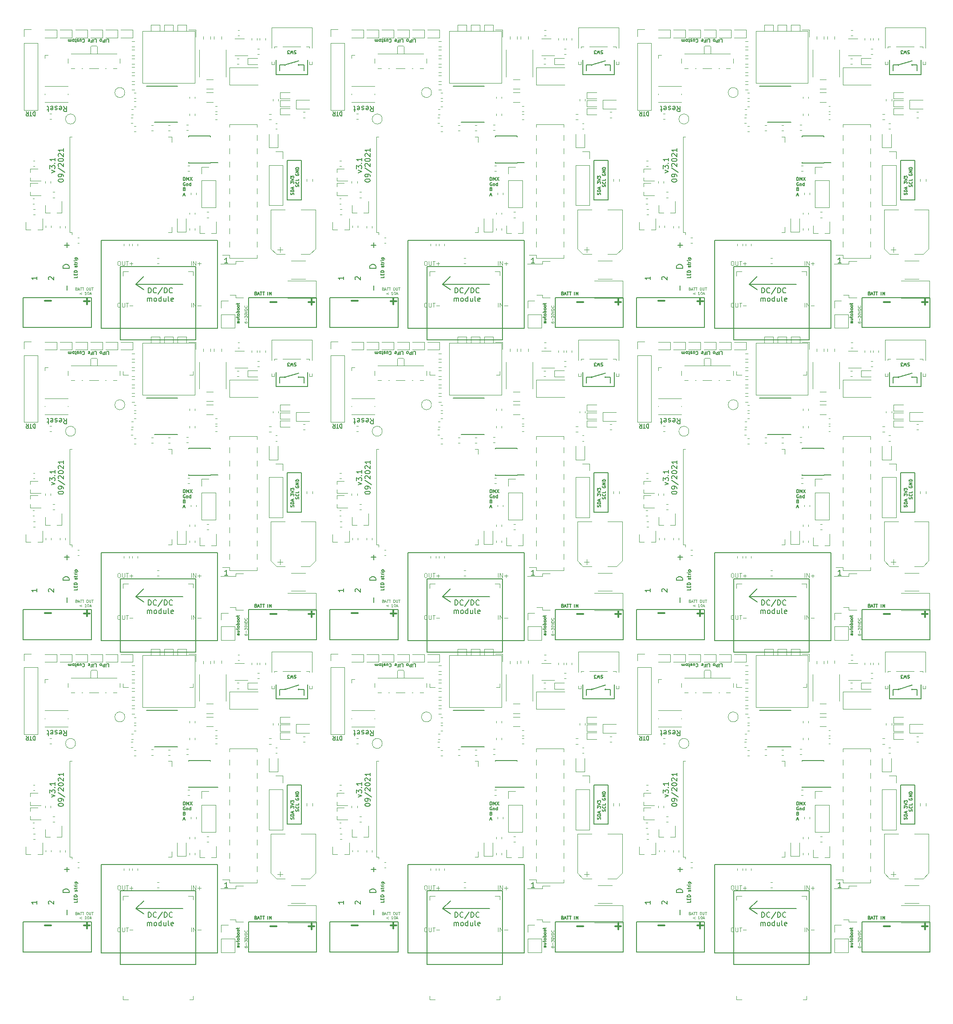
<source format=gto>
%TF.GenerationSoftware,KiCad,Pcbnew,(6.0.6)*%
%TF.CreationDate,2022-07-06T10:55:58+02:00*%
%TF.ProjectId,panel,70616e65-6c2e-46b6-9963-61645f706362,3.0*%
%TF.SameCoordinates,PXe4e1c0PYe4e1c0*%
%TF.FileFunction,Legend,Top*%
%TF.FilePolarity,Positive*%
%FSLAX46Y46*%
G04 Gerber Fmt 4.6, Leading zero omitted, Abs format (unit mm)*
G04 Created by KiCad (PCBNEW (6.0.6)) date 2022-07-06 10:55:58*
%MOMM*%
%LPD*%
G01*
G04 APERTURE LIST*
%ADD10C,0.200000*%
%ADD11C,0.150000*%
%ADD12C,0.300000*%
%ADD13C,0.125000*%
%ADD14C,0.100000*%
%ADD15C,0.120000*%
G04 APERTURE END LIST*
D10*
X49200000Y-16300000D02*
X49200000Y-15200000D01*
X107700000Y-16300000D02*
X107700000Y-15200000D01*
X166200000Y-16300000D02*
X166200000Y-15200000D01*
X49200000Y-75800000D02*
X49200000Y-74700000D01*
X107700000Y-75800000D02*
X107700000Y-74700000D01*
X166200000Y-75800000D02*
X166200000Y-74700000D01*
X49200000Y-135300000D02*
X49200000Y-134200000D01*
X107700000Y-135300000D02*
X107700000Y-134200000D01*
X166200000Y-135300000D02*
X166200000Y-134200000D01*
X49200000Y-15200000D02*
X50200000Y-15200000D01*
X107700000Y-15200000D02*
X108700000Y-15200000D01*
X166200000Y-15200000D02*
X167200000Y-15200000D01*
X49200000Y-74700000D02*
X50200000Y-74700000D01*
X107700000Y-74700000D02*
X108700000Y-74700000D01*
X166200000Y-74700000D02*
X167200000Y-74700000D01*
X49200000Y-134200000D02*
X50200000Y-134200000D01*
X107700000Y-134200000D02*
X108700000Y-134200000D01*
X166200000Y-134200000D02*
X167200000Y-134200000D01*
X50200000Y-15200000D02*
X52800000Y-14400000D01*
X108700000Y-15200000D02*
X111300000Y-14400000D01*
X167200000Y-15200000D02*
X169800000Y-14400000D01*
X50200000Y-74700000D02*
X52800000Y-73900000D01*
X108700000Y-74700000D02*
X111300000Y-73900000D01*
X167200000Y-74700000D02*
X169800000Y-73900000D01*
X50200000Y-134200000D02*
X52800000Y-133400000D01*
X108700000Y-134200000D02*
X111300000Y-133400000D01*
X167200000Y-134200000D02*
X169800000Y-133400000D01*
X111300000Y-15200000D02*
X112300000Y-15200000D01*
X52800000Y-15200000D02*
X53800000Y-15200000D01*
X169800000Y-15200000D02*
X170800000Y-15200000D01*
X52800000Y-74700000D02*
X53800000Y-74700000D01*
X111300000Y-74700000D02*
X112300000Y-74700000D01*
X169800000Y-74700000D02*
X170800000Y-74700000D01*
X52800000Y-134200000D02*
X53800000Y-134200000D01*
X111300000Y-134200000D02*
X112300000Y-134200000D01*
X169800000Y-134200000D02*
X170800000Y-134200000D01*
X112300000Y-15200000D02*
X112300000Y-16300000D01*
X53800000Y-15200000D02*
X53800000Y-16300000D01*
X170800000Y-15200000D02*
X170800000Y-16300000D01*
X53800000Y-74700000D02*
X53800000Y-75800000D01*
X112300000Y-74700000D02*
X112300000Y-75800000D01*
X170800000Y-74700000D02*
X170800000Y-75800000D01*
X53800000Y-134200000D02*
X53800000Y-135300000D01*
X112300000Y-134200000D02*
X112300000Y-135300000D01*
X170800000Y-134200000D02*
X170800000Y-135300000D01*
X108800000Y-15200000D02*
G75*
G03*
X108800000Y-15200000I-100000J0D01*
G01*
X50300000Y-15200000D02*
G75*
G03*
X50300000Y-15200000I-100000J0D01*
G01*
X167300000Y-15200000D02*
G75*
G03*
X167300000Y-15200000I-100000J0D01*
G01*
X50300000Y-74700000D02*
G75*
G03*
X50300000Y-74700000I-100000J0D01*
G01*
X108800000Y-74700000D02*
G75*
G03*
X108800000Y-74700000I-100000J0D01*
G01*
X167300000Y-74700000D02*
G75*
G03*
X167300000Y-74700000I-100000J0D01*
G01*
X50300000Y-134200000D02*
G75*
G03*
X50300000Y-134200000I-100000J0D01*
G01*
X108800000Y-134200000D02*
G75*
G03*
X108800000Y-134200000I-100000J0D01*
G01*
X167300000Y-134200000D02*
G75*
G03*
X167300000Y-134200000I-100000J0D01*
G01*
X111400000Y-15200000D02*
G75*
G03*
X111400000Y-15200000I-100000J0D01*
G01*
X52900000Y-15200000D02*
G75*
G03*
X52900000Y-15200000I-100000J0D01*
G01*
X169900000Y-15200000D02*
G75*
G03*
X169900000Y-15200000I-100000J0D01*
G01*
X52900000Y-74700000D02*
G75*
G03*
X52900000Y-74700000I-100000J0D01*
G01*
X111400000Y-74700000D02*
G75*
G03*
X111400000Y-74700000I-100000J0D01*
G01*
X169900000Y-74700000D02*
G75*
G03*
X169900000Y-74700000I-100000J0D01*
G01*
X52900000Y-134200000D02*
G75*
G03*
X52900000Y-134200000I-100000J0D01*
G01*
X111400000Y-134200000D02*
G75*
G03*
X111400000Y-134200000I-100000J0D01*
G01*
X169900000Y-134200000D02*
G75*
G03*
X169900000Y-134200000I-100000J0D01*
G01*
D11*
X114750000Y-59500000D02*
X114750000Y-65250000D01*
X56250000Y-59500000D02*
X56250000Y-65250000D01*
X173250000Y-59500000D02*
X173250000Y-65250000D01*
X56250000Y-119000000D02*
X56250000Y-124750000D01*
X114750000Y-119000000D02*
X114750000Y-124750000D01*
X173250000Y-119000000D02*
X173250000Y-124750000D01*
X56250000Y-178500000D02*
X56250000Y-184250000D01*
X114750000Y-178500000D02*
X114750000Y-184250000D01*
X173250000Y-178500000D02*
X173250000Y-184250000D01*
X71750000Y-65250000D02*
X58750000Y-65250000D01*
X13250000Y-65250000D02*
X250000Y-65250000D01*
X130250000Y-65250000D02*
X117250000Y-65250000D01*
X13250000Y-124750000D02*
X250000Y-124750000D01*
X71750000Y-124750000D02*
X58750000Y-124750000D01*
X130250000Y-124750000D02*
X117250000Y-124750000D01*
X13250000Y-184250000D02*
X250000Y-184250000D01*
X71750000Y-184250000D02*
X58750000Y-184250000D01*
X130250000Y-184250000D02*
X117250000Y-184250000D01*
X58750000Y-65250000D02*
X58750000Y-59500000D01*
X250000Y-65250000D02*
X250000Y-59500000D01*
X117250000Y-65250000D02*
X117250000Y-59500000D01*
X250000Y-124750000D02*
X250000Y-119000000D01*
X58750000Y-124750000D02*
X58750000Y-119000000D01*
X117250000Y-124750000D02*
X117250000Y-119000000D01*
X250000Y-184250000D02*
X250000Y-178500000D01*
X58750000Y-184250000D02*
X58750000Y-178500000D01*
X117250000Y-184250000D02*
X117250000Y-178500000D01*
X13250000Y-59500000D02*
X250000Y-59500000D01*
X71750000Y-59500000D02*
X58750000Y-59500000D01*
X130250000Y-59500000D02*
X117250000Y-59500000D01*
X13250000Y-119000000D02*
X250000Y-119000000D01*
X71750000Y-119000000D02*
X58750000Y-119000000D01*
X130250000Y-119000000D02*
X117250000Y-119000000D01*
X13250000Y-178500000D02*
X250000Y-178500000D01*
X71750000Y-178500000D02*
X58750000Y-178500000D01*
X130250000Y-178500000D02*
X117250000Y-178500000D01*
X43250000Y-65250000D02*
X43250000Y-59500000D01*
X101750000Y-65250000D02*
X101750000Y-59500000D01*
X160250000Y-65250000D02*
X160250000Y-59500000D01*
X43250000Y-124750000D02*
X43250000Y-119000000D01*
X101750000Y-124750000D02*
X101750000Y-119000000D01*
X160250000Y-124750000D02*
X160250000Y-119000000D01*
X43250000Y-184250000D02*
X43250000Y-178500000D01*
X101750000Y-184250000D02*
X101750000Y-178500000D01*
X160250000Y-184250000D02*
X160250000Y-178500000D01*
X56250000Y-65250000D02*
X43250000Y-65250000D01*
X114750000Y-65250000D02*
X101750000Y-65250000D01*
X173250000Y-65250000D02*
X160250000Y-65250000D01*
X56250000Y-124750000D02*
X43250000Y-124750000D01*
X114750000Y-124750000D02*
X101750000Y-124750000D01*
X173250000Y-124750000D02*
X160250000Y-124750000D01*
X56250000Y-184250000D02*
X43250000Y-184250000D01*
X114750000Y-184250000D02*
X101750000Y-184250000D01*
X173250000Y-184250000D02*
X160250000Y-184250000D01*
X50600000Y-40900000D02*
X50600000Y-33400000D01*
X109100000Y-40900000D02*
X109100000Y-33400000D01*
X167600000Y-40900000D02*
X167600000Y-33400000D01*
X50600000Y-100400000D02*
X50600000Y-92900000D01*
X109100000Y-100400000D02*
X109100000Y-92900000D01*
X167600000Y-100400000D02*
X167600000Y-92900000D01*
X50600000Y-159900000D02*
X50600000Y-152400000D01*
X109100000Y-159900000D02*
X109100000Y-152400000D01*
X167600000Y-159900000D02*
X167600000Y-152400000D01*
X53350000Y-40900000D02*
X50600000Y-40900000D01*
X111850000Y-40900000D02*
X109100000Y-40900000D01*
X170350000Y-40900000D02*
X167600000Y-40900000D01*
X53350000Y-100400000D02*
X50600000Y-100400000D01*
X111850000Y-100400000D02*
X109100000Y-100400000D01*
X170350000Y-100400000D02*
X167600000Y-100400000D01*
X53350000Y-159900000D02*
X50600000Y-159900000D01*
X111850000Y-159900000D02*
X109100000Y-159900000D01*
X170350000Y-159900000D02*
X167600000Y-159900000D01*
X53350000Y-33400000D02*
X53350000Y-40900000D01*
X111850000Y-33400000D02*
X111850000Y-40900000D01*
X170350000Y-33400000D02*
X170350000Y-40900000D01*
X53350000Y-92900000D02*
X53350000Y-100400000D01*
X111850000Y-92900000D02*
X111850000Y-100400000D01*
X170350000Y-92900000D02*
X170350000Y-100400000D01*
X53350000Y-152400000D02*
X53350000Y-159900000D01*
X111850000Y-152400000D02*
X111850000Y-159900000D01*
X170350000Y-152400000D02*
X170350000Y-159900000D01*
X43250000Y-59500000D02*
X56250000Y-59500000D01*
X101750000Y-59500000D02*
X114750000Y-59500000D01*
X160250000Y-59500000D02*
X173250000Y-59500000D01*
X43250000Y-119000000D02*
X56250000Y-119000000D01*
X101750000Y-119000000D02*
X114750000Y-119000000D01*
X160250000Y-119000000D02*
X173250000Y-119000000D01*
X43250000Y-178500000D02*
X56250000Y-178500000D01*
X101750000Y-178500000D02*
X114750000Y-178500000D01*
X160250000Y-178500000D02*
X173250000Y-178500000D01*
X13250000Y-65250000D02*
X13250000Y-59500000D01*
X71750000Y-65250000D02*
X71750000Y-59500000D01*
X130250000Y-65250000D02*
X130250000Y-59500000D01*
X13250000Y-124750000D02*
X13250000Y-119000000D01*
X71750000Y-124750000D02*
X71750000Y-119000000D01*
X130250000Y-124750000D02*
X130250000Y-119000000D01*
X13250000Y-184250000D02*
X13250000Y-178500000D01*
X71750000Y-184250000D02*
X71750000Y-178500000D01*
X130250000Y-184250000D02*
X130250000Y-178500000D01*
X50600000Y-33400000D02*
X53350000Y-33400000D01*
X109100000Y-33400000D02*
X111850000Y-33400000D01*
X167600000Y-33400000D02*
X170350000Y-33400000D01*
X50600000Y-92900000D02*
X53350000Y-92900000D01*
X109100000Y-92900000D02*
X111850000Y-92900000D01*
X167600000Y-92900000D02*
X170350000Y-92900000D01*
X50600000Y-152400000D02*
X53350000Y-152400000D01*
X109100000Y-152400000D02*
X111850000Y-152400000D01*
X167600000Y-152400000D02*
X170350000Y-152400000D01*
D12*
X54678571Y-60357142D02*
X55821428Y-60357142D01*
X55250000Y-60928571D02*
X55250000Y-59785714D01*
X113178571Y-60357142D02*
X114321428Y-60357142D01*
X113750000Y-60928571D02*
X113750000Y-59785714D01*
X171678571Y-60357142D02*
X172821428Y-60357142D01*
X172250000Y-60928571D02*
X172250000Y-59785714D01*
X54678571Y-119857142D02*
X55821428Y-119857142D01*
X55250000Y-120428571D02*
X55250000Y-119285714D01*
X113178571Y-119857142D02*
X114321428Y-119857142D01*
X113750000Y-120428571D02*
X113750000Y-119285714D01*
X171678571Y-119857142D02*
X172821428Y-119857142D01*
X172250000Y-120428571D02*
X172250000Y-119285714D01*
X54678571Y-179357142D02*
X55821428Y-179357142D01*
X55250000Y-179928571D02*
X55250000Y-178785714D01*
X113178571Y-179357142D02*
X114321428Y-179357142D01*
X113750000Y-179928571D02*
X113750000Y-178785714D01*
X171678571Y-179357142D02*
X172821428Y-179357142D01*
X172250000Y-179928571D02*
X172250000Y-178785714D01*
X47428571Y-60357142D02*
X48571428Y-60357142D01*
X105928571Y-60357142D02*
X107071428Y-60357142D01*
X164428571Y-60357142D02*
X165571428Y-60357142D01*
X47428571Y-119857142D02*
X48571428Y-119857142D01*
X105928571Y-119857142D02*
X107071428Y-119857142D01*
X164428571Y-119857142D02*
X165571428Y-119857142D01*
X47428571Y-179357142D02*
X48571428Y-179357142D01*
X105928571Y-179357142D02*
X107071428Y-179357142D01*
X164428571Y-179357142D02*
X165571428Y-179357142D01*
X11828571Y-60207142D02*
X12971428Y-60207142D01*
X12400000Y-60778571D02*
X12400000Y-59635714D01*
X70328571Y-60207142D02*
X71471428Y-60207142D01*
X70900000Y-60778571D02*
X70900000Y-59635714D01*
X128828571Y-60207142D02*
X129971428Y-60207142D01*
X129400000Y-60778571D02*
X129400000Y-59635714D01*
X11828571Y-119707142D02*
X12971428Y-119707142D01*
X12400000Y-120278571D02*
X12400000Y-119135714D01*
X70328571Y-119707142D02*
X71471428Y-119707142D01*
X70900000Y-120278571D02*
X70900000Y-119135714D01*
X128828571Y-119707142D02*
X129971428Y-119707142D01*
X129400000Y-120278571D02*
X129400000Y-119135714D01*
X11828571Y-179207142D02*
X12971428Y-179207142D01*
X12400000Y-179778571D02*
X12400000Y-178635714D01*
X70328571Y-179207142D02*
X71471428Y-179207142D01*
X70900000Y-179778571D02*
X70900000Y-178635714D01*
X128828571Y-179207142D02*
X129971428Y-179207142D01*
X129400000Y-179778571D02*
X129400000Y-178635714D01*
D11*
X2567142Y-24098095D02*
X2567142Y-24898095D01*
X2388571Y-24898095D01*
X2281428Y-24860000D01*
X2210000Y-24783809D01*
X2174285Y-24707619D01*
X2138571Y-24555238D01*
X2138571Y-24440952D01*
X2174285Y-24288571D01*
X2210000Y-24212380D01*
X2281428Y-24136190D01*
X2388571Y-24098095D01*
X2567142Y-24098095D01*
X1924285Y-24898095D02*
X1495714Y-24898095D01*
X1710000Y-24098095D02*
X1710000Y-24898095D01*
X817142Y-24098095D02*
X1067142Y-24479047D01*
X1245714Y-24098095D02*
X1245714Y-24898095D01*
X960000Y-24898095D01*
X888571Y-24860000D01*
X852857Y-24821904D01*
X817142Y-24745714D01*
X817142Y-24631428D01*
X852857Y-24555238D01*
X888571Y-24517142D01*
X960000Y-24479047D01*
X1245714Y-24479047D01*
X61067142Y-24098095D02*
X61067142Y-24898095D01*
X60888571Y-24898095D01*
X60781428Y-24860000D01*
X60710000Y-24783809D01*
X60674285Y-24707619D01*
X60638571Y-24555238D01*
X60638571Y-24440952D01*
X60674285Y-24288571D01*
X60710000Y-24212380D01*
X60781428Y-24136190D01*
X60888571Y-24098095D01*
X61067142Y-24098095D01*
X60424285Y-24898095D02*
X59995714Y-24898095D01*
X60210000Y-24098095D02*
X60210000Y-24898095D01*
X59317142Y-24098095D02*
X59567142Y-24479047D01*
X59745714Y-24098095D02*
X59745714Y-24898095D01*
X59460000Y-24898095D01*
X59388571Y-24860000D01*
X59352857Y-24821904D01*
X59317142Y-24745714D01*
X59317142Y-24631428D01*
X59352857Y-24555238D01*
X59388571Y-24517142D01*
X59460000Y-24479047D01*
X59745714Y-24479047D01*
X119567142Y-24098095D02*
X119567142Y-24898095D01*
X119388571Y-24898095D01*
X119281428Y-24860000D01*
X119210000Y-24783809D01*
X119174285Y-24707619D01*
X119138571Y-24555238D01*
X119138571Y-24440952D01*
X119174285Y-24288571D01*
X119210000Y-24212380D01*
X119281428Y-24136190D01*
X119388571Y-24098095D01*
X119567142Y-24098095D01*
X118924285Y-24898095D02*
X118495714Y-24898095D01*
X118710000Y-24098095D02*
X118710000Y-24898095D01*
X117817142Y-24098095D02*
X118067142Y-24479047D01*
X118245714Y-24098095D02*
X118245714Y-24898095D01*
X117960000Y-24898095D01*
X117888571Y-24860000D01*
X117852857Y-24821904D01*
X117817142Y-24745714D01*
X117817142Y-24631428D01*
X117852857Y-24555238D01*
X117888571Y-24517142D01*
X117960000Y-24479047D01*
X118245714Y-24479047D01*
X2567142Y-83598095D02*
X2567142Y-84398095D01*
X2388571Y-84398095D01*
X2281428Y-84360000D01*
X2210000Y-84283809D01*
X2174285Y-84207619D01*
X2138571Y-84055238D01*
X2138571Y-83940952D01*
X2174285Y-83788571D01*
X2210000Y-83712380D01*
X2281428Y-83636190D01*
X2388571Y-83598095D01*
X2567142Y-83598095D01*
X1924285Y-84398095D02*
X1495714Y-84398095D01*
X1710000Y-83598095D02*
X1710000Y-84398095D01*
X817142Y-83598095D02*
X1067142Y-83979047D01*
X1245714Y-83598095D02*
X1245714Y-84398095D01*
X960000Y-84398095D01*
X888571Y-84360000D01*
X852857Y-84321904D01*
X817142Y-84245714D01*
X817142Y-84131428D01*
X852857Y-84055238D01*
X888571Y-84017142D01*
X960000Y-83979047D01*
X1245714Y-83979047D01*
X61067142Y-83598095D02*
X61067142Y-84398095D01*
X60888571Y-84398095D01*
X60781428Y-84360000D01*
X60710000Y-84283809D01*
X60674285Y-84207619D01*
X60638571Y-84055238D01*
X60638571Y-83940952D01*
X60674285Y-83788571D01*
X60710000Y-83712380D01*
X60781428Y-83636190D01*
X60888571Y-83598095D01*
X61067142Y-83598095D01*
X60424285Y-84398095D02*
X59995714Y-84398095D01*
X60210000Y-83598095D02*
X60210000Y-84398095D01*
X59317142Y-83598095D02*
X59567142Y-83979047D01*
X59745714Y-83598095D02*
X59745714Y-84398095D01*
X59460000Y-84398095D01*
X59388571Y-84360000D01*
X59352857Y-84321904D01*
X59317142Y-84245714D01*
X59317142Y-84131428D01*
X59352857Y-84055238D01*
X59388571Y-84017142D01*
X59460000Y-83979047D01*
X59745714Y-83979047D01*
X119567142Y-83598095D02*
X119567142Y-84398095D01*
X119388571Y-84398095D01*
X119281428Y-84360000D01*
X119210000Y-84283809D01*
X119174285Y-84207619D01*
X119138571Y-84055238D01*
X119138571Y-83940952D01*
X119174285Y-83788571D01*
X119210000Y-83712380D01*
X119281428Y-83636190D01*
X119388571Y-83598095D01*
X119567142Y-83598095D01*
X118924285Y-84398095D02*
X118495714Y-84398095D01*
X118710000Y-83598095D02*
X118710000Y-84398095D01*
X117817142Y-83598095D02*
X118067142Y-83979047D01*
X118245714Y-83598095D02*
X118245714Y-84398095D01*
X117960000Y-84398095D01*
X117888571Y-84360000D01*
X117852857Y-84321904D01*
X117817142Y-84245714D01*
X117817142Y-84131428D01*
X117852857Y-84055238D01*
X117888571Y-84017142D01*
X117960000Y-83979047D01*
X118245714Y-83979047D01*
X2567142Y-143098095D02*
X2567142Y-143898095D01*
X2388571Y-143898095D01*
X2281428Y-143860000D01*
X2210000Y-143783809D01*
X2174285Y-143707619D01*
X2138571Y-143555238D01*
X2138571Y-143440952D01*
X2174285Y-143288571D01*
X2210000Y-143212380D01*
X2281428Y-143136190D01*
X2388571Y-143098095D01*
X2567142Y-143098095D01*
X1924285Y-143898095D02*
X1495714Y-143898095D01*
X1710000Y-143098095D02*
X1710000Y-143898095D01*
X817142Y-143098095D02*
X1067142Y-143479047D01*
X1245714Y-143098095D02*
X1245714Y-143898095D01*
X960000Y-143898095D01*
X888571Y-143860000D01*
X852857Y-143821904D01*
X817142Y-143745714D01*
X817142Y-143631428D01*
X852857Y-143555238D01*
X888571Y-143517142D01*
X960000Y-143479047D01*
X1245714Y-143479047D01*
X61067142Y-143098095D02*
X61067142Y-143898095D01*
X60888571Y-143898095D01*
X60781428Y-143860000D01*
X60710000Y-143783809D01*
X60674285Y-143707619D01*
X60638571Y-143555238D01*
X60638571Y-143440952D01*
X60674285Y-143288571D01*
X60710000Y-143212380D01*
X60781428Y-143136190D01*
X60888571Y-143098095D01*
X61067142Y-143098095D01*
X60424285Y-143898095D02*
X59995714Y-143898095D01*
X60210000Y-143098095D02*
X60210000Y-143898095D01*
X59317142Y-143098095D02*
X59567142Y-143479047D01*
X59745714Y-143098095D02*
X59745714Y-143898095D01*
X59460000Y-143898095D01*
X59388571Y-143860000D01*
X59352857Y-143821904D01*
X59317142Y-143745714D01*
X59317142Y-143631428D01*
X59352857Y-143555238D01*
X59388571Y-143517142D01*
X59460000Y-143479047D01*
X59745714Y-143479047D01*
X119567142Y-143098095D02*
X119567142Y-143898095D01*
X119388571Y-143898095D01*
X119281428Y-143860000D01*
X119210000Y-143783809D01*
X119174285Y-143707619D01*
X119138571Y-143555238D01*
X119138571Y-143440952D01*
X119174285Y-143288571D01*
X119210000Y-143212380D01*
X119281428Y-143136190D01*
X119388571Y-143098095D01*
X119567142Y-143098095D01*
X118924285Y-143898095D02*
X118495714Y-143898095D01*
X118710000Y-143098095D02*
X118710000Y-143898095D01*
X117817142Y-143098095D02*
X118067142Y-143479047D01*
X118245714Y-143098095D02*
X118245714Y-143898095D01*
X117960000Y-143898095D01*
X117888571Y-143860000D01*
X117852857Y-143821904D01*
X117817142Y-143745714D01*
X117817142Y-143631428D01*
X117852857Y-143555238D01*
X117888571Y-143517142D01*
X117960000Y-143479047D01*
X118245714Y-143479047D01*
X52300000Y-12507142D02*
X52214285Y-12478571D01*
X52071428Y-12478571D01*
X52014285Y-12507142D01*
X51985714Y-12535714D01*
X51957142Y-12592857D01*
X51957142Y-12650000D01*
X51985714Y-12707142D01*
X52014285Y-12735714D01*
X52071428Y-12764285D01*
X52185714Y-12792857D01*
X52242857Y-12821428D01*
X52271428Y-12850000D01*
X52300000Y-12907142D01*
X52300000Y-12964285D01*
X52271428Y-13021428D01*
X52242857Y-13050000D01*
X52185714Y-13078571D01*
X52042857Y-13078571D01*
X51957142Y-13050000D01*
X51757142Y-13078571D02*
X51614285Y-12478571D01*
X51500000Y-12907142D01*
X51385714Y-12478571D01*
X51242857Y-13078571D01*
X51071428Y-13078571D02*
X50700000Y-13078571D01*
X50900000Y-12850000D01*
X50814285Y-12850000D01*
X50757142Y-12821428D01*
X50728571Y-12792857D01*
X50700000Y-12735714D01*
X50700000Y-12592857D01*
X50728571Y-12535714D01*
X50757142Y-12507142D01*
X50814285Y-12478571D01*
X50985714Y-12478571D01*
X51042857Y-12507142D01*
X51071428Y-12535714D01*
X110800000Y-12507142D02*
X110714285Y-12478571D01*
X110571428Y-12478571D01*
X110514285Y-12507142D01*
X110485714Y-12535714D01*
X110457142Y-12592857D01*
X110457142Y-12650000D01*
X110485714Y-12707142D01*
X110514285Y-12735714D01*
X110571428Y-12764285D01*
X110685714Y-12792857D01*
X110742857Y-12821428D01*
X110771428Y-12850000D01*
X110800000Y-12907142D01*
X110800000Y-12964285D01*
X110771428Y-13021428D01*
X110742857Y-13050000D01*
X110685714Y-13078571D01*
X110542857Y-13078571D01*
X110457142Y-13050000D01*
X110257142Y-13078571D02*
X110114285Y-12478571D01*
X110000000Y-12907142D01*
X109885714Y-12478571D01*
X109742857Y-13078571D01*
X109571428Y-13078571D02*
X109200000Y-13078571D01*
X109400000Y-12850000D01*
X109314285Y-12850000D01*
X109257142Y-12821428D01*
X109228571Y-12792857D01*
X109200000Y-12735714D01*
X109200000Y-12592857D01*
X109228571Y-12535714D01*
X109257142Y-12507142D01*
X109314285Y-12478571D01*
X109485714Y-12478571D01*
X109542857Y-12507142D01*
X109571428Y-12535714D01*
X169300000Y-12507142D02*
X169214285Y-12478571D01*
X169071428Y-12478571D01*
X169014285Y-12507142D01*
X168985714Y-12535714D01*
X168957142Y-12592857D01*
X168957142Y-12650000D01*
X168985714Y-12707142D01*
X169014285Y-12735714D01*
X169071428Y-12764285D01*
X169185714Y-12792857D01*
X169242857Y-12821428D01*
X169271428Y-12850000D01*
X169300000Y-12907142D01*
X169300000Y-12964285D01*
X169271428Y-13021428D01*
X169242857Y-13050000D01*
X169185714Y-13078571D01*
X169042857Y-13078571D01*
X168957142Y-13050000D01*
X168757142Y-13078571D02*
X168614285Y-12478571D01*
X168500000Y-12907142D01*
X168385714Y-12478571D01*
X168242857Y-13078571D01*
X168071428Y-13078571D02*
X167700000Y-13078571D01*
X167900000Y-12850000D01*
X167814285Y-12850000D01*
X167757142Y-12821428D01*
X167728571Y-12792857D01*
X167700000Y-12735714D01*
X167700000Y-12592857D01*
X167728571Y-12535714D01*
X167757142Y-12507142D01*
X167814285Y-12478571D01*
X167985714Y-12478571D01*
X168042857Y-12507142D01*
X168071428Y-12535714D01*
X52300000Y-72007142D02*
X52214285Y-71978571D01*
X52071428Y-71978571D01*
X52014285Y-72007142D01*
X51985714Y-72035714D01*
X51957142Y-72092857D01*
X51957142Y-72150000D01*
X51985714Y-72207142D01*
X52014285Y-72235714D01*
X52071428Y-72264285D01*
X52185714Y-72292857D01*
X52242857Y-72321428D01*
X52271428Y-72350000D01*
X52300000Y-72407142D01*
X52300000Y-72464285D01*
X52271428Y-72521428D01*
X52242857Y-72550000D01*
X52185714Y-72578571D01*
X52042857Y-72578571D01*
X51957142Y-72550000D01*
X51757142Y-72578571D02*
X51614285Y-71978571D01*
X51500000Y-72407142D01*
X51385714Y-71978571D01*
X51242857Y-72578571D01*
X51071428Y-72578571D02*
X50700000Y-72578571D01*
X50900000Y-72350000D01*
X50814285Y-72350000D01*
X50757142Y-72321428D01*
X50728571Y-72292857D01*
X50700000Y-72235714D01*
X50700000Y-72092857D01*
X50728571Y-72035714D01*
X50757142Y-72007142D01*
X50814285Y-71978571D01*
X50985714Y-71978571D01*
X51042857Y-72007142D01*
X51071428Y-72035714D01*
X110800000Y-72007142D02*
X110714285Y-71978571D01*
X110571428Y-71978571D01*
X110514285Y-72007142D01*
X110485714Y-72035714D01*
X110457142Y-72092857D01*
X110457142Y-72150000D01*
X110485714Y-72207142D01*
X110514285Y-72235714D01*
X110571428Y-72264285D01*
X110685714Y-72292857D01*
X110742857Y-72321428D01*
X110771428Y-72350000D01*
X110800000Y-72407142D01*
X110800000Y-72464285D01*
X110771428Y-72521428D01*
X110742857Y-72550000D01*
X110685714Y-72578571D01*
X110542857Y-72578571D01*
X110457142Y-72550000D01*
X110257142Y-72578571D02*
X110114285Y-71978571D01*
X110000000Y-72407142D01*
X109885714Y-71978571D01*
X109742857Y-72578571D01*
X109571428Y-72578571D02*
X109200000Y-72578571D01*
X109400000Y-72350000D01*
X109314285Y-72350000D01*
X109257142Y-72321428D01*
X109228571Y-72292857D01*
X109200000Y-72235714D01*
X109200000Y-72092857D01*
X109228571Y-72035714D01*
X109257142Y-72007142D01*
X109314285Y-71978571D01*
X109485714Y-71978571D01*
X109542857Y-72007142D01*
X109571428Y-72035714D01*
X169300000Y-72007142D02*
X169214285Y-71978571D01*
X169071428Y-71978571D01*
X169014285Y-72007142D01*
X168985714Y-72035714D01*
X168957142Y-72092857D01*
X168957142Y-72150000D01*
X168985714Y-72207142D01*
X169014285Y-72235714D01*
X169071428Y-72264285D01*
X169185714Y-72292857D01*
X169242857Y-72321428D01*
X169271428Y-72350000D01*
X169300000Y-72407142D01*
X169300000Y-72464285D01*
X169271428Y-72521428D01*
X169242857Y-72550000D01*
X169185714Y-72578571D01*
X169042857Y-72578571D01*
X168957142Y-72550000D01*
X168757142Y-72578571D02*
X168614285Y-71978571D01*
X168500000Y-72407142D01*
X168385714Y-71978571D01*
X168242857Y-72578571D01*
X168071428Y-72578571D02*
X167700000Y-72578571D01*
X167900000Y-72350000D01*
X167814285Y-72350000D01*
X167757142Y-72321428D01*
X167728571Y-72292857D01*
X167700000Y-72235714D01*
X167700000Y-72092857D01*
X167728571Y-72035714D01*
X167757142Y-72007142D01*
X167814285Y-71978571D01*
X167985714Y-71978571D01*
X168042857Y-72007142D01*
X168071428Y-72035714D01*
X52300000Y-131507142D02*
X52214285Y-131478571D01*
X52071428Y-131478571D01*
X52014285Y-131507142D01*
X51985714Y-131535714D01*
X51957142Y-131592857D01*
X51957142Y-131650000D01*
X51985714Y-131707142D01*
X52014285Y-131735714D01*
X52071428Y-131764285D01*
X52185714Y-131792857D01*
X52242857Y-131821428D01*
X52271428Y-131850000D01*
X52300000Y-131907142D01*
X52300000Y-131964285D01*
X52271428Y-132021428D01*
X52242857Y-132050000D01*
X52185714Y-132078571D01*
X52042857Y-132078571D01*
X51957142Y-132050000D01*
X51757142Y-132078571D02*
X51614285Y-131478571D01*
X51500000Y-131907142D01*
X51385714Y-131478571D01*
X51242857Y-132078571D01*
X51071428Y-132078571D02*
X50700000Y-132078571D01*
X50900000Y-131850000D01*
X50814285Y-131850000D01*
X50757142Y-131821428D01*
X50728571Y-131792857D01*
X50700000Y-131735714D01*
X50700000Y-131592857D01*
X50728571Y-131535714D01*
X50757142Y-131507142D01*
X50814285Y-131478571D01*
X50985714Y-131478571D01*
X51042857Y-131507142D01*
X51071428Y-131535714D01*
X110800000Y-131507142D02*
X110714285Y-131478571D01*
X110571428Y-131478571D01*
X110514285Y-131507142D01*
X110485714Y-131535714D01*
X110457142Y-131592857D01*
X110457142Y-131650000D01*
X110485714Y-131707142D01*
X110514285Y-131735714D01*
X110571428Y-131764285D01*
X110685714Y-131792857D01*
X110742857Y-131821428D01*
X110771428Y-131850000D01*
X110800000Y-131907142D01*
X110800000Y-131964285D01*
X110771428Y-132021428D01*
X110742857Y-132050000D01*
X110685714Y-132078571D01*
X110542857Y-132078571D01*
X110457142Y-132050000D01*
X110257142Y-132078571D02*
X110114285Y-131478571D01*
X110000000Y-131907142D01*
X109885714Y-131478571D01*
X109742857Y-132078571D01*
X109571428Y-132078571D02*
X109200000Y-132078571D01*
X109400000Y-131850000D01*
X109314285Y-131850000D01*
X109257142Y-131821428D01*
X109228571Y-131792857D01*
X109200000Y-131735714D01*
X109200000Y-131592857D01*
X109228571Y-131535714D01*
X109257142Y-131507142D01*
X109314285Y-131478571D01*
X109485714Y-131478571D01*
X109542857Y-131507142D01*
X109571428Y-131535714D01*
X169300000Y-131507142D02*
X169214285Y-131478571D01*
X169071428Y-131478571D01*
X169014285Y-131507142D01*
X168985714Y-131535714D01*
X168957142Y-131592857D01*
X168957142Y-131650000D01*
X168985714Y-131707142D01*
X169014285Y-131735714D01*
X169071428Y-131764285D01*
X169185714Y-131792857D01*
X169242857Y-131821428D01*
X169271428Y-131850000D01*
X169300000Y-131907142D01*
X169300000Y-131964285D01*
X169271428Y-132021428D01*
X169242857Y-132050000D01*
X169185714Y-132078571D01*
X169042857Y-132078571D01*
X168957142Y-132050000D01*
X168757142Y-132078571D02*
X168614285Y-131478571D01*
X168500000Y-131907142D01*
X168385714Y-131478571D01*
X168242857Y-132078571D01*
X168071428Y-132078571D02*
X167700000Y-132078571D01*
X167900000Y-131850000D01*
X167814285Y-131850000D01*
X167757142Y-131821428D01*
X167728571Y-131792857D01*
X167700000Y-131735714D01*
X167700000Y-131592857D01*
X167728571Y-131535714D01*
X167757142Y-131507142D01*
X167814285Y-131478571D01*
X167985714Y-131478571D01*
X168042857Y-131507142D01*
X168071428Y-131535714D01*
X30840357Y-37222428D02*
X30840357Y-36622428D01*
X30983214Y-36622428D01*
X31068928Y-36651000D01*
X31126071Y-36708142D01*
X31154642Y-36765285D01*
X31183214Y-36879571D01*
X31183214Y-36965285D01*
X31154642Y-37079571D01*
X31126071Y-37136714D01*
X31068928Y-37193857D01*
X30983214Y-37222428D01*
X30840357Y-37222428D01*
X31440357Y-37222428D02*
X31440357Y-36622428D01*
X31640357Y-37051000D01*
X31840357Y-36622428D01*
X31840357Y-37222428D01*
X32068928Y-36622428D02*
X32468928Y-37222428D01*
X32468928Y-36622428D02*
X32068928Y-37222428D01*
X31154642Y-37617000D02*
X31097500Y-37588428D01*
X31011785Y-37588428D01*
X30926071Y-37617000D01*
X30868928Y-37674142D01*
X30840357Y-37731285D01*
X30811785Y-37845571D01*
X30811785Y-37931285D01*
X30840357Y-38045571D01*
X30868928Y-38102714D01*
X30926071Y-38159857D01*
X31011785Y-38188428D01*
X31068928Y-38188428D01*
X31154642Y-38159857D01*
X31183214Y-38131285D01*
X31183214Y-37931285D01*
X31068928Y-37931285D01*
X31440357Y-37788428D02*
X31440357Y-38188428D01*
X31440357Y-37845571D02*
X31468928Y-37817000D01*
X31526071Y-37788428D01*
X31611785Y-37788428D01*
X31668928Y-37817000D01*
X31697500Y-37874142D01*
X31697500Y-38188428D01*
X32240357Y-38188428D02*
X32240357Y-37588428D01*
X32240357Y-38159857D02*
X32183214Y-38188428D01*
X32068928Y-38188428D01*
X32011785Y-38159857D01*
X31983214Y-38131285D01*
X31954642Y-38074142D01*
X31954642Y-37902714D01*
X31983214Y-37845571D01*
X32011785Y-37817000D01*
X32068928Y-37788428D01*
X32183214Y-37788428D01*
X32240357Y-37817000D01*
X31040357Y-38840142D02*
X31126071Y-38868714D01*
X31154642Y-38897285D01*
X31183214Y-38954428D01*
X31183214Y-39040142D01*
X31154642Y-39097285D01*
X31126071Y-39125857D01*
X31068928Y-39154428D01*
X30840357Y-39154428D01*
X30840357Y-38554428D01*
X31040357Y-38554428D01*
X31097500Y-38583000D01*
X31126071Y-38611571D01*
X31154642Y-38668714D01*
X31154642Y-38725857D01*
X31126071Y-38783000D01*
X31097500Y-38811571D01*
X31040357Y-38840142D01*
X30840357Y-38840142D01*
X30811785Y-39949000D02*
X31097500Y-39949000D01*
X30754642Y-40120428D02*
X30954642Y-39520428D01*
X31154642Y-40120428D01*
X89340357Y-37222428D02*
X89340357Y-36622428D01*
X89483214Y-36622428D01*
X89568928Y-36651000D01*
X89626071Y-36708142D01*
X89654642Y-36765285D01*
X89683214Y-36879571D01*
X89683214Y-36965285D01*
X89654642Y-37079571D01*
X89626071Y-37136714D01*
X89568928Y-37193857D01*
X89483214Y-37222428D01*
X89340357Y-37222428D01*
X89940357Y-37222428D02*
X89940357Y-36622428D01*
X90140357Y-37051000D01*
X90340357Y-36622428D01*
X90340357Y-37222428D01*
X90568928Y-36622428D02*
X90968928Y-37222428D01*
X90968928Y-36622428D02*
X90568928Y-37222428D01*
X89654642Y-37617000D02*
X89597500Y-37588428D01*
X89511785Y-37588428D01*
X89426071Y-37617000D01*
X89368928Y-37674142D01*
X89340357Y-37731285D01*
X89311785Y-37845571D01*
X89311785Y-37931285D01*
X89340357Y-38045571D01*
X89368928Y-38102714D01*
X89426071Y-38159857D01*
X89511785Y-38188428D01*
X89568928Y-38188428D01*
X89654642Y-38159857D01*
X89683214Y-38131285D01*
X89683214Y-37931285D01*
X89568928Y-37931285D01*
X89940357Y-37788428D02*
X89940357Y-38188428D01*
X89940357Y-37845571D02*
X89968928Y-37817000D01*
X90026071Y-37788428D01*
X90111785Y-37788428D01*
X90168928Y-37817000D01*
X90197500Y-37874142D01*
X90197500Y-38188428D01*
X90740357Y-38188428D02*
X90740357Y-37588428D01*
X90740357Y-38159857D02*
X90683214Y-38188428D01*
X90568928Y-38188428D01*
X90511785Y-38159857D01*
X90483214Y-38131285D01*
X90454642Y-38074142D01*
X90454642Y-37902714D01*
X90483214Y-37845571D01*
X90511785Y-37817000D01*
X90568928Y-37788428D01*
X90683214Y-37788428D01*
X90740357Y-37817000D01*
X89540357Y-38840142D02*
X89626071Y-38868714D01*
X89654642Y-38897285D01*
X89683214Y-38954428D01*
X89683214Y-39040142D01*
X89654642Y-39097285D01*
X89626071Y-39125857D01*
X89568928Y-39154428D01*
X89340357Y-39154428D01*
X89340357Y-38554428D01*
X89540357Y-38554428D01*
X89597500Y-38583000D01*
X89626071Y-38611571D01*
X89654642Y-38668714D01*
X89654642Y-38725857D01*
X89626071Y-38783000D01*
X89597500Y-38811571D01*
X89540357Y-38840142D01*
X89340357Y-38840142D01*
X89311785Y-39949000D02*
X89597500Y-39949000D01*
X89254642Y-40120428D02*
X89454642Y-39520428D01*
X89654642Y-40120428D01*
X147840357Y-37222428D02*
X147840357Y-36622428D01*
X147983214Y-36622428D01*
X148068928Y-36651000D01*
X148126071Y-36708142D01*
X148154642Y-36765285D01*
X148183214Y-36879571D01*
X148183214Y-36965285D01*
X148154642Y-37079571D01*
X148126071Y-37136714D01*
X148068928Y-37193857D01*
X147983214Y-37222428D01*
X147840357Y-37222428D01*
X148440357Y-37222428D02*
X148440357Y-36622428D01*
X148640357Y-37051000D01*
X148840357Y-36622428D01*
X148840357Y-37222428D01*
X149068928Y-36622428D02*
X149468928Y-37222428D01*
X149468928Y-36622428D02*
X149068928Y-37222428D01*
X148154642Y-37617000D02*
X148097500Y-37588428D01*
X148011785Y-37588428D01*
X147926071Y-37617000D01*
X147868928Y-37674142D01*
X147840357Y-37731285D01*
X147811785Y-37845571D01*
X147811785Y-37931285D01*
X147840357Y-38045571D01*
X147868928Y-38102714D01*
X147926071Y-38159857D01*
X148011785Y-38188428D01*
X148068928Y-38188428D01*
X148154642Y-38159857D01*
X148183214Y-38131285D01*
X148183214Y-37931285D01*
X148068928Y-37931285D01*
X148440357Y-37788428D02*
X148440357Y-38188428D01*
X148440357Y-37845571D02*
X148468928Y-37817000D01*
X148526071Y-37788428D01*
X148611785Y-37788428D01*
X148668928Y-37817000D01*
X148697500Y-37874142D01*
X148697500Y-38188428D01*
X149240357Y-38188428D02*
X149240357Y-37588428D01*
X149240357Y-38159857D02*
X149183214Y-38188428D01*
X149068928Y-38188428D01*
X149011785Y-38159857D01*
X148983214Y-38131285D01*
X148954642Y-38074142D01*
X148954642Y-37902714D01*
X148983214Y-37845571D01*
X149011785Y-37817000D01*
X149068928Y-37788428D01*
X149183214Y-37788428D01*
X149240357Y-37817000D01*
X148040357Y-38840142D02*
X148126071Y-38868714D01*
X148154642Y-38897285D01*
X148183214Y-38954428D01*
X148183214Y-39040142D01*
X148154642Y-39097285D01*
X148126071Y-39125857D01*
X148068928Y-39154428D01*
X147840357Y-39154428D01*
X147840357Y-38554428D01*
X148040357Y-38554428D01*
X148097500Y-38583000D01*
X148126071Y-38611571D01*
X148154642Y-38668714D01*
X148154642Y-38725857D01*
X148126071Y-38783000D01*
X148097500Y-38811571D01*
X148040357Y-38840142D01*
X147840357Y-38840142D01*
X147811785Y-39949000D02*
X148097500Y-39949000D01*
X147754642Y-40120428D02*
X147954642Y-39520428D01*
X148154642Y-40120428D01*
X30840357Y-96722428D02*
X30840357Y-96122428D01*
X30983214Y-96122428D01*
X31068928Y-96151000D01*
X31126071Y-96208142D01*
X31154642Y-96265285D01*
X31183214Y-96379571D01*
X31183214Y-96465285D01*
X31154642Y-96579571D01*
X31126071Y-96636714D01*
X31068928Y-96693857D01*
X30983214Y-96722428D01*
X30840357Y-96722428D01*
X31440357Y-96722428D02*
X31440357Y-96122428D01*
X31640357Y-96551000D01*
X31840357Y-96122428D01*
X31840357Y-96722428D01*
X32068928Y-96122428D02*
X32468928Y-96722428D01*
X32468928Y-96122428D02*
X32068928Y-96722428D01*
X31154642Y-97117000D02*
X31097500Y-97088428D01*
X31011785Y-97088428D01*
X30926071Y-97117000D01*
X30868928Y-97174142D01*
X30840357Y-97231285D01*
X30811785Y-97345571D01*
X30811785Y-97431285D01*
X30840357Y-97545571D01*
X30868928Y-97602714D01*
X30926071Y-97659857D01*
X31011785Y-97688428D01*
X31068928Y-97688428D01*
X31154642Y-97659857D01*
X31183214Y-97631285D01*
X31183214Y-97431285D01*
X31068928Y-97431285D01*
X31440357Y-97288428D02*
X31440357Y-97688428D01*
X31440357Y-97345571D02*
X31468928Y-97317000D01*
X31526071Y-97288428D01*
X31611785Y-97288428D01*
X31668928Y-97317000D01*
X31697500Y-97374142D01*
X31697500Y-97688428D01*
X32240357Y-97688428D02*
X32240357Y-97088428D01*
X32240357Y-97659857D02*
X32183214Y-97688428D01*
X32068928Y-97688428D01*
X32011785Y-97659857D01*
X31983214Y-97631285D01*
X31954642Y-97574142D01*
X31954642Y-97402714D01*
X31983214Y-97345571D01*
X32011785Y-97317000D01*
X32068928Y-97288428D01*
X32183214Y-97288428D01*
X32240357Y-97317000D01*
X31040357Y-98340142D02*
X31126071Y-98368714D01*
X31154642Y-98397285D01*
X31183214Y-98454428D01*
X31183214Y-98540142D01*
X31154642Y-98597285D01*
X31126071Y-98625857D01*
X31068928Y-98654428D01*
X30840357Y-98654428D01*
X30840357Y-98054428D01*
X31040357Y-98054428D01*
X31097500Y-98083000D01*
X31126071Y-98111571D01*
X31154642Y-98168714D01*
X31154642Y-98225857D01*
X31126071Y-98283000D01*
X31097500Y-98311571D01*
X31040357Y-98340142D01*
X30840357Y-98340142D01*
X30811785Y-99449000D02*
X31097500Y-99449000D01*
X30754642Y-99620428D02*
X30954642Y-99020428D01*
X31154642Y-99620428D01*
X89340357Y-96722428D02*
X89340357Y-96122428D01*
X89483214Y-96122428D01*
X89568928Y-96151000D01*
X89626071Y-96208142D01*
X89654642Y-96265285D01*
X89683214Y-96379571D01*
X89683214Y-96465285D01*
X89654642Y-96579571D01*
X89626071Y-96636714D01*
X89568928Y-96693857D01*
X89483214Y-96722428D01*
X89340357Y-96722428D01*
X89940357Y-96722428D02*
X89940357Y-96122428D01*
X90140357Y-96551000D01*
X90340357Y-96122428D01*
X90340357Y-96722428D01*
X90568928Y-96122428D02*
X90968928Y-96722428D01*
X90968928Y-96122428D02*
X90568928Y-96722428D01*
X89654642Y-97117000D02*
X89597500Y-97088428D01*
X89511785Y-97088428D01*
X89426071Y-97117000D01*
X89368928Y-97174142D01*
X89340357Y-97231285D01*
X89311785Y-97345571D01*
X89311785Y-97431285D01*
X89340357Y-97545571D01*
X89368928Y-97602714D01*
X89426071Y-97659857D01*
X89511785Y-97688428D01*
X89568928Y-97688428D01*
X89654642Y-97659857D01*
X89683214Y-97631285D01*
X89683214Y-97431285D01*
X89568928Y-97431285D01*
X89940357Y-97288428D02*
X89940357Y-97688428D01*
X89940357Y-97345571D02*
X89968928Y-97317000D01*
X90026071Y-97288428D01*
X90111785Y-97288428D01*
X90168928Y-97317000D01*
X90197500Y-97374142D01*
X90197500Y-97688428D01*
X90740357Y-97688428D02*
X90740357Y-97088428D01*
X90740357Y-97659857D02*
X90683214Y-97688428D01*
X90568928Y-97688428D01*
X90511785Y-97659857D01*
X90483214Y-97631285D01*
X90454642Y-97574142D01*
X90454642Y-97402714D01*
X90483214Y-97345571D01*
X90511785Y-97317000D01*
X90568928Y-97288428D01*
X90683214Y-97288428D01*
X90740357Y-97317000D01*
X89540357Y-98340142D02*
X89626071Y-98368714D01*
X89654642Y-98397285D01*
X89683214Y-98454428D01*
X89683214Y-98540142D01*
X89654642Y-98597285D01*
X89626071Y-98625857D01*
X89568928Y-98654428D01*
X89340357Y-98654428D01*
X89340357Y-98054428D01*
X89540357Y-98054428D01*
X89597500Y-98083000D01*
X89626071Y-98111571D01*
X89654642Y-98168714D01*
X89654642Y-98225857D01*
X89626071Y-98283000D01*
X89597500Y-98311571D01*
X89540357Y-98340142D01*
X89340357Y-98340142D01*
X89311785Y-99449000D02*
X89597500Y-99449000D01*
X89254642Y-99620428D02*
X89454642Y-99020428D01*
X89654642Y-99620428D01*
X147840357Y-96722428D02*
X147840357Y-96122428D01*
X147983214Y-96122428D01*
X148068928Y-96151000D01*
X148126071Y-96208142D01*
X148154642Y-96265285D01*
X148183214Y-96379571D01*
X148183214Y-96465285D01*
X148154642Y-96579571D01*
X148126071Y-96636714D01*
X148068928Y-96693857D01*
X147983214Y-96722428D01*
X147840357Y-96722428D01*
X148440357Y-96722428D02*
X148440357Y-96122428D01*
X148640357Y-96551000D01*
X148840357Y-96122428D01*
X148840357Y-96722428D01*
X149068928Y-96122428D02*
X149468928Y-96722428D01*
X149468928Y-96122428D02*
X149068928Y-96722428D01*
X148154642Y-97117000D02*
X148097500Y-97088428D01*
X148011785Y-97088428D01*
X147926071Y-97117000D01*
X147868928Y-97174142D01*
X147840357Y-97231285D01*
X147811785Y-97345571D01*
X147811785Y-97431285D01*
X147840357Y-97545571D01*
X147868928Y-97602714D01*
X147926071Y-97659857D01*
X148011785Y-97688428D01*
X148068928Y-97688428D01*
X148154642Y-97659857D01*
X148183214Y-97631285D01*
X148183214Y-97431285D01*
X148068928Y-97431285D01*
X148440357Y-97288428D02*
X148440357Y-97688428D01*
X148440357Y-97345571D02*
X148468928Y-97317000D01*
X148526071Y-97288428D01*
X148611785Y-97288428D01*
X148668928Y-97317000D01*
X148697500Y-97374142D01*
X148697500Y-97688428D01*
X149240357Y-97688428D02*
X149240357Y-97088428D01*
X149240357Y-97659857D02*
X149183214Y-97688428D01*
X149068928Y-97688428D01*
X149011785Y-97659857D01*
X148983214Y-97631285D01*
X148954642Y-97574142D01*
X148954642Y-97402714D01*
X148983214Y-97345571D01*
X149011785Y-97317000D01*
X149068928Y-97288428D01*
X149183214Y-97288428D01*
X149240357Y-97317000D01*
X148040357Y-98340142D02*
X148126071Y-98368714D01*
X148154642Y-98397285D01*
X148183214Y-98454428D01*
X148183214Y-98540142D01*
X148154642Y-98597285D01*
X148126071Y-98625857D01*
X148068928Y-98654428D01*
X147840357Y-98654428D01*
X147840357Y-98054428D01*
X148040357Y-98054428D01*
X148097500Y-98083000D01*
X148126071Y-98111571D01*
X148154642Y-98168714D01*
X148154642Y-98225857D01*
X148126071Y-98283000D01*
X148097500Y-98311571D01*
X148040357Y-98340142D01*
X147840357Y-98340142D01*
X147811785Y-99449000D02*
X148097500Y-99449000D01*
X147754642Y-99620428D02*
X147954642Y-99020428D01*
X148154642Y-99620428D01*
X30840357Y-156222428D02*
X30840357Y-155622428D01*
X30983214Y-155622428D01*
X31068928Y-155651000D01*
X31126071Y-155708142D01*
X31154642Y-155765285D01*
X31183214Y-155879571D01*
X31183214Y-155965285D01*
X31154642Y-156079571D01*
X31126071Y-156136714D01*
X31068928Y-156193857D01*
X30983214Y-156222428D01*
X30840357Y-156222428D01*
X31440357Y-156222428D02*
X31440357Y-155622428D01*
X31640357Y-156051000D01*
X31840357Y-155622428D01*
X31840357Y-156222428D01*
X32068928Y-155622428D02*
X32468928Y-156222428D01*
X32468928Y-155622428D02*
X32068928Y-156222428D01*
X31154642Y-156617000D02*
X31097500Y-156588428D01*
X31011785Y-156588428D01*
X30926071Y-156617000D01*
X30868928Y-156674142D01*
X30840357Y-156731285D01*
X30811785Y-156845571D01*
X30811785Y-156931285D01*
X30840357Y-157045571D01*
X30868928Y-157102714D01*
X30926071Y-157159857D01*
X31011785Y-157188428D01*
X31068928Y-157188428D01*
X31154642Y-157159857D01*
X31183214Y-157131285D01*
X31183214Y-156931285D01*
X31068928Y-156931285D01*
X31440357Y-156788428D02*
X31440357Y-157188428D01*
X31440357Y-156845571D02*
X31468928Y-156817000D01*
X31526071Y-156788428D01*
X31611785Y-156788428D01*
X31668928Y-156817000D01*
X31697500Y-156874142D01*
X31697500Y-157188428D01*
X32240357Y-157188428D02*
X32240357Y-156588428D01*
X32240357Y-157159857D02*
X32183214Y-157188428D01*
X32068928Y-157188428D01*
X32011785Y-157159857D01*
X31983214Y-157131285D01*
X31954642Y-157074142D01*
X31954642Y-156902714D01*
X31983214Y-156845571D01*
X32011785Y-156817000D01*
X32068928Y-156788428D01*
X32183214Y-156788428D01*
X32240357Y-156817000D01*
X31040357Y-157840142D02*
X31126071Y-157868714D01*
X31154642Y-157897285D01*
X31183214Y-157954428D01*
X31183214Y-158040142D01*
X31154642Y-158097285D01*
X31126071Y-158125857D01*
X31068928Y-158154428D01*
X30840357Y-158154428D01*
X30840357Y-157554428D01*
X31040357Y-157554428D01*
X31097500Y-157583000D01*
X31126071Y-157611571D01*
X31154642Y-157668714D01*
X31154642Y-157725857D01*
X31126071Y-157783000D01*
X31097500Y-157811571D01*
X31040357Y-157840142D01*
X30840357Y-157840142D01*
X30811785Y-158949000D02*
X31097500Y-158949000D01*
X30754642Y-159120428D02*
X30954642Y-158520428D01*
X31154642Y-159120428D01*
X89340357Y-156222428D02*
X89340357Y-155622428D01*
X89483214Y-155622428D01*
X89568928Y-155651000D01*
X89626071Y-155708142D01*
X89654642Y-155765285D01*
X89683214Y-155879571D01*
X89683214Y-155965285D01*
X89654642Y-156079571D01*
X89626071Y-156136714D01*
X89568928Y-156193857D01*
X89483214Y-156222428D01*
X89340357Y-156222428D01*
X89940357Y-156222428D02*
X89940357Y-155622428D01*
X90140357Y-156051000D01*
X90340357Y-155622428D01*
X90340357Y-156222428D01*
X90568928Y-155622428D02*
X90968928Y-156222428D01*
X90968928Y-155622428D02*
X90568928Y-156222428D01*
X89654642Y-156617000D02*
X89597500Y-156588428D01*
X89511785Y-156588428D01*
X89426071Y-156617000D01*
X89368928Y-156674142D01*
X89340357Y-156731285D01*
X89311785Y-156845571D01*
X89311785Y-156931285D01*
X89340357Y-157045571D01*
X89368928Y-157102714D01*
X89426071Y-157159857D01*
X89511785Y-157188428D01*
X89568928Y-157188428D01*
X89654642Y-157159857D01*
X89683214Y-157131285D01*
X89683214Y-156931285D01*
X89568928Y-156931285D01*
X89940357Y-156788428D02*
X89940357Y-157188428D01*
X89940357Y-156845571D02*
X89968928Y-156817000D01*
X90026071Y-156788428D01*
X90111785Y-156788428D01*
X90168928Y-156817000D01*
X90197500Y-156874142D01*
X90197500Y-157188428D01*
X90740357Y-157188428D02*
X90740357Y-156588428D01*
X90740357Y-157159857D02*
X90683214Y-157188428D01*
X90568928Y-157188428D01*
X90511785Y-157159857D01*
X90483214Y-157131285D01*
X90454642Y-157074142D01*
X90454642Y-156902714D01*
X90483214Y-156845571D01*
X90511785Y-156817000D01*
X90568928Y-156788428D01*
X90683214Y-156788428D01*
X90740357Y-156817000D01*
X89540357Y-157840142D02*
X89626071Y-157868714D01*
X89654642Y-157897285D01*
X89683214Y-157954428D01*
X89683214Y-158040142D01*
X89654642Y-158097285D01*
X89626071Y-158125857D01*
X89568928Y-158154428D01*
X89340357Y-158154428D01*
X89340357Y-157554428D01*
X89540357Y-157554428D01*
X89597500Y-157583000D01*
X89626071Y-157611571D01*
X89654642Y-157668714D01*
X89654642Y-157725857D01*
X89626071Y-157783000D01*
X89597500Y-157811571D01*
X89540357Y-157840142D01*
X89340357Y-157840142D01*
X89311785Y-158949000D02*
X89597500Y-158949000D01*
X89254642Y-159120428D02*
X89454642Y-158520428D01*
X89654642Y-159120428D01*
X147840357Y-156222428D02*
X147840357Y-155622428D01*
X147983214Y-155622428D01*
X148068928Y-155651000D01*
X148126071Y-155708142D01*
X148154642Y-155765285D01*
X148183214Y-155879571D01*
X148183214Y-155965285D01*
X148154642Y-156079571D01*
X148126071Y-156136714D01*
X148068928Y-156193857D01*
X147983214Y-156222428D01*
X147840357Y-156222428D01*
X148440357Y-156222428D02*
X148440357Y-155622428D01*
X148640357Y-156051000D01*
X148840357Y-155622428D01*
X148840357Y-156222428D01*
X149068928Y-155622428D02*
X149468928Y-156222428D01*
X149468928Y-155622428D02*
X149068928Y-156222428D01*
X148154642Y-156617000D02*
X148097500Y-156588428D01*
X148011785Y-156588428D01*
X147926071Y-156617000D01*
X147868928Y-156674142D01*
X147840357Y-156731285D01*
X147811785Y-156845571D01*
X147811785Y-156931285D01*
X147840357Y-157045571D01*
X147868928Y-157102714D01*
X147926071Y-157159857D01*
X148011785Y-157188428D01*
X148068928Y-157188428D01*
X148154642Y-157159857D01*
X148183214Y-157131285D01*
X148183214Y-156931285D01*
X148068928Y-156931285D01*
X148440357Y-156788428D02*
X148440357Y-157188428D01*
X148440357Y-156845571D02*
X148468928Y-156817000D01*
X148526071Y-156788428D01*
X148611785Y-156788428D01*
X148668928Y-156817000D01*
X148697500Y-156874142D01*
X148697500Y-157188428D01*
X149240357Y-157188428D02*
X149240357Y-156588428D01*
X149240357Y-157159857D02*
X149183214Y-157188428D01*
X149068928Y-157188428D01*
X149011785Y-157159857D01*
X148983214Y-157131285D01*
X148954642Y-157074142D01*
X148954642Y-156902714D01*
X148983214Y-156845571D01*
X149011785Y-156817000D01*
X149068928Y-156788428D01*
X149183214Y-156788428D01*
X149240357Y-156817000D01*
X148040357Y-157840142D02*
X148126071Y-157868714D01*
X148154642Y-157897285D01*
X148183214Y-157954428D01*
X148183214Y-158040142D01*
X148154642Y-158097285D01*
X148126071Y-158125857D01*
X148068928Y-158154428D01*
X147840357Y-158154428D01*
X147840357Y-157554428D01*
X148040357Y-157554428D01*
X148097500Y-157583000D01*
X148126071Y-157611571D01*
X148154642Y-157668714D01*
X148154642Y-157725857D01*
X148126071Y-157783000D01*
X148097500Y-157811571D01*
X148040357Y-157840142D01*
X147840357Y-157840142D01*
X147811785Y-158949000D02*
X148097500Y-158949000D01*
X147754642Y-159120428D02*
X147954642Y-158520428D01*
X148154642Y-159120428D01*
X51859857Y-39935714D02*
X51888428Y-39850000D01*
X51888428Y-39707142D01*
X51859857Y-39650000D01*
X51831285Y-39621428D01*
X51774142Y-39592857D01*
X51717000Y-39592857D01*
X51659857Y-39621428D01*
X51631285Y-39650000D01*
X51602714Y-39707142D01*
X51574142Y-39821428D01*
X51545571Y-39878571D01*
X51517000Y-39907142D01*
X51459857Y-39935714D01*
X51402714Y-39935714D01*
X51345571Y-39907142D01*
X51317000Y-39878571D01*
X51288428Y-39821428D01*
X51288428Y-39678571D01*
X51317000Y-39592857D01*
X51888428Y-39335714D02*
X51288428Y-39335714D01*
X51288428Y-39192857D01*
X51317000Y-39107142D01*
X51374142Y-39050000D01*
X51431285Y-39021428D01*
X51545571Y-38992857D01*
X51631285Y-38992857D01*
X51745571Y-39021428D01*
X51802714Y-39050000D01*
X51859857Y-39107142D01*
X51888428Y-39192857D01*
X51888428Y-39335714D01*
X51717000Y-38764285D02*
X51717000Y-38478571D01*
X51888428Y-38821428D02*
X51288428Y-38621428D01*
X51888428Y-38421428D01*
X51288428Y-37821428D02*
X51288428Y-37450000D01*
X51517000Y-37650000D01*
X51517000Y-37564285D01*
X51545571Y-37507142D01*
X51574142Y-37478571D01*
X51631285Y-37450000D01*
X51774142Y-37450000D01*
X51831285Y-37478571D01*
X51859857Y-37507142D01*
X51888428Y-37564285D01*
X51888428Y-37735714D01*
X51859857Y-37792857D01*
X51831285Y-37821428D01*
X51288428Y-37278571D02*
X51888428Y-37078571D01*
X51288428Y-36878571D01*
X51288428Y-36735714D02*
X51288428Y-36364285D01*
X51517000Y-36564285D01*
X51517000Y-36478571D01*
X51545571Y-36421428D01*
X51574142Y-36392857D01*
X51631285Y-36364285D01*
X51774142Y-36364285D01*
X51831285Y-36392857D01*
X51859857Y-36421428D01*
X51888428Y-36478571D01*
X51888428Y-36650000D01*
X51859857Y-36707142D01*
X51831285Y-36735714D01*
X52825857Y-38407142D02*
X52854428Y-38321428D01*
X52854428Y-38178571D01*
X52825857Y-38121428D01*
X52797285Y-38092857D01*
X52740142Y-38064285D01*
X52683000Y-38064285D01*
X52625857Y-38092857D01*
X52597285Y-38121428D01*
X52568714Y-38178571D01*
X52540142Y-38292857D01*
X52511571Y-38350000D01*
X52483000Y-38378571D01*
X52425857Y-38407142D01*
X52368714Y-38407142D01*
X52311571Y-38378571D01*
X52283000Y-38350000D01*
X52254428Y-38292857D01*
X52254428Y-38150000D01*
X52283000Y-38064285D01*
X52797285Y-37464285D02*
X52825857Y-37492857D01*
X52854428Y-37578571D01*
X52854428Y-37635714D01*
X52825857Y-37721428D01*
X52768714Y-37778571D01*
X52711571Y-37807142D01*
X52597285Y-37835714D01*
X52511571Y-37835714D01*
X52397285Y-37807142D01*
X52340142Y-37778571D01*
X52283000Y-37721428D01*
X52254428Y-37635714D01*
X52254428Y-37578571D01*
X52283000Y-37492857D01*
X52311571Y-37464285D01*
X52854428Y-36921428D02*
X52854428Y-37207142D01*
X52254428Y-37207142D01*
X52283000Y-35950000D02*
X52254428Y-36007142D01*
X52254428Y-36092857D01*
X52283000Y-36178571D01*
X52340142Y-36235714D01*
X52397285Y-36264285D01*
X52511571Y-36292857D01*
X52597285Y-36292857D01*
X52711571Y-36264285D01*
X52768714Y-36235714D01*
X52825857Y-36178571D01*
X52854428Y-36092857D01*
X52854428Y-36035714D01*
X52825857Y-35950000D01*
X52797285Y-35921428D01*
X52597285Y-35921428D01*
X52597285Y-36035714D01*
X52854428Y-35664285D02*
X52254428Y-35664285D01*
X52854428Y-35321428D01*
X52254428Y-35321428D01*
X52854428Y-35035714D02*
X52254428Y-35035714D01*
X52254428Y-34892857D01*
X52283000Y-34807142D01*
X52340142Y-34750000D01*
X52397285Y-34721428D01*
X52511571Y-34692857D01*
X52597285Y-34692857D01*
X52711571Y-34721428D01*
X52768714Y-34750000D01*
X52825857Y-34807142D01*
X52854428Y-34892857D01*
X52854428Y-35035714D01*
X110359857Y-39935714D02*
X110388428Y-39850000D01*
X110388428Y-39707142D01*
X110359857Y-39650000D01*
X110331285Y-39621428D01*
X110274142Y-39592857D01*
X110217000Y-39592857D01*
X110159857Y-39621428D01*
X110131285Y-39650000D01*
X110102714Y-39707142D01*
X110074142Y-39821428D01*
X110045571Y-39878571D01*
X110017000Y-39907142D01*
X109959857Y-39935714D01*
X109902714Y-39935714D01*
X109845571Y-39907142D01*
X109817000Y-39878571D01*
X109788428Y-39821428D01*
X109788428Y-39678571D01*
X109817000Y-39592857D01*
X110388428Y-39335714D02*
X109788428Y-39335714D01*
X109788428Y-39192857D01*
X109817000Y-39107142D01*
X109874142Y-39050000D01*
X109931285Y-39021428D01*
X110045571Y-38992857D01*
X110131285Y-38992857D01*
X110245571Y-39021428D01*
X110302714Y-39050000D01*
X110359857Y-39107142D01*
X110388428Y-39192857D01*
X110388428Y-39335714D01*
X110217000Y-38764285D02*
X110217000Y-38478571D01*
X110388428Y-38821428D02*
X109788428Y-38621428D01*
X110388428Y-38421428D01*
X109788428Y-37821428D02*
X109788428Y-37450000D01*
X110017000Y-37650000D01*
X110017000Y-37564285D01*
X110045571Y-37507142D01*
X110074142Y-37478571D01*
X110131285Y-37450000D01*
X110274142Y-37450000D01*
X110331285Y-37478571D01*
X110359857Y-37507142D01*
X110388428Y-37564285D01*
X110388428Y-37735714D01*
X110359857Y-37792857D01*
X110331285Y-37821428D01*
X109788428Y-37278571D02*
X110388428Y-37078571D01*
X109788428Y-36878571D01*
X109788428Y-36735714D02*
X109788428Y-36364285D01*
X110017000Y-36564285D01*
X110017000Y-36478571D01*
X110045571Y-36421428D01*
X110074142Y-36392857D01*
X110131285Y-36364285D01*
X110274142Y-36364285D01*
X110331285Y-36392857D01*
X110359857Y-36421428D01*
X110388428Y-36478571D01*
X110388428Y-36650000D01*
X110359857Y-36707142D01*
X110331285Y-36735714D01*
X111325857Y-38407142D02*
X111354428Y-38321428D01*
X111354428Y-38178571D01*
X111325857Y-38121428D01*
X111297285Y-38092857D01*
X111240142Y-38064285D01*
X111183000Y-38064285D01*
X111125857Y-38092857D01*
X111097285Y-38121428D01*
X111068714Y-38178571D01*
X111040142Y-38292857D01*
X111011571Y-38350000D01*
X110983000Y-38378571D01*
X110925857Y-38407142D01*
X110868714Y-38407142D01*
X110811571Y-38378571D01*
X110783000Y-38350000D01*
X110754428Y-38292857D01*
X110754428Y-38150000D01*
X110783000Y-38064285D01*
X111297285Y-37464285D02*
X111325857Y-37492857D01*
X111354428Y-37578571D01*
X111354428Y-37635714D01*
X111325857Y-37721428D01*
X111268714Y-37778571D01*
X111211571Y-37807142D01*
X111097285Y-37835714D01*
X111011571Y-37835714D01*
X110897285Y-37807142D01*
X110840142Y-37778571D01*
X110783000Y-37721428D01*
X110754428Y-37635714D01*
X110754428Y-37578571D01*
X110783000Y-37492857D01*
X110811571Y-37464285D01*
X111354428Y-36921428D02*
X111354428Y-37207142D01*
X110754428Y-37207142D01*
X110783000Y-35950000D02*
X110754428Y-36007142D01*
X110754428Y-36092857D01*
X110783000Y-36178571D01*
X110840142Y-36235714D01*
X110897285Y-36264285D01*
X111011571Y-36292857D01*
X111097285Y-36292857D01*
X111211571Y-36264285D01*
X111268714Y-36235714D01*
X111325857Y-36178571D01*
X111354428Y-36092857D01*
X111354428Y-36035714D01*
X111325857Y-35950000D01*
X111297285Y-35921428D01*
X111097285Y-35921428D01*
X111097285Y-36035714D01*
X111354428Y-35664285D02*
X110754428Y-35664285D01*
X111354428Y-35321428D01*
X110754428Y-35321428D01*
X111354428Y-35035714D02*
X110754428Y-35035714D01*
X110754428Y-34892857D01*
X110783000Y-34807142D01*
X110840142Y-34750000D01*
X110897285Y-34721428D01*
X111011571Y-34692857D01*
X111097285Y-34692857D01*
X111211571Y-34721428D01*
X111268714Y-34750000D01*
X111325857Y-34807142D01*
X111354428Y-34892857D01*
X111354428Y-35035714D01*
X168859857Y-39935714D02*
X168888428Y-39850000D01*
X168888428Y-39707142D01*
X168859857Y-39650000D01*
X168831285Y-39621428D01*
X168774142Y-39592857D01*
X168717000Y-39592857D01*
X168659857Y-39621428D01*
X168631285Y-39650000D01*
X168602714Y-39707142D01*
X168574142Y-39821428D01*
X168545571Y-39878571D01*
X168517000Y-39907142D01*
X168459857Y-39935714D01*
X168402714Y-39935714D01*
X168345571Y-39907142D01*
X168317000Y-39878571D01*
X168288428Y-39821428D01*
X168288428Y-39678571D01*
X168317000Y-39592857D01*
X168888428Y-39335714D02*
X168288428Y-39335714D01*
X168288428Y-39192857D01*
X168317000Y-39107142D01*
X168374142Y-39050000D01*
X168431285Y-39021428D01*
X168545571Y-38992857D01*
X168631285Y-38992857D01*
X168745571Y-39021428D01*
X168802714Y-39050000D01*
X168859857Y-39107142D01*
X168888428Y-39192857D01*
X168888428Y-39335714D01*
X168717000Y-38764285D02*
X168717000Y-38478571D01*
X168888428Y-38821428D02*
X168288428Y-38621428D01*
X168888428Y-38421428D01*
X168288428Y-37821428D02*
X168288428Y-37450000D01*
X168517000Y-37650000D01*
X168517000Y-37564285D01*
X168545571Y-37507142D01*
X168574142Y-37478571D01*
X168631285Y-37450000D01*
X168774142Y-37450000D01*
X168831285Y-37478571D01*
X168859857Y-37507142D01*
X168888428Y-37564285D01*
X168888428Y-37735714D01*
X168859857Y-37792857D01*
X168831285Y-37821428D01*
X168288428Y-37278571D02*
X168888428Y-37078571D01*
X168288428Y-36878571D01*
X168288428Y-36735714D02*
X168288428Y-36364285D01*
X168517000Y-36564285D01*
X168517000Y-36478571D01*
X168545571Y-36421428D01*
X168574142Y-36392857D01*
X168631285Y-36364285D01*
X168774142Y-36364285D01*
X168831285Y-36392857D01*
X168859857Y-36421428D01*
X168888428Y-36478571D01*
X168888428Y-36650000D01*
X168859857Y-36707142D01*
X168831285Y-36735714D01*
X169825857Y-38407142D02*
X169854428Y-38321428D01*
X169854428Y-38178571D01*
X169825857Y-38121428D01*
X169797285Y-38092857D01*
X169740142Y-38064285D01*
X169683000Y-38064285D01*
X169625857Y-38092857D01*
X169597285Y-38121428D01*
X169568714Y-38178571D01*
X169540142Y-38292857D01*
X169511571Y-38350000D01*
X169483000Y-38378571D01*
X169425857Y-38407142D01*
X169368714Y-38407142D01*
X169311571Y-38378571D01*
X169283000Y-38350000D01*
X169254428Y-38292857D01*
X169254428Y-38150000D01*
X169283000Y-38064285D01*
X169797285Y-37464285D02*
X169825857Y-37492857D01*
X169854428Y-37578571D01*
X169854428Y-37635714D01*
X169825857Y-37721428D01*
X169768714Y-37778571D01*
X169711571Y-37807142D01*
X169597285Y-37835714D01*
X169511571Y-37835714D01*
X169397285Y-37807142D01*
X169340142Y-37778571D01*
X169283000Y-37721428D01*
X169254428Y-37635714D01*
X169254428Y-37578571D01*
X169283000Y-37492857D01*
X169311571Y-37464285D01*
X169854428Y-36921428D02*
X169854428Y-37207142D01*
X169254428Y-37207142D01*
X169283000Y-35950000D02*
X169254428Y-36007142D01*
X169254428Y-36092857D01*
X169283000Y-36178571D01*
X169340142Y-36235714D01*
X169397285Y-36264285D01*
X169511571Y-36292857D01*
X169597285Y-36292857D01*
X169711571Y-36264285D01*
X169768714Y-36235714D01*
X169825857Y-36178571D01*
X169854428Y-36092857D01*
X169854428Y-36035714D01*
X169825857Y-35950000D01*
X169797285Y-35921428D01*
X169597285Y-35921428D01*
X169597285Y-36035714D01*
X169854428Y-35664285D02*
X169254428Y-35664285D01*
X169854428Y-35321428D01*
X169254428Y-35321428D01*
X169854428Y-35035714D02*
X169254428Y-35035714D01*
X169254428Y-34892857D01*
X169283000Y-34807142D01*
X169340142Y-34750000D01*
X169397285Y-34721428D01*
X169511571Y-34692857D01*
X169597285Y-34692857D01*
X169711571Y-34721428D01*
X169768714Y-34750000D01*
X169825857Y-34807142D01*
X169854428Y-34892857D01*
X169854428Y-35035714D01*
X51859857Y-99435714D02*
X51888428Y-99350000D01*
X51888428Y-99207142D01*
X51859857Y-99150000D01*
X51831285Y-99121428D01*
X51774142Y-99092857D01*
X51717000Y-99092857D01*
X51659857Y-99121428D01*
X51631285Y-99150000D01*
X51602714Y-99207142D01*
X51574142Y-99321428D01*
X51545571Y-99378571D01*
X51517000Y-99407142D01*
X51459857Y-99435714D01*
X51402714Y-99435714D01*
X51345571Y-99407142D01*
X51317000Y-99378571D01*
X51288428Y-99321428D01*
X51288428Y-99178571D01*
X51317000Y-99092857D01*
X51888428Y-98835714D02*
X51288428Y-98835714D01*
X51288428Y-98692857D01*
X51317000Y-98607142D01*
X51374142Y-98550000D01*
X51431285Y-98521428D01*
X51545571Y-98492857D01*
X51631285Y-98492857D01*
X51745571Y-98521428D01*
X51802714Y-98550000D01*
X51859857Y-98607142D01*
X51888428Y-98692857D01*
X51888428Y-98835714D01*
X51717000Y-98264285D02*
X51717000Y-97978571D01*
X51888428Y-98321428D02*
X51288428Y-98121428D01*
X51888428Y-97921428D01*
X51288428Y-97321428D02*
X51288428Y-96950000D01*
X51517000Y-97150000D01*
X51517000Y-97064285D01*
X51545571Y-97007142D01*
X51574142Y-96978571D01*
X51631285Y-96950000D01*
X51774142Y-96950000D01*
X51831285Y-96978571D01*
X51859857Y-97007142D01*
X51888428Y-97064285D01*
X51888428Y-97235714D01*
X51859857Y-97292857D01*
X51831285Y-97321428D01*
X51288428Y-96778571D02*
X51888428Y-96578571D01*
X51288428Y-96378571D01*
X51288428Y-96235714D02*
X51288428Y-95864285D01*
X51517000Y-96064285D01*
X51517000Y-95978571D01*
X51545571Y-95921428D01*
X51574142Y-95892857D01*
X51631285Y-95864285D01*
X51774142Y-95864285D01*
X51831285Y-95892857D01*
X51859857Y-95921428D01*
X51888428Y-95978571D01*
X51888428Y-96150000D01*
X51859857Y-96207142D01*
X51831285Y-96235714D01*
X52825857Y-97907142D02*
X52854428Y-97821428D01*
X52854428Y-97678571D01*
X52825857Y-97621428D01*
X52797285Y-97592857D01*
X52740142Y-97564285D01*
X52683000Y-97564285D01*
X52625857Y-97592857D01*
X52597285Y-97621428D01*
X52568714Y-97678571D01*
X52540142Y-97792857D01*
X52511571Y-97850000D01*
X52483000Y-97878571D01*
X52425857Y-97907142D01*
X52368714Y-97907142D01*
X52311571Y-97878571D01*
X52283000Y-97850000D01*
X52254428Y-97792857D01*
X52254428Y-97650000D01*
X52283000Y-97564285D01*
X52797285Y-96964285D02*
X52825857Y-96992857D01*
X52854428Y-97078571D01*
X52854428Y-97135714D01*
X52825857Y-97221428D01*
X52768714Y-97278571D01*
X52711571Y-97307142D01*
X52597285Y-97335714D01*
X52511571Y-97335714D01*
X52397285Y-97307142D01*
X52340142Y-97278571D01*
X52283000Y-97221428D01*
X52254428Y-97135714D01*
X52254428Y-97078571D01*
X52283000Y-96992857D01*
X52311571Y-96964285D01*
X52854428Y-96421428D02*
X52854428Y-96707142D01*
X52254428Y-96707142D01*
X52283000Y-95450000D02*
X52254428Y-95507142D01*
X52254428Y-95592857D01*
X52283000Y-95678571D01*
X52340142Y-95735714D01*
X52397285Y-95764285D01*
X52511571Y-95792857D01*
X52597285Y-95792857D01*
X52711571Y-95764285D01*
X52768714Y-95735714D01*
X52825857Y-95678571D01*
X52854428Y-95592857D01*
X52854428Y-95535714D01*
X52825857Y-95450000D01*
X52797285Y-95421428D01*
X52597285Y-95421428D01*
X52597285Y-95535714D01*
X52854428Y-95164285D02*
X52254428Y-95164285D01*
X52854428Y-94821428D01*
X52254428Y-94821428D01*
X52854428Y-94535714D02*
X52254428Y-94535714D01*
X52254428Y-94392857D01*
X52283000Y-94307142D01*
X52340142Y-94250000D01*
X52397285Y-94221428D01*
X52511571Y-94192857D01*
X52597285Y-94192857D01*
X52711571Y-94221428D01*
X52768714Y-94250000D01*
X52825857Y-94307142D01*
X52854428Y-94392857D01*
X52854428Y-94535714D01*
X110359857Y-99435714D02*
X110388428Y-99350000D01*
X110388428Y-99207142D01*
X110359857Y-99150000D01*
X110331285Y-99121428D01*
X110274142Y-99092857D01*
X110217000Y-99092857D01*
X110159857Y-99121428D01*
X110131285Y-99150000D01*
X110102714Y-99207142D01*
X110074142Y-99321428D01*
X110045571Y-99378571D01*
X110017000Y-99407142D01*
X109959857Y-99435714D01*
X109902714Y-99435714D01*
X109845571Y-99407142D01*
X109817000Y-99378571D01*
X109788428Y-99321428D01*
X109788428Y-99178571D01*
X109817000Y-99092857D01*
X110388428Y-98835714D02*
X109788428Y-98835714D01*
X109788428Y-98692857D01*
X109817000Y-98607142D01*
X109874142Y-98550000D01*
X109931285Y-98521428D01*
X110045571Y-98492857D01*
X110131285Y-98492857D01*
X110245571Y-98521428D01*
X110302714Y-98550000D01*
X110359857Y-98607142D01*
X110388428Y-98692857D01*
X110388428Y-98835714D01*
X110217000Y-98264285D02*
X110217000Y-97978571D01*
X110388428Y-98321428D02*
X109788428Y-98121428D01*
X110388428Y-97921428D01*
X109788428Y-97321428D02*
X109788428Y-96950000D01*
X110017000Y-97150000D01*
X110017000Y-97064285D01*
X110045571Y-97007142D01*
X110074142Y-96978571D01*
X110131285Y-96950000D01*
X110274142Y-96950000D01*
X110331285Y-96978571D01*
X110359857Y-97007142D01*
X110388428Y-97064285D01*
X110388428Y-97235714D01*
X110359857Y-97292857D01*
X110331285Y-97321428D01*
X109788428Y-96778571D02*
X110388428Y-96578571D01*
X109788428Y-96378571D01*
X109788428Y-96235714D02*
X109788428Y-95864285D01*
X110017000Y-96064285D01*
X110017000Y-95978571D01*
X110045571Y-95921428D01*
X110074142Y-95892857D01*
X110131285Y-95864285D01*
X110274142Y-95864285D01*
X110331285Y-95892857D01*
X110359857Y-95921428D01*
X110388428Y-95978571D01*
X110388428Y-96150000D01*
X110359857Y-96207142D01*
X110331285Y-96235714D01*
X111325857Y-97907142D02*
X111354428Y-97821428D01*
X111354428Y-97678571D01*
X111325857Y-97621428D01*
X111297285Y-97592857D01*
X111240142Y-97564285D01*
X111183000Y-97564285D01*
X111125857Y-97592857D01*
X111097285Y-97621428D01*
X111068714Y-97678571D01*
X111040142Y-97792857D01*
X111011571Y-97850000D01*
X110983000Y-97878571D01*
X110925857Y-97907142D01*
X110868714Y-97907142D01*
X110811571Y-97878571D01*
X110783000Y-97850000D01*
X110754428Y-97792857D01*
X110754428Y-97650000D01*
X110783000Y-97564285D01*
X111297285Y-96964285D02*
X111325857Y-96992857D01*
X111354428Y-97078571D01*
X111354428Y-97135714D01*
X111325857Y-97221428D01*
X111268714Y-97278571D01*
X111211571Y-97307142D01*
X111097285Y-97335714D01*
X111011571Y-97335714D01*
X110897285Y-97307142D01*
X110840142Y-97278571D01*
X110783000Y-97221428D01*
X110754428Y-97135714D01*
X110754428Y-97078571D01*
X110783000Y-96992857D01*
X110811571Y-96964285D01*
X111354428Y-96421428D02*
X111354428Y-96707142D01*
X110754428Y-96707142D01*
X110783000Y-95450000D02*
X110754428Y-95507142D01*
X110754428Y-95592857D01*
X110783000Y-95678571D01*
X110840142Y-95735714D01*
X110897285Y-95764285D01*
X111011571Y-95792857D01*
X111097285Y-95792857D01*
X111211571Y-95764285D01*
X111268714Y-95735714D01*
X111325857Y-95678571D01*
X111354428Y-95592857D01*
X111354428Y-95535714D01*
X111325857Y-95450000D01*
X111297285Y-95421428D01*
X111097285Y-95421428D01*
X111097285Y-95535714D01*
X111354428Y-95164285D02*
X110754428Y-95164285D01*
X111354428Y-94821428D01*
X110754428Y-94821428D01*
X111354428Y-94535714D02*
X110754428Y-94535714D01*
X110754428Y-94392857D01*
X110783000Y-94307142D01*
X110840142Y-94250000D01*
X110897285Y-94221428D01*
X111011571Y-94192857D01*
X111097285Y-94192857D01*
X111211571Y-94221428D01*
X111268714Y-94250000D01*
X111325857Y-94307142D01*
X111354428Y-94392857D01*
X111354428Y-94535714D01*
X168859857Y-99435714D02*
X168888428Y-99350000D01*
X168888428Y-99207142D01*
X168859857Y-99150000D01*
X168831285Y-99121428D01*
X168774142Y-99092857D01*
X168717000Y-99092857D01*
X168659857Y-99121428D01*
X168631285Y-99150000D01*
X168602714Y-99207142D01*
X168574142Y-99321428D01*
X168545571Y-99378571D01*
X168517000Y-99407142D01*
X168459857Y-99435714D01*
X168402714Y-99435714D01*
X168345571Y-99407142D01*
X168317000Y-99378571D01*
X168288428Y-99321428D01*
X168288428Y-99178571D01*
X168317000Y-99092857D01*
X168888428Y-98835714D02*
X168288428Y-98835714D01*
X168288428Y-98692857D01*
X168317000Y-98607142D01*
X168374142Y-98550000D01*
X168431285Y-98521428D01*
X168545571Y-98492857D01*
X168631285Y-98492857D01*
X168745571Y-98521428D01*
X168802714Y-98550000D01*
X168859857Y-98607142D01*
X168888428Y-98692857D01*
X168888428Y-98835714D01*
X168717000Y-98264285D02*
X168717000Y-97978571D01*
X168888428Y-98321428D02*
X168288428Y-98121428D01*
X168888428Y-97921428D01*
X168288428Y-97321428D02*
X168288428Y-96950000D01*
X168517000Y-97150000D01*
X168517000Y-97064285D01*
X168545571Y-97007142D01*
X168574142Y-96978571D01*
X168631285Y-96950000D01*
X168774142Y-96950000D01*
X168831285Y-96978571D01*
X168859857Y-97007142D01*
X168888428Y-97064285D01*
X168888428Y-97235714D01*
X168859857Y-97292857D01*
X168831285Y-97321428D01*
X168288428Y-96778571D02*
X168888428Y-96578571D01*
X168288428Y-96378571D01*
X168288428Y-96235714D02*
X168288428Y-95864285D01*
X168517000Y-96064285D01*
X168517000Y-95978571D01*
X168545571Y-95921428D01*
X168574142Y-95892857D01*
X168631285Y-95864285D01*
X168774142Y-95864285D01*
X168831285Y-95892857D01*
X168859857Y-95921428D01*
X168888428Y-95978571D01*
X168888428Y-96150000D01*
X168859857Y-96207142D01*
X168831285Y-96235714D01*
X169825857Y-97907142D02*
X169854428Y-97821428D01*
X169854428Y-97678571D01*
X169825857Y-97621428D01*
X169797285Y-97592857D01*
X169740142Y-97564285D01*
X169683000Y-97564285D01*
X169625857Y-97592857D01*
X169597285Y-97621428D01*
X169568714Y-97678571D01*
X169540142Y-97792857D01*
X169511571Y-97850000D01*
X169483000Y-97878571D01*
X169425857Y-97907142D01*
X169368714Y-97907142D01*
X169311571Y-97878571D01*
X169283000Y-97850000D01*
X169254428Y-97792857D01*
X169254428Y-97650000D01*
X169283000Y-97564285D01*
X169797285Y-96964285D02*
X169825857Y-96992857D01*
X169854428Y-97078571D01*
X169854428Y-97135714D01*
X169825857Y-97221428D01*
X169768714Y-97278571D01*
X169711571Y-97307142D01*
X169597285Y-97335714D01*
X169511571Y-97335714D01*
X169397285Y-97307142D01*
X169340142Y-97278571D01*
X169283000Y-97221428D01*
X169254428Y-97135714D01*
X169254428Y-97078571D01*
X169283000Y-96992857D01*
X169311571Y-96964285D01*
X169854428Y-96421428D02*
X169854428Y-96707142D01*
X169254428Y-96707142D01*
X169283000Y-95450000D02*
X169254428Y-95507142D01*
X169254428Y-95592857D01*
X169283000Y-95678571D01*
X169340142Y-95735714D01*
X169397285Y-95764285D01*
X169511571Y-95792857D01*
X169597285Y-95792857D01*
X169711571Y-95764285D01*
X169768714Y-95735714D01*
X169825857Y-95678571D01*
X169854428Y-95592857D01*
X169854428Y-95535714D01*
X169825857Y-95450000D01*
X169797285Y-95421428D01*
X169597285Y-95421428D01*
X169597285Y-95535714D01*
X169854428Y-95164285D02*
X169254428Y-95164285D01*
X169854428Y-94821428D01*
X169254428Y-94821428D01*
X169854428Y-94535714D02*
X169254428Y-94535714D01*
X169254428Y-94392857D01*
X169283000Y-94307142D01*
X169340142Y-94250000D01*
X169397285Y-94221428D01*
X169511571Y-94192857D01*
X169597285Y-94192857D01*
X169711571Y-94221428D01*
X169768714Y-94250000D01*
X169825857Y-94307142D01*
X169854428Y-94392857D01*
X169854428Y-94535714D01*
X51859857Y-158935714D02*
X51888428Y-158850000D01*
X51888428Y-158707142D01*
X51859857Y-158650000D01*
X51831285Y-158621428D01*
X51774142Y-158592857D01*
X51717000Y-158592857D01*
X51659857Y-158621428D01*
X51631285Y-158650000D01*
X51602714Y-158707142D01*
X51574142Y-158821428D01*
X51545571Y-158878571D01*
X51517000Y-158907142D01*
X51459857Y-158935714D01*
X51402714Y-158935714D01*
X51345571Y-158907142D01*
X51317000Y-158878571D01*
X51288428Y-158821428D01*
X51288428Y-158678571D01*
X51317000Y-158592857D01*
X51888428Y-158335714D02*
X51288428Y-158335714D01*
X51288428Y-158192857D01*
X51317000Y-158107142D01*
X51374142Y-158050000D01*
X51431285Y-158021428D01*
X51545571Y-157992857D01*
X51631285Y-157992857D01*
X51745571Y-158021428D01*
X51802714Y-158050000D01*
X51859857Y-158107142D01*
X51888428Y-158192857D01*
X51888428Y-158335714D01*
X51717000Y-157764285D02*
X51717000Y-157478571D01*
X51888428Y-157821428D02*
X51288428Y-157621428D01*
X51888428Y-157421428D01*
X51288428Y-156821428D02*
X51288428Y-156450000D01*
X51517000Y-156650000D01*
X51517000Y-156564285D01*
X51545571Y-156507142D01*
X51574142Y-156478571D01*
X51631285Y-156450000D01*
X51774142Y-156450000D01*
X51831285Y-156478571D01*
X51859857Y-156507142D01*
X51888428Y-156564285D01*
X51888428Y-156735714D01*
X51859857Y-156792857D01*
X51831285Y-156821428D01*
X51288428Y-156278571D02*
X51888428Y-156078571D01*
X51288428Y-155878571D01*
X51288428Y-155735714D02*
X51288428Y-155364285D01*
X51517000Y-155564285D01*
X51517000Y-155478571D01*
X51545571Y-155421428D01*
X51574142Y-155392857D01*
X51631285Y-155364285D01*
X51774142Y-155364285D01*
X51831285Y-155392857D01*
X51859857Y-155421428D01*
X51888428Y-155478571D01*
X51888428Y-155650000D01*
X51859857Y-155707142D01*
X51831285Y-155735714D01*
X52825857Y-157407142D02*
X52854428Y-157321428D01*
X52854428Y-157178571D01*
X52825857Y-157121428D01*
X52797285Y-157092857D01*
X52740142Y-157064285D01*
X52683000Y-157064285D01*
X52625857Y-157092857D01*
X52597285Y-157121428D01*
X52568714Y-157178571D01*
X52540142Y-157292857D01*
X52511571Y-157350000D01*
X52483000Y-157378571D01*
X52425857Y-157407142D01*
X52368714Y-157407142D01*
X52311571Y-157378571D01*
X52283000Y-157350000D01*
X52254428Y-157292857D01*
X52254428Y-157150000D01*
X52283000Y-157064285D01*
X52797285Y-156464285D02*
X52825857Y-156492857D01*
X52854428Y-156578571D01*
X52854428Y-156635714D01*
X52825857Y-156721428D01*
X52768714Y-156778571D01*
X52711571Y-156807142D01*
X52597285Y-156835714D01*
X52511571Y-156835714D01*
X52397285Y-156807142D01*
X52340142Y-156778571D01*
X52283000Y-156721428D01*
X52254428Y-156635714D01*
X52254428Y-156578571D01*
X52283000Y-156492857D01*
X52311571Y-156464285D01*
X52854428Y-155921428D02*
X52854428Y-156207142D01*
X52254428Y-156207142D01*
X52283000Y-154950000D02*
X52254428Y-155007142D01*
X52254428Y-155092857D01*
X52283000Y-155178571D01*
X52340142Y-155235714D01*
X52397285Y-155264285D01*
X52511571Y-155292857D01*
X52597285Y-155292857D01*
X52711571Y-155264285D01*
X52768714Y-155235714D01*
X52825857Y-155178571D01*
X52854428Y-155092857D01*
X52854428Y-155035714D01*
X52825857Y-154950000D01*
X52797285Y-154921428D01*
X52597285Y-154921428D01*
X52597285Y-155035714D01*
X52854428Y-154664285D02*
X52254428Y-154664285D01*
X52854428Y-154321428D01*
X52254428Y-154321428D01*
X52854428Y-154035714D02*
X52254428Y-154035714D01*
X52254428Y-153892857D01*
X52283000Y-153807142D01*
X52340142Y-153750000D01*
X52397285Y-153721428D01*
X52511571Y-153692857D01*
X52597285Y-153692857D01*
X52711571Y-153721428D01*
X52768714Y-153750000D01*
X52825857Y-153807142D01*
X52854428Y-153892857D01*
X52854428Y-154035714D01*
X110359857Y-158935714D02*
X110388428Y-158850000D01*
X110388428Y-158707142D01*
X110359857Y-158650000D01*
X110331285Y-158621428D01*
X110274142Y-158592857D01*
X110217000Y-158592857D01*
X110159857Y-158621428D01*
X110131285Y-158650000D01*
X110102714Y-158707142D01*
X110074142Y-158821428D01*
X110045571Y-158878571D01*
X110017000Y-158907142D01*
X109959857Y-158935714D01*
X109902714Y-158935714D01*
X109845571Y-158907142D01*
X109817000Y-158878571D01*
X109788428Y-158821428D01*
X109788428Y-158678571D01*
X109817000Y-158592857D01*
X110388428Y-158335714D02*
X109788428Y-158335714D01*
X109788428Y-158192857D01*
X109817000Y-158107142D01*
X109874142Y-158050000D01*
X109931285Y-158021428D01*
X110045571Y-157992857D01*
X110131285Y-157992857D01*
X110245571Y-158021428D01*
X110302714Y-158050000D01*
X110359857Y-158107142D01*
X110388428Y-158192857D01*
X110388428Y-158335714D01*
X110217000Y-157764285D02*
X110217000Y-157478571D01*
X110388428Y-157821428D02*
X109788428Y-157621428D01*
X110388428Y-157421428D01*
X109788428Y-156821428D02*
X109788428Y-156450000D01*
X110017000Y-156650000D01*
X110017000Y-156564285D01*
X110045571Y-156507142D01*
X110074142Y-156478571D01*
X110131285Y-156450000D01*
X110274142Y-156450000D01*
X110331285Y-156478571D01*
X110359857Y-156507142D01*
X110388428Y-156564285D01*
X110388428Y-156735714D01*
X110359857Y-156792857D01*
X110331285Y-156821428D01*
X109788428Y-156278571D02*
X110388428Y-156078571D01*
X109788428Y-155878571D01*
X109788428Y-155735714D02*
X109788428Y-155364285D01*
X110017000Y-155564285D01*
X110017000Y-155478571D01*
X110045571Y-155421428D01*
X110074142Y-155392857D01*
X110131285Y-155364285D01*
X110274142Y-155364285D01*
X110331285Y-155392857D01*
X110359857Y-155421428D01*
X110388428Y-155478571D01*
X110388428Y-155650000D01*
X110359857Y-155707142D01*
X110331285Y-155735714D01*
X111325857Y-157407142D02*
X111354428Y-157321428D01*
X111354428Y-157178571D01*
X111325857Y-157121428D01*
X111297285Y-157092857D01*
X111240142Y-157064285D01*
X111183000Y-157064285D01*
X111125857Y-157092857D01*
X111097285Y-157121428D01*
X111068714Y-157178571D01*
X111040142Y-157292857D01*
X111011571Y-157350000D01*
X110983000Y-157378571D01*
X110925857Y-157407142D01*
X110868714Y-157407142D01*
X110811571Y-157378571D01*
X110783000Y-157350000D01*
X110754428Y-157292857D01*
X110754428Y-157150000D01*
X110783000Y-157064285D01*
X111297285Y-156464285D02*
X111325857Y-156492857D01*
X111354428Y-156578571D01*
X111354428Y-156635714D01*
X111325857Y-156721428D01*
X111268714Y-156778571D01*
X111211571Y-156807142D01*
X111097285Y-156835714D01*
X111011571Y-156835714D01*
X110897285Y-156807142D01*
X110840142Y-156778571D01*
X110783000Y-156721428D01*
X110754428Y-156635714D01*
X110754428Y-156578571D01*
X110783000Y-156492857D01*
X110811571Y-156464285D01*
X111354428Y-155921428D02*
X111354428Y-156207142D01*
X110754428Y-156207142D01*
X110783000Y-154950000D02*
X110754428Y-155007142D01*
X110754428Y-155092857D01*
X110783000Y-155178571D01*
X110840142Y-155235714D01*
X110897285Y-155264285D01*
X111011571Y-155292857D01*
X111097285Y-155292857D01*
X111211571Y-155264285D01*
X111268714Y-155235714D01*
X111325857Y-155178571D01*
X111354428Y-155092857D01*
X111354428Y-155035714D01*
X111325857Y-154950000D01*
X111297285Y-154921428D01*
X111097285Y-154921428D01*
X111097285Y-155035714D01*
X111354428Y-154664285D02*
X110754428Y-154664285D01*
X111354428Y-154321428D01*
X110754428Y-154321428D01*
X111354428Y-154035714D02*
X110754428Y-154035714D01*
X110754428Y-153892857D01*
X110783000Y-153807142D01*
X110840142Y-153750000D01*
X110897285Y-153721428D01*
X111011571Y-153692857D01*
X111097285Y-153692857D01*
X111211571Y-153721428D01*
X111268714Y-153750000D01*
X111325857Y-153807142D01*
X111354428Y-153892857D01*
X111354428Y-154035714D01*
X168859857Y-158935714D02*
X168888428Y-158850000D01*
X168888428Y-158707142D01*
X168859857Y-158650000D01*
X168831285Y-158621428D01*
X168774142Y-158592857D01*
X168717000Y-158592857D01*
X168659857Y-158621428D01*
X168631285Y-158650000D01*
X168602714Y-158707142D01*
X168574142Y-158821428D01*
X168545571Y-158878571D01*
X168517000Y-158907142D01*
X168459857Y-158935714D01*
X168402714Y-158935714D01*
X168345571Y-158907142D01*
X168317000Y-158878571D01*
X168288428Y-158821428D01*
X168288428Y-158678571D01*
X168317000Y-158592857D01*
X168888428Y-158335714D02*
X168288428Y-158335714D01*
X168288428Y-158192857D01*
X168317000Y-158107142D01*
X168374142Y-158050000D01*
X168431285Y-158021428D01*
X168545571Y-157992857D01*
X168631285Y-157992857D01*
X168745571Y-158021428D01*
X168802714Y-158050000D01*
X168859857Y-158107142D01*
X168888428Y-158192857D01*
X168888428Y-158335714D01*
X168717000Y-157764285D02*
X168717000Y-157478571D01*
X168888428Y-157821428D02*
X168288428Y-157621428D01*
X168888428Y-157421428D01*
X168288428Y-156821428D02*
X168288428Y-156450000D01*
X168517000Y-156650000D01*
X168517000Y-156564285D01*
X168545571Y-156507142D01*
X168574142Y-156478571D01*
X168631285Y-156450000D01*
X168774142Y-156450000D01*
X168831285Y-156478571D01*
X168859857Y-156507142D01*
X168888428Y-156564285D01*
X168888428Y-156735714D01*
X168859857Y-156792857D01*
X168831285Y-156821428D01*
X168288428Y-156278571D02*
X168888428Y-156078571D01*
X168288428Y-155878571D01*
X168288428Y-155735714D02*
X168288428Y-155364285D01*
X168517000Y-155564285D01*
X168517000Y-155478571D01*
X168545571Y-155421428D01*
X168574142Y-155392857D01*
X168631285Y-155364285D01*
X168774142Y-155364285D01*
X168831285Y-155392857D01*
X168859857Y-155421428D01*
X168888428Y-155478571D01*
X168888428Y-155650000D01*
X168859857Y-155707142D01*
X168831285Y-155735714D01*
X169825857Y-157407142D02*
X169854428Y-157321428D01*
X169854428Y-157178571D01*
X169825857Y-157121428D01*
X169797285Y-157092857D01*
X169740142Y-157064285D01*
X169683000Y-157064285D01*
X169625857Y-157092857D01*
X169597285Y-157121428D01*
X169568714Y-157178571D01*
X169540142Y-157292857D01*
X169511571Y-157350000D01*
X169483000Y-157378571D01*
X169425857Y-157407142D01*
X169368714Y-157407142D01*
X169311571Y-157378571D01*
X169283000Y-157350000D01*
X169254428Y-157292857D01*
X169254428Y-157150000D01*
X169283000Y-157064285D01*
X169797285Y-156464285D02*
X169825857Y-156492857D01*
X169854428Y-156578571D01*
X169854428Y-156635714D01*
X169825857Y-156721428D01*
X169768714Y-156778571D01*
X169711571Y-156807142D01*
X169597285Y-156835714D01*
X169511571Y-156835714D01*
X169397285Y-156807142D01*
X169340142Y-156778571D01*
X169283000Y-156721428D01*
X169254428Y-156635714D01*
X169254428Y-156578571D01*
X169283000Y-156492857D01*
X169311571Y-156464285D01*
X169854428Y-155921428D02*
X169854428Y-156207142D01*
X169254428Y-156207142D01*
X169283000Y-154950000D02*
X169254428Y-155007142D01*
X169254428Y-155092857D01*
X169283000Y-155178571D01*
X169340142Y-155235714D01*
X169397285Y-155264285D01*
X169511571Y-155292857D01*
X169597285Y-155292857D01*
X169711571Y-155264285D01*
X169768714Y-155235714D01*
X169825857Y-155178571D01*
X169854428Y-155092857D01*
X169854428Y-155035714D01*
X169825857Y-154950000D01*
X169797285Y-154921428D01*
X169597285Y-154921428D01*
X169597285Y-155035714D01*
X169854428Y-154664285D02*
X169254428Y-154664285D01*
X169854428Y-154321428D01*
X169254428Y-154321428D01*
X169854428Y-154035714D02*
X169254428Y-154035714D01*
X169254428Y-153892857D01*
X169283000Y-153807142D01*
X169340142Y-153750000D01*
X169397285Y-153721428D01*
X169511571Y-153692857D01*
X169597285Y-153692857D01*
X169711571Y-153721428D01*
X169768714Y-153750000D01*
X169825857Y-153807142D01*
X169854428Y-153892857D01*
X169854428Y-154035714D01*
X44642857Y-58707142D02*
X44728571Y-58735714D01*
X44757142Y-58764285D01*
X44785714Y-58821428D01*
X44785714Y-58907142D01*
X44757142Y-58964285D01*
X44728571Y-58992857D01*
X44671428Y-59021428D01*
X44442857Y-59021428D01*
X44442857Y-58421428D01*
X44642857Y-58421428D01*
X44700000Y-58450000D01*
X44728571Y-58478571D01*
X44757142Y-58535714D01*
X44757142Y-58592857D01*
X44728571Y-58650000D01*
X44700000Y-58678571D01*
X44642857Y-58707142D01*
X44442857Y-58707142D01*
X45014285Y-58850000D02*
X45300000Y-58850000D01*
X44957142Y-59021428D02*
X45157142Y-58421428D01*
X45357142Y-59021428D01*
X45471428Y-58421428D02*
X45814285Y-58421428D01*
X45642857Y-59021428D02*
X45642857Y-58421428D01*
X45928571Y-58421428D02*
X46271428Y-58421428D01*
X46100000Y-59021428D02*
X46100000Y-58421428D01*
X46928571Y-59021428D02*
X46928571Y-58421428D01*
X47214285Y-59021428D02*
X47214285Y-58421428D01*
X47557142Y-59021428D01*
X47557142Y-58421428D01*
X103142857Y-58707142D02*
X103228571Y-58735714D01*
X103257142Y-58764285D01*
X103285714Y-58821428D01*
X103285714Y-58907142D01*
X103257142Y-58964285D01*
X103228571Y-58992857D01*
X103171428Y-59021428D01*
X102942857Y-59021428D01*
X102942857Y-58421428D01*
X103142857Y-58421428D01*
X103200000Y-58450000D01*
X103228571Y-58478571D01*
X103257142Y-58535714D01*
X103257142Y-58592857D01*
X103228571Y-58650000D01*
X103200000Y-58678571D01*
X103142857Y-58707142D01*
X102942857Y-58707142D01*
X103514285Y-58850000D02*
X103800000Y-58850000D01*
X103457142Y-59021428D02*
X103657142Y-58421428D01*
X103857142Y-59021428D01*
X103971428Y-58421428D02*
X104314285Y-58421428D01*
X104142857Y-59021428D02*
X104142857Y-58421428D01*
X104428571Y-58421428D02*
X104771428Y-58421428D01*
X104600000Y-59021428D02*
X104600000Y-58421428D01*
X105428571Y-59021428D02*
X105428571Y-58421428D01*
X105714285Y-59021428D02*
X105714285Y-58421428D01*
X106057142Y-59021428D01*
X106057142Y-58421428D01*
X161642857Y-58707142D02*
X161728571Y-58735714D01*
X161757142Y-58764285D01*
X161785714Y-58821428D01*
X161785714Y-58907142D01*
X161757142Y-58964285D01*
X161728571Y-58992857D01*
X161671428Y-59021428D01*
X161442857Y-59021428D01*
X161442857Y-58421428D01*
X161642857Y-58421428D01*
X161700000Y-58450000D01*
X161728571Y-58478571D01*
X161757142Y-58535714D01*
X161757142Y-58592857D01*
X161728571Y-58650000D01*
X161700000Y-58678571D01*
X161642857Y-58707142D01*
X161442857Y-58707142D01*
X162014285Y-58850000D02*
X162300000Y-58850000D01*
X161957142Y-59021428D02*
X162157142Y-58421428D01*
X162357142Y-59021428D01*
X162471428Y-58421428D02*
X162814285Y-58421428D01*
X162642857Y-59021428D02*
X162642857Y-58421428D01*
X162928571Y-58421428D02*
X163271428Y-58421428D01*
X163100000Y-59021428D02*
X163100000Y-58421428D01*
X163928571Y-59021428D02*
X163928571Y-58421428D01*
X164214285Y-59021428D02*
X164214285Y-58421428D01*
X164557142Y-59021428D01*
X164557142Y-58421428D01*
X44642857Y-118207142D02*
X44728571Y-118235714D01*
X44757142Y-118264285D01*
X44785714Y-118321428D01*
X44785714Y-118407142D01*
X44757142Y-118464285D01*
X44728571Y-118492857D01*
X44671428Y-118521428D01*
X44442857Y-118521428D01*
X44442857Y-117921428D01*
X44642857Y-117921428D01*
X44700000Y-117950000D01*
X44728571Y-117978571D01*
X44757142Y-118035714D01*
X44757142Y-118092857D01*
X44728571Y-118150000D01*
X44700000Y-118178571D01*
X44642857Y-118207142D01*
X44442857Y-118207142D01*
X45014285Y-118350000D02*
X45300000Y-118350000D01*
X44957142Y-118521428D02*
X45157142Y-117921428D01*
X45357142Y-118521428D01*
X45471428Y-117921428D02*
X45814285Y-117921428D01*
X45642857Y-118521428D02*
X45642857Y-117921428D01*
X45928571Y-117921428D02*
X46271428Y-117921428D01*
X46100000Y-118521428D02*
X46100000Y-117921428D01*
X46928571Y-118521428D02*
X46928571Y-117921428D01*
X47214285Y-118521428D02*
X47214285Y-117921428D01*
X47557142Y-118521428D01*
X47557142Y-117921428D01*
X103142857Y-118207142D02*
X103228571Y-118235714D01*
X103257142Y-118264285D01*
X103285714Y-118321428D01*
X103285714Y-118407142D01*
X103257142Y-118464285D01*
X103228571Y-118492857D01*
X103171428Y-118521428D01*
X102942857Y-118521428D01*
X102942857Y-117921428D01*
X103142857Y-117921428D01*
X103200000Y-117950000D01*
X103228571Y-117978571D01*
X103257142Y-118035714D01*
X103257142Y-118092857D01*
X103228571Y-118150000D01*
X103200000Y-118178571D01*
X103142857Y-118207142D01*
X102942857Y-118207142D01*
X103514285Y-118350000D02*
X103800000Y-118350000D01*
X103457142Y-118521428D02*
X103657142Y-117921428D01*
X103857142Y-118521428D01*
X103971428Y-117921428D02*
X104314285Y-117921428D01*
X104142857Y-118521428D02*
X104142857Y-117921428D01*
X104428571Y-117921428D02*
X104771428Y-117921428D01*
X104600000Y-118521428D02*
X104600000Y-117921428D01*
X105428571Y-118521428D02*
X105428571Y-117921428D01*
X105714285Y-118521428D02*
X105714285Y-117921428D01*
X106057142Y-118521428D01*
X106057142Y-117921428D01*
X161642857Y-118207142D02*
X161728571Y-118235714D01*
X161757142Y-118264285D01*
X161785714Y-118321428D01*
X161785714Y-118407142D01*
X161757142Y-118464285D01*
X161728571Y-118492857D01*
X161671428Y-118521428D01*
X161442857Y-118521428D01*
X161442857Y-117921428D01*
X161642857Y-117921428D01*
X161700000Y-117950000D01*
X161728571Y-117978571D01*
X161757142Y-118035714D01*
X161757142Y-118092857D01*
X161728571Y-118150000D01*
X161700000Y-118178571D01*
X161642857Y-118207142D01*
X161442857Y-118207142D01*
X162014285Y-118350000D02*
X162300000Y-118350000D01*
X161957142Y-118521428D02*
X162157142Y-117921428D01*
X162357142Y-118521428D01*
X162471428Y-117921428D02*
X162814285Y-117921428D01*
X162642857Y-118521428D02*
X162642857Y-117921428D01*
X162928571Y-117921428D02*
X163271428Y-117921428D01*
X163100000Y-118521428D02*
X163100000Y-117921428D01*
X163928571Y-118521428D02*
X163928571Y-117921428D01*
X164214285Y-118521428D02*
X164214285Y-117921428D01*
X164557142Y-118521428D01*
X164557142Y-117921428D01*
X44642857Y-177707142D02*
X44728571Y-177735714D01*
X44757142Y-177764285D01*
X44785714Y-177821428D01*
X44785714Y-177907142D01*
X44757142Y-177964285D01*
X44728571Y-177992857D01*
X44671428Y-178021428D01*
X44442857Y-178021428D01*
X44442857Y-177421428D01*
X44642857Y-177421428D01*
X44700000Y-177450000D01*
X44728571Y-177478571D01*
X44757142Y-177535714D01*
X44757142Y-177592857D01*
X44728571Y-177650000D01*
X44700000Y-177678571D01*
X44642857Y-177707142D01*
X44442857Y-177707142D01*
X45014285Y-177850000D02*
X45300000Y-177850000D01*
X44957142Y-178021428D02*
X45157142Y-177421428D01*
X45357142Y-178021428D01*
X45471428Y-177421428D02*
X45814285Y-177421428D01*
X45642857Y-178021428D02*
X45642857Y-177421428D01*
X45928571Y-177421428D02*
X46271428Y-177421428D01*
X46100000Y-178021428D02*
X46100000Y-177421428D01*
X46928571Y-178021428D02*
X46928571Y-177421428D01*
X47214285Y-178021428D02*
X47214285Y-177421428D01*
X47557142Y-178021428D01*
X47557142Y-177421428D01*
X103142857Y-177707142D02*
X103228571Y-177735714D01*
X103257142Y-177764285D01*
X103285714Y-177821428D01*
X103285714Y-177907142D01*
X103257142Y-177964285D01*
X103228571Y-177992857D01*
X103171428Y-178021428D01*
X102942857Y-178021428D01*
X102942857Y-177421428D01*
X103142857Y-177421428D01*
X103200000Y-177450000D01*
X103228571Y-177478571D01*
X103257142Y-177535714D01*
X103257142Y-177592857D01*
X103228571Y-177650000D01*
X103200000Y-177678571D01*
X103142857Y-177707142D01*
X102942857Y-177707142D01*
X103514285Y-177850000D02*
X103800000Y-177850000D01*
X103457142Y-178021428D02*
X103657142Y-177421428D01*
X103857142Y-178021428D01*
X103971428Y-177421428D02*
X104314285Y-177421428D01*
X104142857Y-178021428D02*
X104142857Y-177421428D01*
X104428571Y-177421428D02*
X104771428Y-177421428D01*
X104600000Y-178021428D02*
X104600000Y-177421428D01*
X105428571Y-178021428D02*
X105428571Y-177421428D01*
X105714285Y-178021428D02*
X105714285Y-177421428D01*
X106057142Y-178021428D01*
X106057142Y-177421428D01*
X161642857Y-177707142D02*
X161728571Y-177735714D01*
X161757142Y-177764285D01*
X161785714Y-177821428D01*
X161785714Y-177907142D01*
X161757142Y-177964285D01*
X161728571Y-177992857D01*
X161671428Y-178021428D01*
X161442857Y-178021428D01*
X161442857Y-177421428D01*
X161642857Y-177421428D01*
X161700000Y-177450000D01*
X161728571Y-177478571D01*
X161757142Y-177535714D01*
X161757142Y-177592857D01*
X161728571Y-177650000D01*
X161700000Y-177678571D01*
X161642857Y-177707142D01*
X161442857Y-177707142D01*
X162014285Y-177850000D02*
X162300000Y-177850000D01*
X161957142Y-178021428D02*
X162157142Y-177421428D01*
X162357142Y-178021428D01*
X162471428Y-177421428D02*
X162814285Y-177421428D01*
X162642857Y-178021428D02*
X162642857Y-177421428D01*
X162928571Y-177421428D02*
X163271428Y-177421428D01*
X163100000Y-178021428D02*
X163100000Y-177421428D01*
X163928571Y-178021428D02*
X163928571Y-177421428D01*
X164214285Y-178021428D02*
X164214285Y-177421428D01*
X164557142Y-178021428D01*
X164557142Y-177421428D01*
X10551428Y-55458571D02*
X10551428Y-55744285D01*
X9951428Y-55744285D01*
X10237142Y-55258571D02*
X10237142Y-55058571D01*
X10551428Y-54972857D02*
X10551428Y-55258571D01*
X9951428Y-55258571D01*
X9951428Y-54972857D01*
X10551428Y-54715714D02*
X9951428Y-54715714D01*
X9951428Y-54572857D01*
X9980000Y-54487142D01*
X10037142Y-54430000D01*
X10094285Y-54401428D01*
X10208571Y-54372857D01*
X10294285Y-54372857D01*
X10408571Y-54401428D01*
X10465714Y-54430000D01*
X10522857Y-54487142D01*
X10551428Y-54572857D01*
X10551428Y-54715714D01*
X10522857Y-53687142D02*
X10551428Y-53630000D01*
X10551428Y-53515714D01*
X10522857Y-53458571D01*
X10465714Y-53430000D01*
X10437142Y-53430000D01*
X10380000Y-53458571D01*
X10351428Y-53515714D01*
X10351428Y-53601428D01*
X10322857Y-53658571D01*
X10265714Y-53687142D01*
X10237142Y-53687142D01*
X10180000Y-53658571D01*
X10151428Y-53601428D01*
X10151428Y-53515714D01*
X10180000Y-53458571D01*
X10151428Y-53258571D02*
X10151428Y-53030000D01*
X9951428Y-53172857D02*
X10465714Y-53172857D01*
X10522857Y-53144285D01*
X10551428Y-53087142D01*
X10551428Y-53030000D01*
X10551428Y-52830000D02*
X10151428Y-52830000D01*
X10265714Y-52830000D02*
X10208571Y-52801428D01*
X10180000Y-52772857D01*
X10151428Y-52715714D01*
X10151428Y-52658571D01*
X10551428Y-52458571D02*
X10151428Y-52458571D01*
X9951428Y-52458571D02*
X9980000Y-52487142D01*
X10008571Y-52458571D01*
X9980000Y-52430000D01*
X9951428Y-52458571D01*
X10008571Y-52458571D01*
X10151428Y-52172857D02*
X10751428Y-52172857D01*
X10180000Y-52172857D02*
X10151428Y-52115714D01*
X10151428Y-52001428D01*
X10180000Y-51944285D01*
X10208571Y-51915714D01*
X10265714Y-51887142D01*
X10437142Y-51887142D01*
X10494285Y-51915714D01*
X10522857Y-51944285D01*
X10551428Y-52001428D01*
X10551428Y-52115714D01*
X10522857Y-52172857D01*
X69051428Y-55458571D02*
X69051428Y-55744285D01*
X68451428Y-55744285D01*
X68737142Y-55258571D02*
X68737142Y-55058571D01*
X69051428Y-54972857D02*
X69051428Y-55258571D01*
X68451428Y-55258571D01*
X68451428Y-54972857D01*
X69051428Y-54715714D02*
X68451428Y-54715714D01*
X68451428Y-54572857D01*
X68480000Y-54487142D01*
X68537142Y-54430000D01*
X68594285Y-54401428D01*
X68708571Y-54372857D01*
X68794285Y-54372857D01*
X68908571Y-54401428D01*
X68965714Y-54430000D01*
X69022857Y-54487142D01*
X69051428Y-54572857D01*
X69051428Y-54715714D01*
X69022857Y-53687142D02*
X69051428Y-53630000D01*
X69051428Y-53515714D01*
X69022857Y-53458571D01*
X68965714Y-53430000D01*
X68937142Y-53430000D01*
X68880000Y-53458571D01*
X68851428Y-53515714D01*
X68851428Y-53601428D01*
X68822857Y-53658571D01*
X68765714Y-53687142D01*
X68737142Y-53687142D01*
X68680000Y-53658571D01*
X68651428Y-53601428D01*
X68651428Y-53515714D01*
X68680000Y-53458571D01*
X68651428Y-53258571D02*
X68651428Y-53030000D01*
X68451428Y-53172857D02*
X68965714Y-53172857D01*
X69022857Y-53144285D01*
X69051428Y-53087142D01*
X69051428Y-53030000D01*
X69051428Y-52830000D02*
X68651428Y-52830000D01*
X68765714Y-52830000D02*
X68708571Y-52801428D01*
X68680000Y-52772857D01*
X68651428Y-52715714D01*
X68651428Y-52658571D01*
X69051428Y-52458571D02*
X68651428Y-52458571D01*
X68451428Y-52458571D02*
X68480000Y-52487142D01*
X68508571Y-52458571D01*
X68480000Y-52430000D01*
X68451428Y-52458571D01*
X68508571Y-52458571D01*
X68651428Y-52172857D02*
X69251428Y-52172857D01*
X68680000Y-52172857D02*
X68651428Y-52115714D01*
X68651428Y-52001428D01*
X68680000Y-51944285D01*
X68708571Y-51915714D01*
X68765714Y-51887142D01*
X68937142Y-51887142D01*
X68994285Y-51915714D01*
X69022857Y-51944285D01*
X69051428Y-52001428D01*
X69051428Y-52115714D01*
X69022857Y-52172857D01*
X127551428Y-55458571D02*
X127551428Y-55744285D01*
X126951428Y-55744285D01*
X127237142Y-55258571D02*
X127237142Y-55058571D01*
X127551428Y-54972857D02*
X127551428Y-55258571D01*
X126951428Y-55258571D01*
X126951428Y-54972857D01*
X127551428Y-54715714D02*
X126951428Y-54715714D01*
X126951428Y-54572857D01*
X126980000Y-54487142D01*
X127037142Y-54430000D01*
X127094285Y-54401428D01*
X127208571Y-54372857D01*
X127294285Y-54372857D01*
X127408571Y-54401428D01*
X127465714Y-54430000D01*
X127522857Y-54487142D01*
X127551428Y-54572857D01*
X127551428Y-54715714D01*
X127522857Y-53687142D02*
X127551428Y-53630000D01*
X127551428Y-53515714D01*
X127522857Y-53458571D01*
X127465714Y-53430000D01*
X127437142Y-53430000D01*
X127380000Y-53458571D01*
X127351428Y-53515714D01*
X127351428Y-53601428D01*
X127322857Y-53658571D01*
X127265714Y-53687142D01*
X127237142Y-53687142D01*
X127180000Y-53658571D01*
X127151428Y-53601428D01*
X127151428Y-53515714D01*
X127180000Y-53458571D01*
X127151428Y-53258571D02*
X127151428Y-53030000D01*
X126951428Y-53172857D02*
X127465714Y-53172857D01*
X127522857Y-53144285D01*
X127551428Y-53087142D01*
X127551428Y-53030000D01*
X127551428Y-52830000D02*
X127151428Y-52830000D01*
X127265714Y-52830000D02*
X127208571Y-52801428D01*
X127180000Y-52772857D01*
X127151428Y-52715714D01*
X127151428Y-52658571D01*
X127551428Y-52458571D02*
X127151428Y-52458571D01*
X126951428Y-52458571D02*
X126980000Y-52487142D01*
X127008571Y-52458571D01*
X126980000Y-52430000D01*
X126951428Y-52458571D01*
X127008571Y-52458571D01*
X127151428Y-52172857D02*
X127751428Y-52172857D01*
X127180000Y-52172857D02*
X127151428Y-52115714D01*
X127151428Y-52001428D01*
X127180000Y-51944285D01*
X127208571Y-51915714D01*
X127265714Y-51887142D01*
X127437142Y-51887142D01*
X127494285Y-51915714D01*
X127522857Y-51944285D01*
X127551428Y-52001428D01*
X127551428Y-52115714D01*
X127522857Y-52172857D01*
X10551428Y-114958571D02*
X10551428Y-115244285D01*
X9951428Y-115244285D01*
X10237142Y-114758571D02*
X10237142Y-114558571D01*
X10551428Y-114472857D02*
X10551428Y-114758571D01*
X9951428Y-114758571D01*
X9951428Y-114472857D01*
X10551428Y-114215714D02*
X9951428Y-114215714D01*
X9951428Y-114072857D01*
X9980000Y-113987142D01*
X10037142Y-113930000D01*
X10094285Y-113901428D01*
X10208571Y-113872857D01*
X10294285Y-113872857D01*
X10408571Y-113901428D01*
X10465714Y-113930000D01*
X10522857Y-113987142D01*
X10551428Y-114072857D01*
X10551428Y-114215714D01*
X10522857Y-113187142D02*
X10551428Y-113130000D01*
X10551428Y-113015714D01*
X10522857Y-112958571D01*
X10465714Y-112930000D01*
X10437142Y-112930000D01*
X10380000Y-112958571D01*
X10351428Y-113015714D01*
X10351428Y-113101428D01*
X10322857Y-113158571D01*
X10265714Y-113187142D01*
X10237142Y-113187142D01*
X10180000Y-113158571D01*
X10151428Y-113101428D01*
X10151428Y-113015714D01*
X10180000Y-112958571D01*
X10151428Y-112758571D02*
X10151428Y-112530000D01*
X9951428Y-112672857D02*
X10465714Y-112672857D01*
X10522857Y-112644285D01*
X10551428Y-112587142D01*
X10551428Y-112530000D01*
X10551428Y-112330000D02*
X10151428Y-112330000D01*
X10265714Y-112330000D02*
X10208571Y-112301428D01*
X10180000Y-112272857D01*
X10151428Y-112215714D01*
X10151428Y-112158571D01*
X10551428Y-111958571D02*
X10151428Y-111958571D01*
X9951428Y-111958571D02*
X9980000Y-111987142D01*
X10008571Y-111958571D01*
X9980000Y-111930000D01*
X9951428Y-111958571D01*
X10008571Y-111958571D01*
X10151428Y-111672857D02*
X10751428Y-111672857D01*
X10180000Y-111672857D02*
X10151428Y-111615714D01*
X10151428Y-111501428D01*
X10180000Y-111444285D01*
X10208571Y-111415714D01*
X10265714Y-111387142D01*
X10437142Y-111387142D01*
X10494285Y-111415714D01*
X10522857Y-111444285D01*
X10551428Y-111501428D01*
X10551428Y-111615714D01*
X10522857Y-111672857D01*
X69051428Y-114958571D02*
X69051428Y-115244285D01*
X68451428Y-115244285D01*
X68737142Y-114758571D02*
X68737142Y-114558571D01*
X69051428Y-114472857D02*
X69051428Y-114758571D01*
X68451428Y-114758571D01*
X68451428Y-114472857D01*
X69051428Y-114215714D02*
X68451428Y-114215714D01*
X68451428Y-114072857D01*
X68480000Y-113987142D01*
X68537142Y-113930000D01*
X68594285Y-113901428D01*
X68708571Y-113872857D01*
X68794285Y-113872857D01*
X68908571Y-113901428D01*
X68965714Y-113930000D01*
X69022857Y-113987142D01*
X69051428Y-114072857D01*
X69051428Y-114215714D01*
X69022857Y-113187142D02*
X69051428Y-113130000D01*
X69051428Y-113015714D01*
X69022857Y-112958571D01*
X68965714Y-112930000D01*
X68937142Y-112930000D01*
X68880000Y-112958571D01*
X68851428Y-113015714D01*
X68851428Y-113101428D01*
X68822857Y-113158571D01*
X68765714Y-113187142D01*
X68737142Y-113187142D01*
X68680000Y-113158571D01*
X68651428Y-113101428D01*
X68651428Y-113015714D01*
X68680000Y-112958571D01*
X68651428Y-112758571D02*
X68651428Y-112530000D01*
X68451428Y-112672857D02*
X68965714Y-112672857D01*
X69022857Y-112644285D01*
X69051428Y-112587142D01*
X69051428Y-112530000D01*
X69051428Y-112330000D02*
X68651428Y-112330000D01*
X68765714Y-112330000D02*
X68708571Y-112301428D01*
X68680000Y-112272857D01*
X68651428Y-112215714D01*
X68651428Y-112158571D01*
X69051428Y-111958571D02*
X68651428Y-111958571D01*
X68451428Y-111958571D02*
X68480000Y-111987142D01*
X68508571Y-111958571D01*
X68480000Y-111930000D01*
X68451428Y-111958571D01*
X68508571Y-111958571D01*
X68651428Y-111672857D02*
X69251428Y-111672857D01*
X68680000Y-111672857D02*
X68651428Y-111615714D01*
X68651428Y-111501428D01*
X68680000Y-111444285D01*
X68708571Y-111415714D01*
X68765714Y-111387142D01*
X68937142Y-111387142D01*
X68994285Y-111415714D01*
X69022857Y-111444285D01*
X69051428Y-111501428D01*
X69051428Y-111615714D01*
X69022857Y-111672857D01*
X127551428Y-114958571D02*
X127551428Y-115244285D01*
X126951428Y-115244285D01*
X127237142Y-114758571D02*
X127237142Y-114558571D01*
X127551428Y-114472857D02*
X127551428Y-114758571D01*
X126951428Y-114758571D01*
X126951428Y-114472857D01*
X127551428Y-114215714D02*
X126951428Y-114215714D01*
X126951428Y-114072857D01*
X126980000Y-113987142D01*
X127037142Y-113930000D01*
X127094285Y-113901428D01*
X127208571Y-113872857D01*
X127294285Y-113872857D01*
X127408571Y-113901428D01*
X127465714Y-113930000D01*
X127522857Y-113987142D01*
X127551428Y-114072857D01*
X127551428Y-114215714D01*
X127522857Y-113187142D02*
X127551428Y-113130000D01*
X127551428Y-113015714D01*
X127522857Y-112958571D01*
X127465714Y-112930000D01*
X127437142Y-112930000D01*
X127380000Y-112958571D01*
X127351428Y-113015714D01*
X127351428Y-113101428D01*
X127322857Y-113158571D01*
X127265714Y-113187142D01*
X127237142Y-113187142D01*
X127180000Y-113158571D01*
X127151428Y-113101428D01*
X127151428Y-113015714D01*
X127180000Y-112958571D01*
X127151428Y-112758571D02*
X127151428Y-112530000D01*
X126951428Y-112672857D02*
X127465714Y-112672857D01*
X127522857Y-112644285D01*
X127551428Y-112587142D01*
X127551428Y-112530000D01*
X127551428Y-112330000D02*
X127151428Y-112330000D01*
X127265714Y-112330000D02*
X127208571Y-112301428D01*
X127180000Y-112272857D01*
X127151428Y-112215714D01*
X127151428Y-112158571D01*
X127551428Y-111958571D02*
X127151428Y-111958571D01*
X126951428Y-111958571D02*
X126980000Y-111987142D01*
X127008571Y-111958571D01*
X126980000Y-111930000D01*
X126951428Y-111958571D01*
X127008571Y-111958571D01*
X127151428Y-111672857D02*
X127751428Y-111672857D01*
X127180000Y-111672857D02*
X127151428Y-111615714D01*
X127151428Y-111501428D01*
X127180000Y-111444285D01*
X127208571Y-111415714D01*
X127265714Y-111387142D01*
X127437142Y-111387142D01*
X127494285Y-111415714D01*
X127522857Y-111444285D01*
X127551428Y-111501428D01*
X127551428Y-111615714D01*
X127522857Y-111672857D01*
X10551428Y-174458571D02*
X10551428Y-174744285D01*
X9951428Y-174744285D01*
X10237142Y-174258571D02*
X10237142Y-174058571D01*
X10551428Y-173972857D02*
X10551428Y-174258571D01*
X9951428Y-174258571D01*
X9951428Y-173972857D01*
X10551428Y-173715714D02*
X9951428Y-173715714D01*
X9951428Y-173572857D01*
X9980000Y-173487142D01*
X10037142Y-173430000D01*
X10094285Y-173401428D01*
X10208571Y-173372857D01*
X10294285Y-173372857D01*
X10408571Y-173401428D01*
X10465714Y-173430000D01*
X10522857Y-173487142D01*
X10551428Y-173572857D01*
X10551428Y-173715714D01*
X10522857Y-172687142D02*
X10551428Y-172630000D01*
X10551428Y-172515714D01*
X10522857Y-172458571D01*
X10465714Y-172430000D01*
X10437142Y-172430000D01*
X10380000Y-172458571D01*
X10351428Y-172515714D01*
X10351428Y-172601428D01*
X10322857Y-172658571D01*
X10265714Y-172687142D01*
X10237142Y-172687142D01*
X10180000Y-172658571D01*
X10151428Y-172601428D01*
X10151428Y-172515714D01*
X10180000Y-172458571D01*
X10151428Y-172258571D02*
X10151428Y-172030000D01*
X9951428Y-172172857D02*
X10465714Y-172172857D01*
X10522857Y-172144285D01*
X10551428Y-172087142D01*
X10551428Y-172030000D01*
X10551428Y-171830000D02*
X10151428Y-171830000D01*
X10265714Y-171830000D02*
X10208571Y-171801428D01*
X10180000Y-171772857D01*
X10151428Y-171715714D01*
X10151428Y-171658571D01*
X10551428Y-171458571D02*
X10151428Y-171458571D01*
X9951428Y-171458571D02*
X9980000Y-171487142D01*
X10008571Y-171458571D01*
X9980000Y-171430000D01*
X9951428Y-171458571D01*
X10008571Y-171458571D01*
X10151428Y-171172857D02*
X10751428Y-171172857D01*
X10180000Y-171172857D02*
X10151428Y-171115714D01*
X10151428Y-171001428D01*
X10180000Y-170944285D01*
X10208571Y-170915714D01*
X10265714Y-170887142D01*
X10437142Y-170887142D01*
X10494285Y-170915714D01*
X10522857Y-170944285D01*
X10551428Y-171001428D01*
X10551428Y-171115714D01*
X10522857Y-171172857D01*
X69051428Y-174458571D02*
X69051428Y-174744285D01*
X68451428Y-174744285D01*
X68737142Y-174258571D02*
X68737142Y-174058571D01*
X69051428Y-173972857D02*
X69051428Y-174258571D01*
X68451428Y-174258571D01*
X68451428Y-173972857D01*
X69051428Y-173715714D02*
X68451428Y-173715714D01*
X68451428Y-173572857D01*
X68480000Y-173487142D01*
X68537142Y-173430000D01*
X68594285Y-173401428D01*
X68708571Y-173372857D01*
X68794285Y-173372857D01*
X68908571Y-173401428D01*
X68965714Y-173430000D01*
X69022857Y-173487142D01*
X69051428Y-173572857D01*
X69051428Y-173715714D01*
X69022857Y-172687142D02*
X69051428Y-172630000D01*
X69051428Y-172515714D01*
X69022857Y-172458571D01*
X68965714Y-172430000D01*
X68937142Y-172430000D01*
X68880000Y-172458571D01*
X68851428Y-172515714D01*
X68851428Y-172601428D01*
X68822857Y-172658571D01*
X68765714Y-172687142D01*
X68737142Y-172687142D01*
X68680000Y-172658571D01*
X68651428Y-172601428D01*
X68651428Y-172515714D01*
X68680000Y-172458571D01*
X68651428Y-172258571D02*
X68651428Y-172030000D01*
X68451428Y-172172857D02*
X68965714Y-172172857D01*
X69022857Y-172144285D01*
X69051428Y-172087142D01*
X69051428Y-172030000D01*
X69051428Y-171830000D02*
X68651428Y-171830000D01*
X68765714Y-171830000D02*
X68708571Y-171801428D01*
X68680000Y-171772857D01*
X68651428Y-171715714D01*
X68651428Y-171658571D01*
X69051428Y-171458571D02*
X68651428Y-171458571D01*
X68451428Y-171458571D02*
X68480000Y-171487142D01*
X68508571Y-171458571D01*
X68480000Y-171430000D01*
X68451428Y-171458571D01*
X68508571Y-171458571D01*
X68651428Y-171172857D02*
X69251428Y-171172857D01*
X68680000Y-171172857D02*
X68651428Y-171115714D01*
X68651428Y-171001428D01*
X68680000Y-170944285D01*
X68708571Y-170915714D01*
X68765714Y-170887142D01*
X68937142Y-170887142D01*
X68994285Y-170915714D01*
X69022857Y-170944285D01*
X69051428Y-171001428D01*
X69051428Y-171115714D01*
X69022857Y-171172857D01*
X127551428Y-174458571D02*
X127551428Y-174744285D01*
X126951428Y-174744285D01*
X127237142Y-174258571D02*
X127237142Y-174058571D01*
X127551428Y-173972857D02*
X127551428Y-174258571D01*
X126951428Y-174258571D01*
X126951428Y-173972857D01*
X127551428Y-173715714D02*
X126951428Y-173715714D01*
X126951428Y-173572857D01*
X126980000Y-173487142D01*
X127037142Y-173430000D01*
X127094285Y-173401428D01*
X127208571Y-173372857D01*
X127294285Y-173372857D01*
X127408571Y-173401428D01*
X127465714Y-173430000D01*
X127522857Y-173487142D01*
X127551428Y-173572857D01*
X127551428Y-173715714D01*
X127522857Y-172687142D02*
X127551428Y-172630000D01*
X127551428Y-172515714D01*
X127522857Y-172458571D01*
X127465714Y-172430000D01*
X127437142Y-172430000D01*
X127380000Y-172458571D01*
X127351428Y-172515714D01*
X127351428Y-172601428D01*
X127322857Y-172658571D01*
X127265714Y-172687142D01*
X127237142Y-172687142D01*
X127180000Y-172658571D01*
X127151428Y-172601428D01*
X127151428Y-172515714D01*
X127180000Y-172458571D01*
X127151428Y-172258571D02*
X127151428Y-172030000D01*
X126951428Y-172172857D02*
X127465714Y-172172857D01*
X127522857Y-172144285D01*
X127551428Y-172087142D01*
X127551428Y-172030000D01*
X127551428Y-171830000D02*
X127151428Y-171830000D01*
X127265714Y-171830000D02*
X127208571Y-171801428D01*
X127180000Y-171772857D01*
X127151428Y-171715714D01*
X127151428Y-171658571D01*
X127551428Y-171458571D02*
X127151428Y-171458571D01*
X126951428Y-171458571D02*
X126980000Y-171487142D01*
X127008571Y-171458571D01*
X126980000Y-171430000D01*
X126951428Y-171458571D01*
X127008571Y-171458571D01*
X127151428Y-171172857D02*
X127751428Y-171172857D01*
X127180000Y-171172857D02*
X127151428Y-171115714D01*
X127151428Y-171001428D01*
X127180000Y-170944285D01*
X127208571Y-170915714D01*
X127265714Y-170887142D01*
X127437142Y-170887142D01*
X127494285Y-170915714D01*
X127522857Y-170944285D01*
X127551428Y-171001428D01*
X127551428Y-171115714D01*
X127522857Y-171172857D01*
D10*
X8595714Y-58142857D02*
X8595714Y-57228571D01*
X9052857Y-53914285D02*
X7852857Y-53914285D01*
X7852857Y-53628571D01*
X7910000Y-53457142D01*
X8024285Y-53342857D01*
X8138571Y-53285714D01*
X8367142Y-53228571D01*
X8538571Y-53228571D01*
X8767142Y-53285714D01*
X8881428Y-53342857D01*
X8995714Y-53457142D01*
X9052857Y-53628571D01*
X9052857Y-53914285D01*
X8595714Y-49971428D02*
X8595714Y-49057142D01*
X9052857Y-49514285D02*
X8138571Y-49514285D01*
X67095714Y-58142857D02*
X67095714Y-57228571D01*
X67552857Y-53914285D02*
X66352857Y-53914285D01*
X66352857Y-53628571D01*
X66410000Y-53457142D01*
X66524285Y-53342857D01*
X66638571Y-53285714D01*
X66867142Y-53228571D01*
X67038571Y-53228571D01*
X67267142Y-53285714D01*
X67381428Y-53342857D01*
X67495714Y-53457142D01*
X67552857Y-53628571D01*
X67552857Y-53914285D01*
X67095714Y-49971428D02*
X67095714Y-49057142D01*
X67552857Y-49514285D02*
X66638571Y-49514285D01*
X125595714Y-58142857D02*
X125595714Y-57228571D01*
X126052857Y-53914285D02*
X124852857Y-53914285D01*
X124852857Y-53628571D01*
X124910000Y-53457142D01*
X125024285Y-53342857D01*
X125138571Y-53285714D01*
X125367142Y-53228571D01*
X125538571Y-53228571D01*
X125767142Y-53285714D01*
X125881428Y-53342857D01*
X125995714Y-53457142D01*
X126052857Y-53628571D01*
X126052857Y-53914285D01*
X125595714Y-49971428D02*
X125595714Y-49057142D01*
X126052857Y-49514285D02*
X125138571Y-49514285D01*
X8595714Y-117642857D02*
X8595714Y-116728571D01*
X9052857Y-113414285D02*
X7852857Y-113414285D01*
X7852857Y-113128571D01*
X7910000Y-112957142D01*
X8024285Y-112842857D01*
X8138571Y-112785714D01*
X8367142Y-112728571D01*
X8538571Y-112728571D01*
X8767142Y-112785714D01*
X8881428Y-112842857D01*
X8995714Y-112957142D01*
X9052857Y-113128571D01*
X9052857Y-113414285D01*
X8595714Y-109471428D02*
X8595714Y-108557142D01*
X9052857Y-109014285D02*
X8138571Y-109014285D01*
X67095714Y-117642857D02*
X67095714Y-116728571D01*
X67552857Y-113414285D02*
X66352857Y-113414285D01*
X66352857Y-113128571D01*
X66410000Y-112957142D01*
X66524285Y-112842857D01*
X66638571Y-112785714D01*
X66867142Y-112728571D01*
X67038571Y-112728571D01*
X67267142Y-112785714D01*
X67381428Y-112842857D01*
X67495714Y-112957142D01*
X67552857Y-113128571D01*
X67552857Y-113414285D01*
X67095714Y-109471428D02*
X67095714Y-108557142D01*
X67552857Y-109014285D02*
X66638571Y-109014285D01*
X125595714Y-117642857D02*
X125595714Y-116728571D01*
X126052857Y-113414285D02*
X124852857Y-113414285D01*
X124852857Y-113128571D01*
X124910000Y-112957142D01*
X125024285Y-112842857D01*
X125138571Y-112785714D01*
X125367142Y-112728571D01*
X125538571Y-112728571D01*
X125767142Y-112785714D01*
X125881428Y-112842857D01*
X125995714Y-112957142D01*
X126052857Y-113128571D01*
X126052857Y-113414285D01*
X125595714Y-109471428D02*
X125595714Y-108557142D01*
X126052857Y-109014285D02*
X125138571Y-109014285D01*
X8595714Y-177142857D02*
X8595714Y-176228571D01*
X9052857Y-172914285D02*
X7852857Y-172914285D01*
X7852857Y-172628571D01*
X7910000Y-172457142D01*
X8024285Y-172342857D01*
X8138571Y-172285714D01*
X8367142Y-172228571D01*
X8538571Y-172228571D01*
X8767142Y-172285714D01*
X8881428Y-172342857D01*
X8995714Y-172457142D01*
X9052857Y-172628571D01*
X9052857Y-172914285D01*
X8595714Y-168971428D02*
X8595714Y-168057142D01*
X9052857Y-168514285D02*
X8138571Y-168514285D01*
X67095714Y-177142857D02*
X67095714Y-176228571D01*
X67552857Y-172914285D02*
X66352857Y-172914285D01*
X66352857Y-172628571D01*
X66410000Y-172457142D01*
X66524285Y-172342857D01*
X66638571Y-172285714D01*
X66867142Y-172228571D01*
X67038571Y-172228571D01*
X67267142Y-172285714D01*
X67381428Y-172342857D01*
X67495714Y-172457142D01*
X67552857Y-172628571D01*
X67552857Y-172914285D01*
X67095714Y-168971428D02*
X67095714Y-168057142D01*
X67552857Y-168514285D02*
X66638571Y-168514285D01*
X125595714Y-177142857D02*
X125595714Y-176228571D01*
X126052857Y-172914285D02*
X124852857Y-172914285D01*
X124852857Y-172628571D01*
X124910000Y-172457142D01*
X125024285Y-172342857D01*
X125138571Y-172285714D01*
X125367142Y-172228571D01*
X125538571Y-172228571D01*
X125767142Y-172285714D01*
X125881428Y-172342857D01*
X125995714Y-172457142D01*
X126052857Y-172628571D01*
X126052857Y-172914285D01*
X125595714Y-168971428D02*
X125595714Y-168057142D01*
X126052857Y-168514285D02*
X125138571Y-168514285D01*
D11*
X2852380Y-55524285D02*
X2852380Y-56095714D01*
X2852380Y-55810000D02*
X1852380Y-55810000D01*
X1995238Y-55905238D01*
X2090476Y-56000476D01*
X2138095Y-56095714D01*
X5167619Y-56095714D02*
X5120000Y-56048095D01*
X5072380Y-55952857D01*
X5072380Y-55714761D01*
X5120000Y-55619523D01*
X5167619Y-55571904D01*
X5262857Y-55524285D01*
X5358095Y-55524285D01*
X5500952Y-55571904D01*
X6072380Y-56143333D01*
X6072380Y-55524285D01*
X61352380Y-55524285D02*
X61352380Y-56095714D01*
X61352380Y-55810000D02*
X60352380Y-55810000D01*
X60495238Y-55905238D01*
X60590476Y-56000476D01*
X60638095Y-56095714D01*
X63667619Y-56095714D02*
X63620000Y-56048095D01*
X63572380Y-55952857D01*
X63572380Y-55714761D01*
X63620000Y-55619523D01*
X63667619Y-55571904D01*
X63762857Y-55524285D01*
X63858095Y-55524285D01*
X64000952Y-55571904D01*
X64572380Y-56143333D01*
X64572380Y-55524285D01*
X119852380Y-55524285D02*
X119852380Y-56095714D01*
X119852380Y-55810000D02*
X118852380Y-55810000D01*
X118995238Y-55905238D01*
X119090476Y-56000476D01*
X119138095Y-56095714D01*
X122167619Y-56095714D02*
X122120000Y-56048095D01*
X122072380Y-55952857D01*
X122072380Y-55714761D01*
X122120000Y-55619523D01*
X122167619Y-55571904D01*
X122262857Y-55524285D01*
X122358095Y-55524285D01*
X122500952Y-55571904D01*
X123072380Y-56143333D01*
X123072380Y-55524285D01*
X2852380Y-115024285D02*
X2852380Y-115595714D01*
X2852380Y-115310000D02*
X1852380Y-115310000D01*
X1995238Y-115405238D01*
X2090476Y-115500476D01*
X2138095Y-115595714D01*
X5167619Y-115595714D02*
X5120000Y-115548095D01*
X5072380Y-115452857D01*
X5072380Y-115214761D01*
X5120000Y-115119523D01*
X5167619Y-115071904D01*
X5262857Y-115024285D01*
X5358095Y-115024285D01*
X5500952Y-115071904D01*
X6072380Y-115643333D01*
X6072380Y-115024285D01*
X61352380Y-115024285D02*
X61352380Y-115595714D01*
X61352380Y-115310000D02*
X60352380Y-115310000D01*
X60495238Y-115405238D01*
X60590476Y-115500476D01*
X60638095Y-115595714D01*
X63667619Y-115595714D02*
X63620000Y-115548095D01*
X63572380Y-115452857D01*
X63572380Y-115214761D01*
X63620000Y-115119523D01*
X63667619Y-115071904D01*
X63762857Y-115024285D01*
X63858095Y-115024285D01*
X64000952Y-115071904D01*
X64572380Y-115643333D01*
X64572380Y-115024285D01*
X119852380Y-115024285D02*
X119852380Y-115595714D01*
X119852380Y-115310000D02*
X118852380Y-115310000D01*
X118995238Y-115405238D01*
X119090476Y-115500476D01*
X119138095Y-115595714D01*
X122167619Y-115595714D02*
X122120000Y-115548095D01*
X122072380Y-115452857D01*
X122072380Y-115214761D01*
X122120000Y-115119523D01*
X122167619Y-115071904D01*
X122262857Y-115024285D01*
X122358095Y-115024285D01*
X122500952Y-115071904D01*
X123072380Y-115643333D01*
X123072380Y-115024285D01*
X2852380Y-174524285D02*
X2852380Y-175095714D01*
X2852380Y-174810000D02*
X1852380Y-174810000D01*
X1995238Y-174905238D01*
X2090476Y-175000476D01*
X2138095Y-175095714D01*
X5167619Y-175095714D02*
X5120000Y-175048095D01*
X5072380Y-174952857D01*
X5072380Y-174714761D01*
X5120000Y-174619523D01*
X5167619Y-174571904D01*
X5262857Y-174524285D01*
X5358095Y-174524285D01*
X5500952Y-174571904D01*
X6072380Y-175143333D01*
X6072380Y-174524285D01*
X61352380Y-174524285D02*
X61352380Y-175095714D01*
X61352380Y-174810000D02*
X60352380Y-174810000D01*
X60495238Y-174905238D01*
X60590476Y-175000476D01*
X60638095Y-175095714D01*
X63667619Y-175095714D02*
X63620000Y-175048095D01*
X63572380Y-174952857D01*
X63572380Y-174714761D01*
X63620000Y-174619523D01*
X63667619Y-174571904D01*
X63762857Y-174524285D01*
X63858095Y-174524285D01*
X64000952Y-174571904D01*
X64572380Y-175143333D01*
X64572380Y-174524285D01*
X119852380Y-174524285D02*
X119852380Y-175095714D01*
X119852380Y-174810000D02*
X118852380Y-174810000D01*
X118995238Y-174905238D01*
X119090476Y-175000476D01*
X119138095Y-175095714D01*
X122167619Y-175095714D02*
X122120000Y-175048095D01*
X122072380Y-174952857D01*
X122072380Y-174714761D01*
X122120000Y-174619523D01*
X122167619Y-174571904D01*
X122262857Y-174524285D01*
X122358095Y-174524285D01*
X122500952Y-174571904D01*
X123072380Y-175143333D01*
X123072380Y-174524285D01*
D10*
X7988095Y-23047619D02*
X8321428Y-23523809D01*
X8559523Y-23047619D02*
X8559523Y-24047619D01*
X8178571Y-24047619D01*
X8083333Y-24000000D01*
X8035714Y-23952380D01*
X7988095Y-23857142D01*
X7988095Y-23714285D01*
X8035714Y-23619047D01*
X8083333Y-23571428D01*
X8178571Y-23523809D01*
X8559523Y-23523809D01*
X7178571Y-23095238D02*
X7273809Y-23047619D01*
X7464285Y-23047619D01*
X7559523Y-23095238D01*
X7607142Y-23190476D01*
X7607142Y-23571428D01*
X7559523Y-23666666D01*
X7464285Y-23714285D01*
X7273809Y-23714285D01*
X7178571Y-23666666D01*
X7130952Y-23571428D01*
X7130952Y-23476190D01*
X7607142Y-23380952D01*
X6750000Y-23095238D02*
X6654761Y-23047619D01*
X6464285Y-23047619D01*
X6369047Y-23095238D01*
X6321428Y-23190476D01*
X6321428Y-23238095D01*
X6369047Y-23333333D01*
X6464285Y-23380952D01*
X6607142Y-23380952D01*
X6702380Y-23428571D01*
X6750000Y-23523809D01*
X6750000Y-23571428D01*
X6702380Y-23666666D01*
X6607142Y-23714285D01*
X6464285Y-23714285D01*
X6369047Y-23666666D01*
X5511904Y-23095238D02*
X5607142Y-23047619D01*
X5797619Y-23047619D01*
X5892857Y-23095238D01*
X5940476Y-23190476D01*
X5940476Y-23571428D01*
X5892857Y-23666666D01*
X5797619Y-23714285D01*
X5607142Y-23714285D01*
X5511904Y-23666666D01*
X5464285Y-23571428D01*
X5464285Y-23476190D01*
X5940476Y-23380952D01*
X5178571Y-23714285D02*
X4797619Y-23714285D01*
X5035714Y-24047619D02*
X5035714Y-23190476D01*
X4988095Y-23095238D01*
X4892857Y-23047619D01*
X4797619Y-23047619D01*
X66488095Y-23047619D02*
X66821428Y-23523809D01*
X67059523Y-23047619D02*
X67059523Y-24047619D01*
X66678571Y-24047619D01*
X66583333Y-24000000D01*
X66535714Y-23952380D01*
X66488095Y-23857142D01*
X66488095Y-23714285D01*
X66535714Y-23619047D01*
X66583333Y-23571428D01*
X66678571Y-23523809D01*
X67059523Y-23523809D01*
X65678571Y-23095238D02*
X65773809Y-23047619D01*
X65964285Y-23047619D01*
X66059523Y-23095238D01*
X66107142Y-23190476D01*
X66107142Y-23571428D01*
X66059523Y-23666666D01*
X65964285Y-23714285D01*
X65773809Y-23714285D01*
X65678571Y-23666666D01*
X65630952Y-23571428D01*
X65630952Y-23476190D01*
X66107142Y-23380952D01*
X65250000Y-23095238D02*
X65154761Y-23047619D01*
X64964285Y-23047619D01*
X64869047Y-23095238D01*
X64821428Y-23190476D01*
X64821428Y-23238095D01*
X64869047Y-23333333D01*
X64964285Y-23380952D01*
X65107142Y-23380952D01*
X65202380Y-23428571D01*
X65250000Y-23523809D01*
X65250000Y-23571428D01*
X65202380Y-23666666D01*
X65107142Y-23714285D01*
X64964285Y-23714285D01*
X64869047Y-23666666D01*
X64011904Y-23095238D02*
X64107142Y-23047619D01*
X64297619Y-23047619D01*
X64392857Y-23095238D01*
X64440476Y-23190476D01*
X64440476Y-23571428D01*
X64392857Y-23666666D01*
X64297619Y-23714285D01*
X64107142Y-23714285D01*
X64011904Y-23666666D01*
X63964285Y-23571428D01*
X63964285Y-23476190D01*
X64440476Y-23380952D01*
X63678571Y-23714285D02*
X63297619Y-23714285D01*
X63535714Y-24047619D02*
X63535714Y-23190476D01*
X63488095Y-23095238D01*
X63392857Y-23047619D01*
X63297619Y-23047619D01*
X124988095Y-23047619D02*
X125321428Y-23523809D01*
X125559523Y-23047619D02*
X125559523Y-24047619D01*
X125178571Y-24047619D01*
X125083333Y-24000000D01*
X125035714Y-23952380D01*
X124988095Y-23857142D01*
X124988095Y-23714285D01*
X125035714Y-23619047D01*
X125083333Y-23571428D01*
X125178571Y-23523809D01*
X125559523Y-23523809D01*
X124178571Y-23095238D02*
X124273809Y-23047619D01*
X124464285Y-23047619D01*
X124559523Y-23095238D01*
X124607142Y-23190476D01*
X124607142Y-23571428D01*
X124559523Y-23666666D01*
X124464285Y-23714285D01*
X124273809Y-23714285D01*
X124178571Y-23666666D01*
X124130952Y-23571428D01*
X124130952Y-23476190D01*
X124607142Y-23380952D01*
X123750000Y-23095238D02*
X123654761Y-23047619D01*
X123464285Y-23047619D01*
X123369047Y-23095238D01*
X123321428Y-23190476D01*
X123321428Y-23238095D01*
X123369047Y-23333333D01*
X123464285Y-23380952D01*
X123607142Y-23380952D01*
X123702380Y-23428571D01*
X123750000Y-23523809D01*
X123750000Y-23571428D01*
X123702380Y-23666666D01*
X123607142Y-23714285D01*
X123464285Y-23714285D01*
X123369047Y-23666666D01*
X122511904Y-23095238D02*
X122607142Y-23047619D01*
X122797619Y-23047619D01*
X122892857Y-23095238D01*
X122940476Y-23190476D01*
X122940476Y-23571428D01*
X122892857Y-23666666D01*
X122797619Y-23714285D01*
X122607142Y-23714285D01*
X122511904Y-23666666D01*
X122464285Y-23571428D01*
X122464285Y-23476190D01*
X122940476Y-23380952D01*
X122178571Y-23714285D02*
X121797619Y-23714285D01*
X122035714Y-24047619D02*
X122035714Y-23190476D01*
X121988095Y-23095238D01*
X121892857Y-23047619D01*
X121797619Y-23047619D01*
X7988095Y-82547619D02*
X8321428Y-83023809D01*
X8559523Y-82547619D02*
X8559523Y-83547619D01*
X8178571Y-83547619D01*
X8083333Y-83500000D01*
X8035714Y-83452380D01*
X7988095Y-83357142D01*
X7988095Y-83214285D01*
X8035714Y-83119047D01*
X8083333Y-83071428D01*
X8178571Y-83023809D01*
X8559523Y-83023809D01*
X7178571Y-82595238D02*
X7273809Y-82547619D01*
X7464285Y-82547619D01*
X7559523Y-82595238D01*
X7607142Y-82690476D01*
X7607142Y-83071428D01*
X7559523Y-83166666D01*
X7464285Y-83214285D01*
X7273809Y-83214285D01*
X7178571Y-83166666D01*
X7130952Y-83071428D01*
X7130952Y-82976190D01*
X7607142Y-82880952D01*
X6750000Y-82595238D02*
X6654761Y-82547619D01*
X6464285Y-82547619D01*
X6369047Y-82595238D01*
X6321428Y-82690476D01*
X6321428Y-82738095D01*
X6369047Y-82833333D01*
X6464285Y-82880952D01*
X6607142Y-82880952D01*
X6702380Y-82928571D01*
X6750000Y-83023809D01*
X6750000Y-83071428D01*
X6702380Y-83166666D01*
X6607142Y-83214285D01*
X6464285Y-83214285D01*
X6369047Y-83166666D01*
X5511904Y-82595238D02*
X5607142Y-82547619D01*
X5797619Y-82547619D01*
X5892857Y-82595238D01*
X5940476Y-82690476D01*
X5940476Y-83071428D01*
X5892857Y-83166666D01*
X5797619Y-83214285D01*
X5607142Y-83214285D01*
X5511904Y-83166666D01*
X5464285Y-83071428D01*
X5464285Y-82976190D01*
X5940476Y-82880952D01*
X5178571Y-83214285D02*
X4797619Y-83214285D01*
X5035714Y-83547619D02*
X5035714Y-82690476D01*
X4988095Y-82595238D01*
X4892857Y-82547619D01*
X4797619Y-82547619D01*
X66488095Y-82547619D02*
X66821428Y-83023809D01*
X67059523Y-82547619D02*
X67059523Y-83547619D01*
X66678571Y-83547619D01*
X66583333Y-83500000D01*
X66535714Y-83452380D01*
X66488095Y-83357142D01*
X66488095Y-83214285D01*
X66535714Y-83119047D01*
X66583333Y-83071428D01*
X66678571Y-83023809D01*
X67059523Y-83023809D01*
X65678571Y-82595238D02*
X65773809Y-82547619D01*
X65964285Y-82547619D01*
X66059523Y-82595238D01*
X66107142Y-82690476D01*
X66107142Y-83071428D01*
X66059523Y-83166666D01*
X65964285Y-83214285D01*
X65773809Y-83214285D01*
X65678571Y-83166666D01*
X65630952Y-83071428D01*
X65630952Y-82976190D01*
X66107142Y-82880952D01*
X65250000Y-82595238D02*
X65154761Y-82547619D01*
X64964285Y-82547619D01*
X64869047Y-82595238D01*
X64821428Y-82690476D01*
X64821428Y-82738095D01*
X64869047Y-82833333D01*
X64964285Y-82880952D01*
X65107142Y-82880952D01*
X65202380Y-82928571D01*
X65250000Y-83023809D01*
X65250000Y-83071428D01*
X65202380Y-83166666D01*
X65107142Y-83214285D01*
X64964285Y-83214285D01*
X64869047Y-83166666D01*
X64011904Y-82595238D02*
X64107142Y-82547619D01*
X64297619Y-82547619D01*
X64392857Y-82595238D01*
X64440476Y-82690476D01*
X64440476Y-83071428D01*
X64392857Y-83166666D01*
X64297619Y-83214285D01*
X64107142Y-83214285D01*
X64011904Y-83166666D01*
X63964285Y-83071428D01*
X63964285Y-82976190D01*
X64440476Y-82880952D01*
X63678571Y-83214285D02*
X63297619Y-83214285D01*
X63535714Y-83547619D02*
X63535714Y-82690476D01*
X63488095Y-82595238D01*
X63392857Y-82547619D01*
X63297619Y-82547619D01*
X124988095Y-82547619D02*
X125321428Y-83023809D01*
X125559523Y-82547619D02*
X125559523Y-83547619D01*
X125178571Y-83547619D01*
X125083333Y-83500000D01*
X125035714Y-83452380D01*
X124988095Y-83357142D01*
X124988095Y-83214285D01*
X125035714Y-83119047D01*
X125083333Y-83071428D01*
X125178571Y-83023809D01*
X125559523Y-83023809D01*
X124178571Y-82595238D02*
X124273809Y-82547619D01*
X124464285Y-82547619D01*
X124559523Y-82595238D01*
X124607142Y-82690476D01*
X124607142Y-83071428D01*
X124559523Y-83166666D01*
X124464285Y-83214285D01*
X124273809Y-83214285D01*
X124178571Y-83166666D01*
X124130952Y-83071428D01*
X124130952Y-82976190D01*
X124607142Y-82880952D01*
X123750000Y-82595238D02*
X123654761Y-82547619D01*
X123464285Y-82547619D01*
X123369047Y-82595238D01*
X123321428Y-82690476D01*
X123321428Y-82738095D01*
X123369047Y-82833333D01*
X123464285Y-82880952D01*
X123607142Y-82880952D01*
X123702380Y-82928571D01*
X123750000Y-83023809D01*
X123750000Y-83071428D01*
X123702380Y-83166666D01*
X123607142Y-83214285D01*
X123464285Y-83214285D01*
X123369047Y-83166666D01*
X122511904Y-82595238D02*
X122607142Y-82547619D01*
X122797619Y-82547619D01*
X122892857Y-82595238D01*
X122940476Y-82690476D01*
X122940476Y-83071428D01*
X122892857Y-83166666D01*
X122797619Y-83214285D01*
X122607142Y-83214285D01*
X122511904Y-83166666D01*
X122464285Y-83071428D01*
X122464285Y-82976190D01*
X122940476Y-82880952D01*
X122178571Y-83214285D02*
X121797619Y-83214285D01*
X122035714Y-83547619D02*
X122035714Y-82690476D01*
X121988095Y-82595238D01*
X121892857Y-82547619D01*
X121797619Y-82547619D01*
X7988095Y-142047619D02*
X8321428Y-142523809D01*
X8559523Y-142047619D02*
X8559523Y-143047619D01*
X8178571Y-143047619D01*
X8083333Y-143000000D01*
X8035714Y-142952380D01*
X7988095Y-142857142D01*
X7988095Y-142714285D01*
X8035714Y-142619047D01*
X8083333Y-142571428D01*
X8178571Y-142523809D01*
X8559523Y-142523809D01*
X7178571Y-142095238D02*
X7273809Y-142047619D01*
X7464285Y-142047619D01*
X7559523Y-142095238D01*
X7607142Y-142190476D01*
X7607142Y-142571428D01*
X7559523Y-142666666D01*
X7464285Y-142714285D01*
X7273809Y-142714285D01*
X7178571Y-142666666D01*
X7130952Y-142571428D01*
X7130952Y-142476190D01*
X7607142Y-142380952D01*
X6750000Y-142095238D02*
X6654761Y-142047619D01*
X6464285Y-142047619D01*
X6369047Y-142095238D01*
X6321428Y-142190476D01*
X6321428Y-142238095D01*
X6369047Y-142333333D01*
X6464285Y-142380952D01*
X6607142Y-142380952D01*
X6702380Y-142428571D01*
X6750000Y-142523809D01*
X6750000Y-142571428D01*
X6702380Y-142666666D01*
X6607142Y-142714285D01*
X6464285Y-142714285D01*
X6369047Y-142666666D01*
X5511904Y-142095238D02*
X5607142Y-142047619D01*
X5797619Y-142047619D01*
X5892857Y-142095238D01*
X5940476Y-142190476D01*
X5940476Y-142571428D01*
X5892857Y-142666666D01*
X5797619Y-142714285D01*
X5607142Y-142714285D01*
X5511904Y-142666666D01*
X5464285Y-142571428D01*
X5464285Y-142476190D01*
X5940476Y-142380952D01*
X5178571Y-142714285D02*
X4797619Y-142714285D01*
X5035714Y-143047619D02*
X5035714Y-142190476D01*
X4988095Y-142095238D01*
X4892857Y-142047619D01*
X4797619Y-142047619D01*
X66488095Y-142047619D02*
X66821428Y-142523809D01*
X67059523Y-142047619D02*
X67059523Y-143047619D01*
X66678571Y-143047619D01*
X66583333Y-143000000D01*
X66535714Y-142952380D01*
X66488095Y-142857142D01*
X66488095Y-142714285D01*
X66535714Y-142619047D01*
X66583333Y-142571428D01*
X66678571Y-142523809D01*
X67059523Y-142523809D01*
X65678571Y-142095238D02*
X65773809Y-142047619D01*
X65964285Y-142047619D01*
X66059523Y-142095238D01*
X66107142Y-142190476D01*
X66107142Y-142571428D01*
X66059523Y-142666666D01*
X65964285Y-142714285D01*
X65773809Y-142714285D01*
X65678571Y-142666666D01*
X65630952Y-142571428D01*
X65630952Y-142476190D01*
X66107142Y-142380952D01*
X65250000Y-142095238D02*
X65154761Y-142047619D01*
X64964285Y-142047619D01*
X64869047Y-142095238D01*
X64821428Y-142190476D01*
X64821428Y-142238095D01*
X64869047Y-142333333D01*
X64964285Y-142380952D01*
X65107142Y-142380952D01*
X65202380Y-142428571D01*
X65250000Y-142523809D01*
X65250000Y-142571428D01*
X65202380Y-142666666D01*
X65107142Y-142714285D01*
X64964285Y-142714285D01*
X64869047Y-142666666D01*
X64011904Y-142095238D02*
X64107142Y-142047619D01*
X64297619Y-142047619D01*
X64392857Y-142095238D01*
X64440476Y-142190476D01*
X64440476Y-142571428D01*
X64392857Y-142666666D01*
X64297619Y-142714285D01*
X64107142Y-142714285D01*
X64011904Y-142666666D01*
X63964285Y-142571428D01*
X63964285Y-142476190D01*
X64440476Y-142380952D01*
X63678571Y-142714285D02*
X63297619Y-142714285D01*
X63535714Y-143047619D02*
X63535714Y-142190476D01*
X63488095Y-142095238D01*
X63392857Y-142047619D01*
X63297619Y-142047619D01*
X124988095Y-142047619D02*
X125321428Y-142523809D01*
X125559523Y-142047619D02*
X125559523Y-143047619D01*
X125178571Y-143047619D01*
X125083333Y-143000000D01*
X125035714Y-142952380D01*
X124988095Y-142857142D01*
X124988095Y-142714285D01*
X125035714Y-142619047D01*
X125083333Y-142571428D01*
X125178571Y-142523809D01*
X125559523Y-142523809D01*
X124178571Y-142095238D02*
X124273809Y-142047619D01*
X124464285Y-142047619D01*
X124559523Y-142095238D01*
X124607142Y-142190476D01*
X124607142Y-142571428D01*
X124559523Y-142666666D01*
X124464285Y-142714285D01*
X124273809Y-142714285D01*
X124178571Y-142666666D01*
X124130952Y-142571428D01*
X124130952Y-142476190D01*
X124607142Y-142380952D01*
X123750000Y-142095238D02*
X123654761Y-142047619D01*
X123464285Y-142047619D01*
X123369047Y-142095238D01*
X123321428Y-142190476D01*
X123321428Y-142238095D01*
X123369047Y-142333333D01*
X123464285Y-142380952D01*
X123607142Y-142380952D01*
X123702380Y-142428571D01*
X123750000Y-142523809D01*
X123750000Y-142571428D01*
X123702380Y-142666666D01*
X123607142Y-142714285D01*
X123464285Y-142714285D01*
X123369047Y-142666666D01*
X122511904Y-142095238D02*
X122607142Y-142047619D01*
X122797619Y-142047619D01*
X122892857Y-142095238D01*
X122940476Y-142190476D01*
X122940476Y-142571428D01*
X122892857Y-142666666D01*
X122797619Y-142714285D01*
X122607142Y-142714285D01*
X122511904Y-142666666D01*
X122464285Y-142571428D01*
X122464285Y-142476190D01*
X122940476Y-142380952D01*
X122178571Y-142714285D02*
X121797619Y-142714285D01*
X122035714Y-143047619D02*
X122035714Y-142190476D01*
X121988095Y-142095238D01*
X121892857Y-142047619D01*
X121797619Y-142047619D01*
D12*
X4428571Y-60157142D02*
X5571428Y-60157142D01*
X62928571Y-60157142D02*
X64071428Y-60157142D01*
X121428571Y-60157142D02*
X122571428Y-60157142D01*
X4428571Y-119657142D02*
X5571428Y-119657142D01*
X62928571Y-119657142D02*
X64071428Y-119657142D01*
X121428571Y-119657142D02*
X122571428Y-119657142D01*
X4428571Y-179157142D02*
X5571428Y-179157142D01*
X62928571Y-179157142D02*
X64071428Y-179157142D01*
X121428571Y-179157142D02*
X122571428Y-179157142D01*
D13*
X42476190Y-64154761D02*
X42476190Y-64250000D01*
X42500000Y-64297619D01*
X42523809Y-64321428D01*
X42595238Y-64369047D01*
X42690476Y-64392857D01*
X42880952Y-64392857D01*
X42928571Y-64369047D01*
X42952380Y-64345238D01*
X42976190Y-64297619D01*
X42976190Y-64202380D01*
X42952380Y-64154761D01*
X42928571Y-64130952D01*
X42880952Y-64107142D01*
X42761904Y-64107142D01*
X42714285Y-64130952D01*
X42690476Y-64154761D01*
X42666666Y-64202380D01*
X42666666Y-64297619D01*
X42690476Y-64345238D01*
X42714285Y-64369047D01*
X42761904Y-64392857D01*
X42785714Y-63892857D02*
X42785714Y-63511904D01*
X42476190Y-63321428D02*
X42476190Y-63011904D01*
X42666666Y-63178571D01*
X42666666Y-63107142D01*
X42690476Y-63059523D01*
X42714285Y-63035714D01*
X42761904Y-63011904D01*
X42880952Y-63011904D01*
X42928571Y-63035714D01*
X42952380Y-63059523D01*
X42976190Y-63107142D01*
X42976190Y-63250000D01*
X42952380Y-63297619D01*
X42928571Y-63321428D01*
X42476190Y-62702380D02*
X42476190Y-62654761D01*
X42500000Y-62607142D01*
X42523809Y-62583333D01*
X42571428Y-62559523D01*
X42666666Y-62535714D01*
X42785714Y-62535714D01*
X42880952Y-62559523D01*
X42928571Y-62583333D01*
X42952380Y-62607142D01*
X42976190Y-62654761D01*
X42976190Y-62702380D01*
X42952380Y-62750000D01*
X42928571Y-62773809D01*
X42880952Y-62797619D01*
X42785714Y-62821428D01*
X42666666Y-62821428D01*
X42571428Y-62797619D01*
X42523809Y-62773809D01*
X42500000Y-62750000D01*
X42476190Y-62702380D01*
X42476190Y-62392857D02*
X42976190Y-62226190D01*
X42476190Y-62059523D01*
X42976190Y-61892857D02*
X42476190Y-61892857D01*
X42476190Y-61773809D01*
X42500000Y-61702380D01*
X42547619Y-61654761D01*
X42595238Y-61630952D01*
X42690476Y-61607142D01*
X42761904Y-61607142D01*
X42857142Y-61630952D01*
X42904761Y-61654761D01*
X42952380Y-61702380D01*
X42976190Y-61773809D01*
X42976190Y-61892857D01*
X42928571Y-61107142D02*
X42952380Y-61130952D01*
X42976190Y-61202380D01*
X42976190Y-61250000D01*
X42952380Y-61321428D01*
X42904761Y-61369047D01*
X42857142Y-61392857D01*
X42761904Y-61416666D01*
X42690476Y-61416666D01*
X42595238Y-61392857D01*
X42547619Y-61369047D01*
X42500000Y-61321428D01*
X42476190Y-61250000D01*
X42476190Y-61202380D01*
X42500000Y-61130952D01*
X42523809Y-61107142D01*
X100976190Y-64154761D02*
X100976190Y-64250000D01*
X101000000Y-64297619D01*
X101023809Y-64321428D01*
X101095238Y-64369047D01*
X101190476Y-64392857D01*
X101380952Y-64392857D01*
X101428571Y-64369047D01*
X101452380Y-64345238D01*
X101476190Y-64297619D01*
X101476190Y-64202380D01*
X101452380Y-64154761D01*
X101428571Y-64130952D01*
X101380952Y-64107142D01*
X101261904Y-64107142D01*
X101214285Y-64130952D01*
X101190476Y-64154761D01*
X101166666Y-64202380D01*
X101166666Y-64297619D01*
X101190476Y-64345238D01*
X101214285Y-64369047D01*
X101261904Y-64392857D01*
X101285714Y-63892857D02*
X101285714Y-63511904D01*
X100976190Y-63321428D02*
X100976190Y-63011904D01*
X101166666Y-63178571D01*
X101166666Y-63107142D01*
X101190476Y-63059523D01*
X101214285Y-63035714D01*
X101261904Y-63011904D01*
X101380952Y-63011904D01*
X101428571Y-63035714D01*
X101452380Y-63059523D01*
X101476190Y-63107142D01*
X101476190Y-63250000D01*
X101452380Y-63297619D01*
X101428571Y-63321428D01*
X100976190Y-62702380D02*
X100976190Y-62654761D01*
X101000000Y-62607142D01*
X101023809Y-62583333D01*
X101071428Y-62559523D01*
X101166666Y-62535714D01*
X101285714Y-62535714D01*
X101380952Y-62559523D01*
X101428571Y-62583333D01*
X101452380Y-62607142D01*
X101476190Y-62654761D01*
X101476190Y-62702380D01*
X101452380Y-62750000D01*
X101428571Y-62773809D01*
X101380952Y-62797619D01*
X101285714Y-62821428D01*
X101166666Y-62821428D01*
X101071428Y-62797619D01*
X101023809Y-62773809D01*
X101000000Y-62750000D01*
X100976190Y-62702380D01*
X100976190Y-62392857D02*
X101476190Y-62226190D01*
X100976190Y-62059523D01*
X101476190Y-61892857D02*
X100976190Y-61892857D01*
X100976190Y-61773809D01*
X101000000Y-61702380D01*
X101047619Y-61654761D01*
X101095238Y-61630952D01*
X101190476Y-61607142D01*
X101261904Y-61607142D01*
X101357142Y-61630952D01*
X101404761Y-61654761D01*
X101452380Y-61702380D01*
X101476190Y-61773809D01*
X101476190Y-61892857D01*
X101428571Y-61107142D02*
X101452380Y-61130952D01*
X101476190Y-61202380D01*
X101476190Y-61250000D01*
X101452380Y-61321428D01*
X101404761Y-61369047D01*
X101357142Y-61392857D01*
X101261904Y-61416666D01*
X101190476Y-61416666D01*
X101095238Y-61392857D01*
X101047619Y-61369047D01*
X101000000Y-61321428D01*
X100976190Y-61250000D01*
X100976190Y-61202380D01*
X101000000Y-61130952D01*
X101023809Y-61107142D01*
X159476190Y-64154761D02*
X159476190Y-64250000D01*
X159500000Y-64297619D01*
X159523809Y-64321428D01*
X159595238Y-64369047D01*
X159690476Y-64392857D01*
X159880952Y-64392857D01*
X159928571Y-64369047D01*
X159952380Y-64345238D01*
X159976190Y-64297619D01*
X159976190Y-64202380D01*
X159952380Y-64154761D01*
X159928571Y-64130952D01*
X159880952Y-64107142D01*
X159761904Y-64107142D01*
X159714285Y-64130952D01*
X159690476Y-64154761D01*
X159666666Y-64202380D01*
X159666666Y-64297619D01*
X159690476Y-64345238D01*
X159714285Y-64369047D01*
X159761904Y-64392857D01*
X159785714Y-63892857D02*
X159785714Y-63511904D01*
X159476190Y-63321428D02*
X159476190Y-63011904D01*
X159666666Y-63178571D01*
X159666666Y-63107142D01*
X159690476Y-63059523D01*
X159714285Y-63035714D01*
X159761904Y-63011904D01*
X159880952Y-63011904D01*
X159928571Y-63035714D01*
X159952380Y-63059523D01*
X159976190Y-63107142D01*
X159976190Y-63250000D01*
X159952380Y-63297619D01*
X159928571Y-63321428D01*
X159476190Y-62702380D02*
X159476190Y-62654761D01*
X159500000Y-62607142D01*
X159523809Y-62583333D01*
X159571428Y-62559523D01*
X159666666Y-62535714D01*
X159785714Y-62535714D01*
X159880952Y-62559523D01*
X159928571Y-62583333D01*
X159952380Y-62607142D01*
X159976190Y-62654761D01*
X159976190Y-62702380D01*
X159952380Y-62750000D01*
X159928571Y-62773809D01*
X159880952Y-62797619D01*
X159785714Y-62821428D01*
X159666666Y-62821428D01*
X159571428Y-62797619D01*
X159523809Y-62773809D01*
X159500000Y-62750000D01*
X159476190Y-62702380D01*
X159476190Y-62392857D02*
X159976190Y-62226190D01*
X159476190Y-62059523D01*
X159976190Y-61892857D02*
X159476190Y-61892857D01*
X159476190Y-61773809D01*
X159500000Y-61702380D01*
X159547619Y-61654761D01*
X159595238Y-61630952D01*
X159690476Y-61607142D01*
X159761904Y-61607142D01*
X159857142Y-61630952D01*
X159904761Y-61654761D01*
X159952380Y-61702380D01*
X159976190Y-61773809D01*
X159976190Y-61892857D01*
X159928571Y-61107142D02*
X159952380Y-61130952D01*
X159976190Y-61202380D01*
X159976190Y-61250000D01*
X159952380Y-61321428D01*
X159904761Y-61369047D01*
X159857142Y-61392857D01*
X159761904Y-61416666D01*
X159690476Y-61416666D01*
X159595238Y-61392857D01*
X159547619Y-61369047D01*
X159500000Y-61321428D01*
X159476190Y-61250000D01*
X159476190Y-61202380D01*
X159500000Y-61130952D01*
X159523809Y-61107142D01*
X42476190Y-123654761D02*
X42476190Y-123750000D01*
X42500000Y-123797619D01*
X42523809Y-123821428D01*
X42595238Y-123869047D01*
X42690476Y-123892857D01*
X42880952Y-123892857D01*
X42928571Y-123869047D01*
X42952380Y-123845238D01*
X42976190Y-123797619D01*
X42976190Y-123702380D01*
X42952380Y-123654761D01*
X42928571Y-123630952D01*
X42880952Y-123607142D01*
X42761904Y-123607142D01*
X42714285Y-123630952D01*
X42690476Y-123654761D01*
X42666666Y-123702380D01*
X42666666Y-123797619D01*
X42690476Y-123845238D01*
X42714285Y-123869047D01*
X42761904Y-123892857D01*
X42785714Y-123392857D02*
X42785714Y-123011904D01*
X42476190Y-122821428D02*
X42476190Y-122511904D01*
X42666666Y-122678571D01*
X42666666Y-122607142D01*
X42690476Y-122559523D01*
X42714285Y-122535714D01*
X42761904Y-122511904D01*
X42880952Y-122511904D01*
X42928571Y-122535714D01*
X42952380Y-122559523D01*
X42976190Y-122607142D01*
X42976190Y-122750000D01*
X42952380Y-122797619D01*
X42928571Y-122821428D01*
X42476190Y-122202380D02*
X42476190Y-122154761D01*
X42500000Y-122107142D01*
X42523809Y-122083333D01*
X42571428Y-122059523D01*
X42666666Y-122035714D01*
X42785714Y-122035714D01*
X42880952Y-122059523D01*
X42928571Y-122083333D01*
X42952380Y-122107142D01*
X42976190Y-122154761D01*
X42976190Y-122202380D01*
X42952380Y-122250000D01*
X42928571Y-122273809D01*
X42880952Y-122297619D01*
X42785714Y-122321428D01*
X42666666Y-122321428D01*
X42571428Y-122297619D01*
X42523809Y-122273809D01*
X42500000Y-122250000D01*
X42476190Y-122202380D01*
X42476190Y-121892857D02*
X42976190Y-121726190D01*
X42476190Y-121559523D01*
X42976190Y-121392857D02*
X42476190Y-121392857D01*
X42476190Y-121273809D01*
X42500000Y-121202380D01*
X42547619Y-121154761D01*
X42595238Y-121130952D01*
X42690476Y-121107142D01*
X42761904Y-121107142D01*
X42857142Y-121130952D01*
X42904761Y-121154761D01*
X42952380Y-121202380D01*
X42976190Y-121273809D01*
X42976190Y-121392857D01*
X42928571Y-120607142D02*
X42952380Y-120630952D01*
X42976190Y-120702380D01*
X42976190Y-120750000D01*
X42952380Y-120821428D01*
X42904761Y-120869047D01*
X42857142Y-120892857D01*
X42761904Y-120916666D01*
X42690476Y-120916666D01*
X42595238Y-120892857D01*
X42547619Y-120869047D01*
X42500000Y-120821428D01*
X42476190Y-120750000D01*
X42476190Y-120702380D01*
X42500000Y-120630952D01*
X42523809Y-120607142D01*
X100976190Y-123654761D02*
X100976190Y-123750000D01*
X101000000Y-123797619D01*
X101023809Y-123821428D01*
X101095238Y-123869047D01*
X101190476Y-123892857D01*
X101380952Y-123892857D01*
X101428571Y-123869047D01*
X101452380Y-123845238D01*
X101476190Y-123797619D01*
X101476190Y-123702380D01*
X101452380Y-123654761D01*
X101428571Y-123630952D01*
X101380952Y-123607142D01*
X101261904Y-123607142D01*
X101214285Y-123630952D01*
X101190476Y-123654761D01*
X101166666Y-123702380D01*
X101166666Y-123797619D01*
X101190476Y-123845238D01*
X101214285Y-123869047D01*
X101261904Y-123892857D01*
X101285714Y-123392857D02*
X101285714Y-123011904D01*
X100976190Y-122821428D02*
X100976190Y-122511904D01*
X101166666Y-122678571D01*
X101166666Y-122607142D01*
X101190476Y-122559523D01*
X101214285Y-122535714D01*
X101261904Y-122511904D01*
X101380952Y-122511904D01*
X101428571Y-122535714D01*
X101452380Y-122559523D01*
X101476190Y-122607142D01*
X101476190Y-122750000D01*
X101452380Y-122797619D01*
X101428571Y-122821428D01*
X100976190Y-122202380D02*
X100976190Y-122154761D01*
X101000000Y-122107142D01*
X101023809Y-122083333D01*
X101071428Y-122059523D01*
X101166666Y-122035714D01*
X101285714Y-122035714D01*
X101380952Y-122059523D01*
X101428571Y-122083333D01*
X101452380Y-122107142D01*
X101476190Y-122154761D01*
X101476190Y-122202380D01*
X101452380Y-122250000D01*
X101428571Y-122273809D01*
X101380952Y-122297619D01*
X101285714Y-122321428D01*
X101166666Y-122321428D01*
X101071428Y-122297619D01*
X101023809Y-122273809D01*
X101000000Y-122250000D01*
X100976190Y-122202380D01*
X100976190Y-121892857D02*
X101476190Y-121726190D01*
X100976190Y-121559523D01*
X101476190Y-121392857D02*
X100976190Y-121392857D01*
X100976190Y-121273809D01*
X101000000Y-121202380D01*
X101047619Y-121154761D01*
X101095238Y-121130952D01*
X101190476Y-121107142D01*
X101261904Y-121107142D01*
X101357142Y-121130952D01*
X101404761Y-121154761D01*
X101452380Y-121202380D01*
X101476190Y-121273809D01*
X101476190Y-121392857D01*
X101428571Y-120607142D02*
X101452380Y-120630952D01*
X101476190Y-120702380D01*
X101476190Y-120750000D01*
X101452380Y-120821428D01*
X101404761Y-120869047D01*
X101357142Y-120892857D01*
X101261904Y-120916666D01*
X101190476Y-120916666D01*
X101095238Y-120892857D01*
X101047619Y-120869047D01*
X101000000Y-120821428D01*
X100976190Y-120750000D01*
X100976190Y-120702380D01*
X101000000Y-120630952D01*
X101023809Y-120607142D01*
X159476190Y-123654761D02*
X159476190Y-123750000D01*
X159500000Y-123797619D01*
X159523809Y-123821428D01*
X159595238Y-123869047D01*
X159690476Y-123892857D01*
X159880952Y-123892857D01*
X159928571Y-123869047D01*
X159952380Y-123845238D01*
X159976190Y-123797619D01*
X159976190Y-123702380D01*
X159952380Y-123654761D01*
X159928571Y-123630952D01*
X159880952Y-123607142D01*
X159761904Y-123607142D01*
X159714285Y-123630952D01*
X159690476Y-123654761D01*
X159666666Y-123702380D01*
X159666666Y-123797619D01*
X159690476Y-123845238D01*
X159714285Y-123869047D01*
X159761904Y-123892857D01*
X159785714Y-123392857D02*
X159785714Y-123011904D01*
X159476190Y-122821428D02*
X159476190Y-122511904D01*
X159666666Y-122678571D01*
X159666666Y-122607142D01*
X159690476Y-122559523D01*
X159714285Y-122535714D01*
X159761904Y-122511904D01*
X159880952Y-122511904D01*
X159928571Y-122535714D01*
X159952380Y-122559523D01*
X159976190Y-122607142D01*
X159976190Y-122750000D01*
X159952380Y-122797619D01*
X159928571Y-122821428D01*
X159476190Y-122202380D02*
X159476190Y-122154761D01*
X159500000Y-122107142D01*
X159523809Y-122083333D01*
X159571428Y-122059523D01*
X159666666Y-122035714D01*
X159785714Y-122035714D01*
X159880952Y-122059523D01*
X159928571Y-122083333D01*
X159952380Y-122107142D01*
X159976190Y-122154761D01*
X159976190Y-122202380D01*
X159952380Y-122250000D01*
X159928571Y-122273809D01*
X159880952Y-122297619D01*
X159785714Y-122321428D01*
X159666666Y-122321428D01*
X159571428Y-122297619D01*
X159523809Y-122273809D01*
X159500000Y-122250000D01*
X159476190Y-122202380D01*
X159476190Y-121892857D02*
X159976190Y-121726190D01*
X159476190Y-121559523D01*
X159976190Y-121392857D02*
X159476190Y-121392857D01*
X159476190Y-121273809D01*
X159500000Y-121202380D01*
X159547619Y-121154761D01*
X159595238Y-121130952D01*
X159690476Y-121107142D01*
X159761904Y-121107142D01*
X159857142Y-121130952D01*
X159904761Y-121154761D01*
X159952380Y-121202380D01*
X159976190Y-121273809D01*
X159976190Y-121392857D01*
X159928571Y-120607142D02*
X159952380Y-120630952D01*
X159976190Y-120702380D01*
X159976190Y-120750000D01*
X159952380Y-120821428D01*
X159904761Y-120869047D01*
X159857142Y-120892857D01*
X159761904Y-120916666D01*
X159690476Y-120916666D01*
X159595238Y-120892857D01*
X159547619Y-120869047D01*
X159500000Y-120821428D01*
X159476190Y-120750000D01*
X159476190Y-120702380D01*
X159500000Y-120630952D01*
X159523809Y-120607142D01*
X42476190Y-183154761D02*
X42476190Y-183250000D01*
X42500000Y-183297619D01*
X42523809Y-183321428D01*
X42595238Y-183369047D01*
X42690476Y-183392857D01*
X42880952Y-183392857D01*
X42928571Y-183369047D01*
X42952380Y-183345238D01*
X42976190Y-183297619D01*
X42976190Y-183202380D01*
X42952380Y-183154761D01*
X42928571Y-183130952D01*
X42880952Y-183107142D01*
X42761904Y-183107142D01*
X42714285Y-183130952D01*
X42690476Y-183154761D01*
X42666666Y-183202380D01*
X42666666Y-183297619D01*
X42690476Y-183345238D01*
X42714285Y-183369047D01*
X42761904Y-183392857D01*
X42785714Y-182892857D02*
X42785714Y-182511904D01*
X42476190Y-182321428D02*
X42476190Y-182011904D01*
X42666666Y-182178571D01*
X42666666Y-182107142D01*
X42690476Y-182059523D01*
X42714285Y-182035714D01*
X42761904Y-182011904D01*
X42880952Y-182011904D01*
X42928571Y-182035714D01*
X42952380Y-182059523D01*
X42976190Y-182107142D01*
X42976190Y-182250000D01*
X42952380Y-182297619D01*
X42928571Y-182321428D01*
X42476190Y-181702380D02*
X42476190Y-181654761D01*
X42500000Y-181607142D01*
X42523809Y-181583333D01*
X42571428Y-181559523D01*
X42666666Y-181535714D01*
X42785714Y-181535714D01*
X42880952Y-181559523D01*
X42928571Y-181583333D01*
X42952380Y-181607142D01*
X42976190Y-181654761D01*
X42976190Y-181702380D01*
X42952380Y-181750000D01*
X42928571Y-181773809D01*
X42880952Y-181797619D01*
X42785714Y-181821428D01*
X42666666Y-181821428D01*
X42571428Y-181797619D01*
X42523809Y-181773809D01*
X42500000Y-181750000D01*
X42476190Y-181702380D01*
X42476190Y-181392857D02*
X42976190Y-181226190D01*
X42476190Y-181059523D01*
X42976190Y-180892857D02*
X42476190Y-180892857D01*
X42476190Y-180773809D01*
X42500000Y-180702380D01*
X42547619Y-180654761D01*
X42595238Y-180630952D01*
X42690476Y-180607142D01*
X42761904Y-180607142D01*
X42857142Y-180630952D01*
X42904761Y-180654761D01*
X42952380Y-180702380D01*
X42976190Y-180773809D01*
X42976190Y-180892857D01*
X42928571Y-180107142D02*
X42952380Y-180130952D01*
X42976190Y-180202380D01*
X42976190Y-180250000D01*
X42952380Y-180321428D01*
X42904761Y-180369047D01*
X42857142Y-180392857D01*
X42761904Y-180416666D01*
X42690476Y-180416666D01*
X42595238Y-180392857D01*
X42547619Y-180369047D01*
X42500000Y-180321428D01*
X42476190Y-180250000D01*
X42476190Y-180202380D01*
X42500000Y-180130952D01*
X42523809Y-180107142D01*
X100976190Y-183154761D02*
X100976190Y-183250000D01*
X101000000Y-183297619D01*
X101023809Y-183321428D01*
X101095238Y-183369047D01*
X101190476Y-183392857D01*
X101380952Y-183392857D01*
X101428571Y-183369047D01*
X101452380Y-183345238D01*
X101476190Y-183297619D01*
X101476190Y-183202380D01*
X101452380Y-183154761D01*
X101428571Y-183130952D01*
X101380952Y-183107142D01*
X101261904Y-183107142D01*
X101214285Y-183130952D01*
X101190476Y-183154761D01*
X101166666Y-183202380D01*
X101166666Y-183297619D01*
X101190476Y-183345238D01*
X101214285Y-183369047D01*
X101261904Y-183392857D01*
X101285714Y-182892857D02*
X101285714Y-182511904D01*
X100976190Y-182321428D02*
X100976190Y-182011904D01*
X101166666Y-182178571D01*
X101166666Y-182107142D01*
X101190476Y-182059523D01*
X101214285Y-182035714D01*
X101261904Y-182011904D01*
X101380952Y-182011904D01*
X101428571Y-182035714D01*
X101452380Y-182059523D01*
X101476190Y-182107142D01*
X101476190Y-182250000D01*
X101452380Y-182297619D01*
X101428571Y-182321428D01*
X100976190Y-181702380D02*
X100976190Y-181654761D01*
X101000000Y-181607142D01*
X101023809Y-181583333D01*
X101071428Y-181559523D01*
X101166666Y-181535714D01*
X101285714Y-181535714D01*
X101380952Y-181559523D01*
X101428571Y-181583333D01*
X101452380Y-181607142D01*
X101476190Y-181654761D01*
X101476190Y-181702380D01*
X101452380Y-181750000D01*
X101428571Y-181773809D01*
X101380952Y-181797619D01*
X101285714Y-181821428D01*
X101166666Y-181821428D01*
X101071428Y-181797619D01*
X101023809Y-181773809D01*
X101000000Y-181750000D01*
X100976190Y-181702380D01*
X100976190Y-181392857D02*
X101476190Y-181226190D01*
X100976190Y-181059523D01*
X101476190Y-180892857D02*
X100976190Y-180892857D01*
X100976190Y-180773809D01*
X101000000Y-180702380D01*
X101047619Y-180654761D01*
X101095238Y-180630952D01*
X101190476Y-180607142D01*
X101261904Y-180607142D01*
X101357142Y-180630952D01*
X101404761Y-180654761D01*
X101452380Y-180702380D01*
X101476190Y-180773809D01*
X101476190Y-180892857D01*
X101428571Y-180107142D02*
X101452380Y-180130952D01*
X101476190Y-180202380D01*
X101476190Y-180250000D01*
X101452380Y-180321428D01*
X101404761Y-180369047D01*
X101357142Y-180392857D01*
X101261904Y-180416666D01*
X101190476Y-180416666D01*
X101095238Y-180392857D01*
X101047619Y-180369047D01*
X101000000Y-180321428D01*
X100976190Y-180250000D01*
X100976190Y-180202380D01*
X101000000Y-180130952D01*
X101023809Y-180107142D01*
X159476190Y-183154761D02*
X159476190Y-183250000D01*
X159500000Y-183297619D01*
X159523809Y-183321428D01*
X159595238Y-183369047D01*
X159690476Y-183392857D01*
X159880952Y-183392857D01*
X159928571Y-183369047D01*
X159952380Y-183345238D01*
X159976190Y-183297619D01*
X159976190Y-183202380D01*
X159952380Y-183154761D01*
X159928571Y-183130952D01*
X159880952Y-183107142D01*
X159761904Y-183107142D01*
X159714285Y-183130952D01*
X159690476Y-183154761D01*
X159666666Y-183202380D01*
X159666666Y-183297619D01*
X159690476Y-183345238D01*
X159714285Y-183369047D01*
X159761904Y-183392857D01*
X159785714Y-182892857D02*
X159785714Y-182511904D01*
X159476190Y-182321428D02*
X159476190Y-182011904D01*
X159666666Y-182178571D01*
X159666666Y-182107142D01*
X159690476Y-182059523D01*
X159714285Y-182035714D01*
X159761904Y-182011904D01*
X159880952Y-182011904D01*
X159928571Y-182035714D01*
X159952380Y-182059523D01*
X159976190Y-182107142D01*
X159976190Y-182250000D01*
X159952380Y-182297619D01*
X159928571Y-182321428D01*
X159476190Y-181702380D02*
X159476190Y-181654761D01*
X159500000Y-181607142D01*
X159523809Y-181583333D01*
X159571428Y-181559523D01*
X159666666Y-181535714D01*
X159785714Y-181535714D01*
X159880952Y-181559523D01*
X159928571Y-181583333D01*
X159952380Y-181607142D01*
X159976190Y-181654761D01*
X159976190Y-181702380D01*
X159952380Y-181750000D01*
X159928571Y-181773809D01*
X159880952Y-181797619D01*
X159785714Y-181821428D01*
X159666666Y-181821428D01*
X159571428Y-181797619D01*
X159523809Y-181773809D01*
X159500000Y-181750000D01*
X159476190Y-181702380D01*
X159476190Y-181392857D02*
X159976190Y-181226190D01*
X159476190Y-181059523D01*
X159976190Y-180892857D02*
X159476190Y-180892857D01*
X159476190Y-180773809D01*
X159500000Y-180702380D01*
X159547619Y-180654761D01*
X159595238Y-180630952D01*
X159690476Y-180607142D01*
X159761904Y-180607142D01*
X159857142Y-180630952D01*
X159904761Y-180654761D01*
X159952380Y-180702380D01*
X159976190Y-180773809D01*
X159976190Y-180892857D01*
X159928571Y-180107142D02*
X159952380Y-180130952D01*
X159976190Y-180202380D01*
X159976190Y-180250000D01*
X159952380Y-180321428D01*
X159904761Y-180369047D01*
X159857142Y-180392857D01*
X159761904Y-180416666D01*
X159690476Y-180416666D01*
X159595238Y-180392857D01*
X159547619Y-180369047D01*
X159500000Y-180321428D01*
X159476190Y-180250000D01*
X159476190Y-180202380D01*
X159500000Y-180130952D01*
X159523809Y-180107142D01*
D11*
X24114285Y-58647380D02*
X24114285Y-57647380D01*
X24352380Y-57647380D01*
X24495238Y-57695000D01*
X24590476Y-57790238D01*
X24638095Y-57885476D01*
X24685714Y-58075952D01*
X24685714Y-58218809D01*
X24638095Y-58409285D01*
X24590476Y-58504523D01*
X24495238Y-58599761D01*
X24352380Y-58647380D01*
X24114285Y-58647380D01*
X25685714Y-58552142D02*
X25638095Y-58599761D01*
X25495238Y-58647380D01*
X25400000Y-58647380D01*
X25257142Y-58599761D01*
X25161904Y-58504523D01*
X25114285Y-58409285D01*
X25066666Y-58218809D01*
X25066666Y-58075952D01*
X25114285Y-57885476D01*
X25161904Y-57790238D01*
X25257142Y-57695000D01*
X25400000Y-57647380D01*
X25495238Y-57647380D01*
X25638095Y-57695000D01*
X25685714Y-57742619D01*
X26828571Y-57599761D02*
X25971428Y-58885476D01*
X27161904Y-58647380D02*
X27161904Y-57647380D01*
X27400000Y-57647380D01*
X27542857Y-57695000D01*
X27638095Y-57790238D01*
X27685714Y-57885476D01*
X27733333Y-58075952D01*
X27733333Y-58218809D01*
X27685714Y-58409285D01*
X27638095Y-58504523D01*
X27542857Y-58599761D01*
X27400000Y-58647380D01*
X27161904Y-58647380D01*
X28733333Y-58552142D02*
X28685714Y-58599761D01*
X28542857Y-58647380D01*
X28447619Y-58647380D01*
X28304761Y-58599761D01*
X28209523Y-58504523D01*
X28161904Y-58409285D01*
X28114285Y-58218809D01*
X28114285Y-58075952D01*
X28161904Y-57885476D01*
X28209523Y-57790238D01*
X28304761Y-57695000D01*
X28447619Y-57647380D01*
X28542857Y-57647380D01*
X28685714Y-57695000D01*
X28733333Y-57742619D01*
X23923809Y-60257380D02*
X23923809Y-59590714D01*
X23923809Y-59685952D02*
X23971428Y-59638333D01*
X24066666Y-59590714D01*
X24209523Y-59590714D01*
X24304761Y-59638333D01*
X24352380Y-59733571D01*
X24352380Y-60257380D01*
X24352380Y-59733571D02*
X24400000Y-59638333D01*
X24495238Y-59590714D01*
X24638095Y-59590714D01*
X24733333Y-59638333D01*
X24780952Y-59733571D01*
X24780952Y-60257380D01*
X25400000Y-60257380D02*
X25304761Y-60209761D01*
X25257142Y-60162142D01*
X25209523Y-60066904D01*
X25209523Y-59781190D01*
X25257142Y-59685952D01*
X25304761Y-59638333D01*
X25400000Y-59590714D01*
X25542857Y-59590714D01*
X25638095Y-59638333D01*
X25685714Y-59685952D01*
X25733333Y-59781190D01*
X25733333Y-60066904D01*
X25685714Y-60162142D01*
X25638095Y-60209761D01*
X25542857Y-60257380D01*
X25400000Y-60257380D01*
X26590476Y-60257380D02*
X26590476Y-59257380D01*
X26590476Y-60209761D02*
X26495238Y-60257380D01*
X26304761Y-60257380D01*
X26209523Y-60209761D01*
X26161904Y-60162142D01*
X26114285Y-60066904D01*
X26114285Y-59781190D01*
X26161904Y-59685952D01*
X26209523Y-59638333D01*
X26304761Y-59590714D01*
X26495238Y-59590714D01*
X26590476Y-59638333D01*
X27495238Y-59590714D02*
X27495238Y-60257380D01*
X27066666Y-59590714D02*
X27066666Y-60114523D01*
X27114285Y-60209761D01*
X27209523Y-60257380D01*
X27352380Y-60257380D01*
X27447619Y-60209761D01*
X27495238Y-60162142D01*
X28114285Y-60257380D02*
X28019047Y-60209761D01*
X27971428Y-60114523D01*
X27971428Y-59257380D01*
X28876190Y-60209761D02*
X28780952Y-60257380D01*
X28590476Y-60257380D01*
X28495238Y-60209761D01*
X28447619Y-60114523D01*
X28447619Y-59733571D01*
X28495238Y-59638333D01*
X28590476Y-59590714D01*
X28780952Y-59590714D01*
X28876190Y-59638333D01*
X28923809Y-59733571D01*
X28923809Y-59828809D01*
X28447619Y-59924047D01*
X82614285Y-58647380D02*
X82614285Y-57647380D01*
X82852380Y-57647380D01*
X82995238Y-57695000D01*
X83090476Y-57790238D01*
X83138095Y-57885476D01*
X83185714Y-58075952D01*
X83185714Y-58218809D01*
X83138095Y-58409285D01*
X83090476Y-58504523D01*
X82995238Y-58599761D01*
X82852380Y-58647380D01*
X82614285Y-58647380D01*
X84185714Y-58552142D02*
X84138095Y-58599761D01*
X83995238Y-58647380D01*
X83900000Y-58647380D01*
X83757142Y-58599761D01*
X83661904Y-58504523D01*
X83614285Y-58409285D01*
X83566666Y-58218809D01*
X83566666Y-58075952D01*
X83614285Y-57885476D01*
X83661904Y-57790238D01*
X83757142Y-57695000D01*
X83900000Y-57647380D01*
X83995238Y-57647380D01*
X84138095Y-57695000D01*
X84185714Y-57742619D01*
X85328571Y-57599761D02*
X84471428Y-58885476D01*
X85661904Y-58647380D02*
X85661904Y-57647380D01*
X85900000Y-57647380D01*
X86042857Y-57695000D01*
X86138095Y-57790238D01*
X86185714Y-57885476D01*
X86233333Y-58075952D01*
X86233333Y-58218809D01*
X86185714Y-58409285D01*
X86138095Y-58504523D01*
X86042857Y-58599761D01*
X85900000Y-58647380D01*
X85661904Y-58647380D01*
X87233333Y-58552142D02*
X87185714Y-58599761D01*
X87042857Y-58647380D01*
X86947619Y-58647380D01*
X86804761Y-58599761D01*
X86709523Y-58504523D01*
X86661904Y-58409285D01*
X86614285Y-58218809D01*
X86614285Y-58075952D01*
X86661904Y-57885476D01*
X86709523Y-57790238D01*
X86804761Y-57695000D01*
X86947619Y-57647380D01*
X87042857Y-57647380D01*
X87185714Y-57695000D01*
X87233333Y-57742619D01*
X82423809Y-60257380D02*
X82423809Y-59590714D01*
X82423809Y-59685952D02*
X82471428Y-59638333D01*
X82566666Y-59590714D01*
X82709523Y-59590714D01*
X82804761Y-59638333D01*
X82852380Y-59733571D01*
X82852380Y-60257380D01*
X82852380Y-59733571D02*
X82900000Y-59638333D01*
X82995238Y-59590714D01*
X83138095Y-59590714D01*
X83233333Y-59638333D01*
X83280952Y-59733571D01*
X83280952Y-60257380D01*
X83900000Y-60257380D02*
X83804761Y-60209761D01*
X83757142Y-60162142D01*
X83709523Y-60066904D01*
X83709523Y-59781190D01*
X83757142Y-59685952D01*
X83804761Y-59638333D01*
X83900000Y-59590714D01*
X84042857Y-59590714D01*
X84138095Y-59638333D01*
X84185714Y-59685952D01*
X84233333Y-59781190D01*
X84233333Y-60066904D01*
X84185714Y-60162142D01*
X84138095Y-60209761D01*
X84042857Y-60257380D01*
X83900000Y-60257380D01*
X85090476Y-60257380D02*
X85090476Y-59257380D01*
X85090476Y-60209761D02*
X84995238Y-60257380D01*
X84804761Y-60257380D01*
X84709523Y-60209761D01*
X84661904Y-60162142D01*
X84614285Y-60066904D01*
X84614285Y-59781190D01*
X84661904Y-59685952D01*
X84709523Y-59638333D01*
X84804761Y-59590714D01*
X84995238Y-59590714D01*
X85090476Y-59638333D01*
X85995238Y-59590714D02*
X85995238Y-60257380D01*
X85566666Y-59590714D02*
X85566666Y-60114523D01*
X85614285Y-60209761D01*
X85709523Y-60257380D01*
X85852380Y-60257380D01*
X85947619Y-60209761D01*
X85995238Y-60162142D01*
X86614285Y-60257380D02*
X86519047Y-60209761D01*
X86471428Y-60114523D01*
X86471428Y-59257380D01*
X87376190Y-60209761D02*
X87280952Y-60257380D01*
X87090476Y-60257380D01*
X86995238Y-60209761D01*
X86947619Y-60114523D01*
X86947619Y-59733571D01*
X86995238Y-59638333D01*
X87090476Y-59590714D01*
X87280952Y-59590714D01*
X87376190Y-59638333D01*
X87423809Y-59733571D01*
X87423809Y-59828809D01*
X86947619Y-59924047D01*
X141114285Y-58647380D02*
X141114285Y-57647380D01*
X141352380Y-57647380D01*
X141495238Y-57695000D01*
X141590476Y-57790238D01*
X141638095Y-57885476D01*
X141685714Y-58075952D01*
X141685714Y-58218809D01*
X141638095Y-58409285D01*
X141590476Y-58504523D01*
X141495238Y-58599761D01*
X141352380Y-58647380D01*
X141114285Y-58647380D01*
X142685714Y-58552142D02*
X142638095Y-58599761D01*
X142495238Y-58647380D01*
X142400000Y-58647380D01*
X142257142Y-58599761D01*
X142161904Y-58504523D01*
X142114285Y-58409285D01*
X142066666Y-58218809D01*
X142066666Y-58075952D01*
X142114285Y-57885476D01*
X142161904Y-57790238D01*
X142257142Y-57695000D01*
X142400000Y-57647380D01*
X142495238Y-57647380D01*
X142638095Y-57695000D01*
X142685714Y-57742619D01*
X143828571Y-57599761D02*
X142971428Y-58885476D01*
X144161904Y-58647380D02*
X144161904Y-57647380D01*
X144400000Y-57647380D01*
X144542857Y-57695000D01*
X144638095Y-57790238D01*
X144685714Y-57885476D01*
X144733333Y-58075952D01*
X144733333Y-58218809D01*
X144685714Y-58409285D01*
X144638095Y-58504523D01*
X144542857Y-58599761D01*
X144400000Y-58647380D01*
X144161904Y-58647380D01*
X145733333Y-58552142D02*
X145685714Y-58599761D01*
X145542857Y-58647380D01*
X145447619Y-58647380D01*
X145304761Y-58599761D01*
X145209523Y-58504523D01*
X145161904Y-58409285D01*
X145114285Y-58218809D01*
X145114285Y-58075952D01*
X145161904Y-57885476D01*
X145209523Y-57790238D01*
X145304761Y-57695000D01*
X145447619Y-57647380D01*
X145542857Y-57647380D01*
X145685714Y-57695000D01*
X145733333Y-57742619D01*
X140923809Y-60257380D02*
X140923809Y-59590714D01*
X140923809Y-59685952D02*
X140971428Y-59638333D01*
X141066666Y-59590714D01*
X141209523Y-59590714D01*
X141304761Y-59638333D01*
X141352380Y-59733571D01*
X141352380Y-60257380D01*
X141352380Y-59733571D02*
X141400000Y-59638333D01*
X141495238Y-59590714D01*
X141638095Y-59590714D01*
X141733333Y-59638333D01*
X141780952Y-59733571D01*
X141780952Y-60257380D01*
X142400000Y-60257380D02*
X142304761Y-60209761D01*
X142257142Y-60162142D01*
X142209523Y-60066904D01*
X142209523Y-59781190D01*
X142257142Y-59685952D01*
X142304761Y-59638333D01*
X142400000Y-59590714D01*
X142542857Y-59590714D01*
X142638095Y-59638333D01*
X142685714Y-59685952D01*
X142733333Y-59781190D01*
X142733333Y-60066904D01*
X142685714Y-60162142D01*
X142638095Y-60209761D01*
X142542857Y-60257380D01*
X142400000Y-60257380D01*
X143590476Y-60257380D02*
X143590476Y-59257380D01*
X143590476Y-60209761D02*
X143495238Y-60257380D01*
X143304761Y-60257380D01*
X143209523Y-60209761D01*
X143161904Y-60162142D01*
X143114285Y-60066904D01*
X143114285Y-59781190D01*
X143161904Y-59685952D01*
X143209523Y-59638333D01*
X143304761Y-59590714D01*
X143495238Y-59590714D01*
X143590476Y-59638333D01*
X144495238Y-59590714D02*
X144495238Y-60257380D01*
X144066666Y-59590714D02*
X144066666Y-60114523D01*
X144114285Y-60209761D01*
X144209523Y-60257380D01*
X144352380Y-60257380D01*
X144447619Y-60209761D01*
X144495238Y-60162142D01*
X145114285Y-60257380D02*
X145019047Y-60209761D01*
X144971428Y-60114523D01*
X144971428Y-59257380D01*
X145876190Y-60209761D02*
X145780952Y-60257380D01*
X145590476Y-60257380D01*
X145495238Y-60209761D01*
X145447619Y-60114523D01*
X145447619Y-59733571D01*
X145495238Y-59638333D01*
X145590476Y-59590714D01*
X145780952Y-59590714D01*
X145876190Y-59638333D01*
X145923809Y-59733571D01*
X145923809Y-59828809D01*
X145447619Y-59924047D01*
X24114285Y-118147380D02*
X24114285Y-117147380D01*
X24352380Y-117147380D01*
X24495238Y-117195000D01*
X24590476Y-117290238D01*
X24638095Y-117385476D01*
X24685714Y-117575952D01*
X24685714Y-117718809D01*
X24638095Y-117909285D01*
X24590476Y-118004523D01*
X24495238Y-118099761D01*
X24352380Y-118147380D01*
X24114285Y-118147380D01*
X25685714Y-118052142D02*
X25638095Y-118099761D01*
X25495238Y-118147380D01*
X25400000Y-118147380D01*
X25257142Y-118099761D01*
X25161904Y-118004523D01*
X25114285Y-117909285D01*
X25066666Y-117718809D01*
X25066666Y-117575952D01*
X25114285Y-117385476D01*
X25161904Y-117290238D01*
X25257142Y-117195000D01*
X25400000Y-117147380D01*
X25495238Y-117147380D01*
X25638095Y-117195000D01*
X25685714Y-117242619D01*
X26828571Y-117099761D02*
X25971428Y-118385476D01*
X27161904Y-118147380D02*
X27161904Y-117147380D01*
X27400000Y-117147380D01*
X27542857Y-117195000D01*
X27638095Y-117290238D01*
X27685714Y-117385476D01*
X27733333Y-117575952D01*
X27733333Y-117718809D01*
X27685714Y-117909285D01*
X27638095Y-118004523D01*
X27542857Y-118099761D01*
X27400000Y-118147380D01*
X27161904Y-118147380D01*
X28733333Y-118052142D02*
X28685714Y-118099761D01*
X28542857Y-118147380D01*
X28447619Y-118147380D01*
X28304761Y-118099761D01*
X28209523Y-118004523D01*
X28161904Y-117909285D01*
X28114285Y-117718809D01*
X28114285Y-117575952D01*
X28161904Y-117385476D01*
X28209523Y-117290238D01*
X28304761Y-117195000D01*
X28447619Y-117147380D01*
X28542857Y-117147380D01*
X28685714Y-117195000D01*
X28733333Y-117242619D01*
X23923809Y-119757380D02*
X23923809Y-119090714D01*
X23923809Y-119185952D02*
X23971428Y-119138333D01*
X24066666Y-119090714D01*
X24209523Y-119090714D01*
X24304761Y-119138333D01*
X24352380Y-119233571D01*
X24352380Y-119757380D01*
X24352380Y-119233571D02*
X24400000Y-119138333D01*
X24495238Y-119090714D01*
X24638095Y-119090714D01*
X24733333Y-119138333D01*
X24780952Y-119233571D01*
X24780952Y-119757380D01*
X25400000Y-119757380D02*
X25304761Y-119709761D01*
X25257142Y-119662142D01*
X25209523Y-119566904D01*
X25209523Y-119281190D01*
X25257142Y-119185952D01*
X25304761Y-119138333D01*
X25400000Y-119090714D01*
X25542857Y-119090714D01*
X25638095Y-119138333D01*
X25685714Y-119185952D01*
X25733333Y-119281190D01*
X25733333Y-119566904D01*
X25685714Y-119662142D01*
X25638095Y-119709761D01*
X25542857Y-119757380D01*
X25400000Y-119757380D01*
X26590476Y-119757380D02*
X26590476Y-118757380D01*
X26590476Y-119709761D02*
X26495238Y-119757380D01*
X26304761Y-119757380D01*
X26209523Y-119709761D01*
X26161904Y-119662142D01*
X26114285Y-119566904D01*
X26114285Y-119281190D01*
X26161904Y-119185952D01*
X26209523Y-119138333D01*
X26304761Y-119090714D01*
X26495238Y-119090714D01*
X26590476Y-119138333D01*
X27495238Y-119090714D02*
X27495238Y-119757380D01*
X27066666Y-119090714D02*
X27066666Y-119614523D01*
X27114285Y-119709761D01*
X27209523Y-119757380D01*
X27352380Y-119757380D01*
X27447619Y-119709761D01*
X27495238Y-119662142D01*
X28114285Y-119757380D02*
X28019047Y-119709761D01*
X27971428Y-119614523D01*
X27971428Y-118757380D01*
X28876190Y-119709761D02*
X28780952Y-119757380D01*
X28590476Y-119757380D01*
X28495238Y-119709761D01*
X28447619Y-119614523D01*
X28447619Y-119233571D01*
X28495238Y-119138333D01*
X28590476Y-119090714D01*
X28780952Y-119090714D01*
X28876190Y-119138333D01*
X28923809Y-119233571D01*
X28923809Y-119328809D01*
X28447619Y-119424047D01*
X82614285Y-118147380D02*
X82614285Y-117147380D01*
X82852380Y-117147380D01*
X82995238Y-117195000D01*
X83090476Y-117290238D01*
X83138095Y-117385476D01*
X83185714Y-117575952D01*
X83185714Y-117718809D01*
X83138095Y-117909285D01*
X83090476Y-118004523D01*
X82995238Y-118099761D01*
X82852380Y-118147380D01*
X82614285Y-118147380D01*
X84185714Y-118052142D02*
X84138095Y-118099761D01*
X83995238Y-118147380D01*
X83900000Y-118147380D01*
X83757142Y-118099761D01*
X83661904Y-118004523D01*
X83614285Y-117909285D01*
X83566666Y-117718809D01*
X83566666Y-117575952D01*
X83614285Y-117385476D01*
X83661904Y-117290238D01*
X83757142Y-117195000D01*
X83900000Y-117147380D01*
X83995238Y-117147380D01*
X84138095Y-117195000D01*
X84185714Y-117242619D01*
X85328571Y-117099761D02*
X84471428Y-118385476D01*
X85661904Y-118147380D02*
X85661904Y-117147380D01*
X85900000Y-117147380D01*
X86042857Y-117195000D01*
X86138095Y-117290238D01*
X86185714Y-117385476D01*
X86233333Y-117575952D01*
X86233333Y-117718809D01*
X86185714Y-117909285D01*
X86138095Y-118004523D01*
X86042857Y-118099761D01*
X85900000Y-118147380D01*
X85661904Y-118147380D01*
X87233333Y-118052142D02*
X87185714Y-118099761D01*
X87042857Y-118147380D01*
X86947619Y-118147380D01*
X86804761Y-118099761D01*
X86709523Y-118004523D01*
X86661904Y-117909285D01*
X86614285Y-117718809D01*
X86614285Y-117575952D01*
X86661904Y-117385476D01*
X86709523Y-117290238D01*
X86804761Y-117195000D01*
X86947619Y-117147380D01*
X87042857Y-117147380D01*
X87185714Y-117195000D01*
X87233333Y-117242619D01*
X82423809Y-119757380D02*
X82423809Y-119090714D01*
X82423809Y-119185952D02*
X82471428Y-119138333D01*
X82566666Y-119090714D01*
X82709523Y-119090714D01*
X82804761Y-119138333D01*
X82852380Y-119233571D01*
X82852380Y-119757380D01*
X82852380Y-119233571D02*
X82900000Y-119138333D01*
X82995238Y-119090714D01*
X83138095Y-119090714D01*
X83233333Y-119138333D01*
X83280952Y-119233571D01*
X83280952Y-119757380D01*
X83900000Y-119757380D02*
X83804761Y-119709761D01*
X83757142Y-119662142D01*
X83709523Y-119566904D01*
X83709523Y-119281190D01*
X83757142Y-119185952D01*
X83804761Y-119138333D01*
X83900000Y-119090714D01*
X84042857Y-119090714D01*
X84138095Y-119138333D01*
X84185714Y-119185952D01*
X84233333Y-119281190D01*
X84233333Y-119566904D01*
X84185714Y-119662142D01*
X84138095Y-119709761D01*
X84042857Y-119757380D01*
X83900000Y-119757380D01*
X85090476Y-119757380D02*
X85090476Y-118757380D01*
X85090476Y-119709761D02*
X84995238Y-119757380D01*
X84804761Y-119757380D01*
X84709523Y-119709761D01*
X84661904Y-119662142D01*
X84614285Y-119566904D01*
X84614285Y-119281190D01*
X84661904Y-119185952D01*
X84709523Y-119138333D01*
X84804761Y-119090714D01*
X84995238Y-119090714D01*
X85090476Y-119138333D01*
X85995238Y-119090714D02*
X85995238Y-119757380D01*
X85566666Y-119090714D02*
X85566666Y-119614523D01*
X85614285Y-119709761D01*
X85709523Y-119757380D01*
X85852380Y-119757380D01*
X85947619Y-119709761D01*
X85995238Y-119662142D01*
X86614285Y-119757380D02*
X86519047Y-119709761D01*
X86471428Y-119614523D01*
X86471428Y-118757380D01*
X87376190Y-119709761D02*
X87280952Y-119757380D01*
X87090476Y-119757380D01*
X86995238Y-119709761D01*
X86947619Y-119614523D01*
X86947619Y-119233571D01*
X86995238Y-119138333D01*
X87090476Y-119090714D01*
X87280952Y-119090714D01*
X87376190Y-119138333D01*
X87423809Y-119233571D01*
X87423809Y-119328809D01*
X86947619Y-119424047D01*
X141114285Y-118147380D02*
X141114285Y-117147380D01*
X141352380Y-117147380D01*
X141495238Y-117195000D01*
X141590476Y-117290238D01*
X141638095Y-117385476D01*
X141685714Y-117575952D01*
X141685714Y-117718809D01*
X141638095Y-117909285D01*
X141590476Y-118004523D01*
X141495238Y-118099761D01*
X141352380Y-118147380D01*
X141114285Y-118147380D01*
X142685714Y-118052142D02*
X142638095Y-118099761D01*
X142495238Y-118147380D01*
X142400000Y-118147380D01*
X142257142Y-118099761D01*
X142161904Y-118004523D01*
X142114285Y-117909285D01*
X142066666Y-117718809D01*
X142066666Y-117575952D01*
X142114285Y-117385476D01*
X142161904Y-117290238D01*
X142257142Y-117195000D01*
X142400000Y-117147380D01*
X142495238Y-117147380D01*
X142638095Y-117195000D01*
X142685714Y-117242619D01*
X143828571Y-117099761D02*
X142971428Y-118385476D01*
X144161904Y-118147380D02*
X144161904Y-117147380D01*
X144400000Y-117147380D01*
X144542857Y-117195000D01*
X144638095Y-117290238D01*
X144685714Y-117385476D01*
X144733333Y-117575952D01*
X144733333Y-117718809D01*
X144685714Y-117909285D01*
X144638095Y-118004523D01*
X144542857Y-118099761D01*
X144400000Y-118147380D01*
X144161904Y-118147380D01*
X145733333Y-118052142D02*
X145685714Y-118099761D01*
X145542857Y-118147380D01*
X145447619Y-118147380D01*
X145304761Y-118099761D01*
X145209523Y-118004523D01*
X145161904Y-117909285D01*
X145114285Y-117718809D01*
X145114285Y-117575952D01*
X145161904Y-117385476D01*
X145209523Y-117290238D01*
X145304761Y-117195000D01*
X145447619Y-117147380D01*
X145542857Y-117147380D01*
X145685714Y-117195000D01*
X145733333Y-117242619D01*
X140923809Y-119757380D02*
X140923809Y-119090714D01*
X140923809Y-119185952D02*
X140971428Y-119138333D01*
X141066666Y-119090714D01*
X141209523Y-119090714D01*
X141304761Y-119138333D01*
X141352380Y-119233571D01*
X141352380Y-119757380D01*
X141352380Y-119233571D02*
X141400000Y-119138333D01*
X141495238Y-119090714D01*
X141638095Y-119090714D01*
X141733333Y-119138333D01*
X141780952Y-119233571D01*
X141780952Y-119757380D01*
X142400000Y-119757380D02*
X142304761Y-119709761D01*
X142257142Y-119662142D01*
X142209523Y-119566904D01*
X142209523Y-119281190D01*
X142257142Y-119185952D01*
X142304761Y-119138333D01*
X142400000Y-119090714D01*
X142542857Y-119090714D01*
X142638095Y-119138333D01*
X142685714Y-119185952D01*
X142733333Y-119281190D01*
X142733333Y-119566904D01*
X142685714Y-119662142D01*
X142638095Y-119709761D01*
X142542857Y-119757380D01*
X142400000Y-119757380D01*
X143590476Y-119757380D02*
X143590476Y-118757380D01*
X143590476Y-119709761D02*
X143495238Y-119757380D01*
X143304761Y-119757380D01*
X143209523Y-119709761D01*
X143161904Y-119662142D01*
X143114285Y-119566904D01*
X143114285Y-119281190D01*
X143161904Y-119185952D01*
X143209523Y-119138333D01*
X143304761Y-119090714D01*
X143495238Y-119090714D01*
X143590476Y-119138333D01*
X144495238Y-119090714D02*
X144495238Y-119757380D01*
X144066666Y-119090714D02*
X144066666Y-119614523D01*
X144114285Y-119709761D01*
X144209523Y-119757380D01*
X144352380Y-119757380D01*
X144447619Y-119709761D01*
X144495238Y-119662142D01*
X145114285Y-119757380D02*
X145019047Y-119709761D01*
X144971428Y-119614523D01*
X144971428Y-118757380D01*
X145876190Y-119709761D02*
X145780952Y-119757380D01*
X145590476Y-119757380D01*
X145495238Y-119709761D01*
X145447619Y-119614523D01*
X145447619Y-119233571D01*
X145495238Y-119138333D01*
X145590476Y-119090714D01*
X145780952Y-119090714D01*
X145876190Y-119138333D01*
X145923809Y-119233571D01*
X145923809Y-119328809D01*
X145447619Y-119424047D01*
X24114285Y-177647380D02*
X24114285Y-176647380D01*
X24352380Y-176647380D01*
X24495238Y-176695000D01*
X24590476Y-176790238D01*
X24638095Y-176885476D01*
X24685714Y-177075952D01*
X24685714Y-177218809D01*
X24638095Y-177409285D01*
X24590476Y-177504523D01*
X24495238Y-177599761D01*
X24352380Y-177647380D01*
X24114285Y-177647380D01*
X25685714Y-177552142D02*
X25638095Y-177599761D01*
X25495238Y-177647380D01*
X25400000Y-177647380D01*
X25257142Y-177599761D01*
X25161904Y-177504523D01*
X25114285Y-177409285D01*
X25066666Y-177218809D01*
X25066666Y-177075952D01*
X25114285Y-176885476D01*
X25161904Y-176790238D01*
X25257142Y-176695000D01*
X25400000Y-176647380D01*
X25495238Y-176647380D01*
X25638095Y-176695000D01*
X25685714Y-176742619D01*
X26828571Y-176599761D02*
X25971428Y-177885476D01*
X27161904Y-177647380D02*
X27161904Y-176647380D01*
X27400000Y-176647380D01*
X27542857Y-176695000D01*
X27638095Y-176790238D01*
X27685714Y-176885476D01*
X27733333Y-177075952D01*
X27733333Y-177218809D01*
X27685714Y-177409285D01*
X27638095Y-177504523D01*
X27542857Y-177599761D01*
X27400000Y-177647380D01*
X27161904Y-177647380D01*
X28733333Y-177552142D02*
X28685714Y-177599761D01*
X28542857Y-177647380D01*
X28447619Y-177647380D01*
X28304761Y-177599761D01*
X28209523Y-177504523D01*
X28161904Y-177409285D01*
X28114285Y-177218809D01*
X28114285Y-177075952D01*
X28161904Y-176885476D01*
X28209523Y-176790238D01*
X28304761Y-176695000D01*
X28447619Y-176647380D01*
X28542857Y-176647380D01*
X28685714Y-176695000D01*
X28733333Y-176742619D01*
X23923809Y-179257380D02*
X23923809Y-178590714D01*
X23923809Y-178685952D02*
X23971428Y-178638333D01*
X24066666Y-178590714D01*
X24209523Y-178590714D01*
X24304761Y-178638333D01*
X24352380Y-178733571D01*
X24352380Y-179257380D01*
X24352380Y-178733571D02*
X24400000Y-178638333D01*
X24495238Y-178590714D01*
X24638095Y-178590714D01*
X24733333Y-178638333D01*
X24780952Y-178733571D01*
X24780952Y-179257380D01*
X25400000Y-179257380D02*
X25304761Y-179209761D01*
X25257142Y-179162142D01*
X25209523Y-179066904D01*
X25209523Y-178781190D01*
X25257142Y-178685952D01*
X25304761Y-178638333D01*
X25400000Y-178590714D01*
X25542857Y-178590714D01*
X25638095Y-178638333D01*
X25685714Y-178685952D01*
X25733333Y-178781190D01*
X25733333Y-179066904D01*
X25685714Y-179162142D01*
X25638095Y-179209761D01*
X25542857Y-179257380D01*
X25400000Y-179257380D01*
X26590476Y-179257380D02*
X26590476Y-178257380D01*
X26590476Y-179209761D02*
X26495238Y-179257380D01*
X26304761Y-179257380D01*
X26209523Y-179209761D01*
X26161904Y-179162142D01*
X26114285Y-179066904D01*
X26114285Y-178781190D01*
X26161904Y-178685952D01*
X26209523Y-178638333D01*
X26304761Y-178590714D01*
X26495238Y-178590714D01*
X26590476Y-178638333D01*
X27495238Y-178590714D02*
X27495238Y-179257380D01*
X27066666Y-178590714D02*
X27066666Y-179114523D01*
X27114285Y-179209761D01*
X27209523Y-179257380D01*
X27352380Y-179257380D01*
X27447619Y-179209761D01*
X27495238Y-179162142D01*
X28114285Y-179257380D02*
X28019047Y-179209761D01*
X27971428Y-179114523D01*
X27971428Y-178257380D01*
X28876190Y-179209761D02*
X28780952Y-179257380D01*
X28590476Y-179257380D01*
X28495238Y-179209761D01*
X28447619Y-179114523D01*
X28447619Y-178733571D01*
X28495238Y-178638333D01*
X28590476Y-178590714D01*
X28780952Y-178590714D01*
X28876190Y-178638333D01*
X28923809Y-178733571D01*
X28923809Y-178828809D01*
X28447619Y-178924047D01*
X82614285Y-177647380D02*
X82614285Y-176647380D01*
X82852380Y-176647380D01*
X82995238Y-176695000D01*
X83090476Y-176790238D01*
X83138095Y-176885476D01*
X83185714Y-177075952D01*
X83185714Y-177218809D01*
X83138095Y-177409285D01*
X83090476Y-177504523D01*
X82995238Y-177599761D01*
X82852380Y-177647380D01*
X82614285Y-177647380D01*
X84185714Y-177552142D02*
X84138095Y-177599761D01*
X83995238Y-177647380D01*
X83900000Y-177647380D01*
X83757142Y-177599761D01*
X83661904Y-177504523D01*
X83614285Y-177409285D01*
X83566666Y-177218809D01*
X83566666Y-177075952D01*
X83614285Y-176885476D01*
X83661904Y-176790238D01*
X83757142Y-176695000D01*
X83900000Y-176647380D01*
X83995238Y-176647380D01*
X84138095Y-176695000D01*
X84185714Y-176742619D01*
X85328571Y-176599761D02*
X84471428Y-177885476D01*
X85661904Y-177647380D02*
X85661904Y-176647380D01*
X85900000Y-176647380D01*
X86042857Y-176695000D01*
X86138095Y-176790238D01*
X86185714Y-176885476D01*
X86233333Y-177075952D01*
X86233333Y-177218809D01*
X86185714Y-177409285D01*
X86138095Y-177504523D01*
X86042857Y-177599761D01*
X85900000Y-177647380D01*
X85661904Y-177647380D01*
X87233333Y-177552142D02*
X87185714Y-177599761D01*
X87042857Y-177647380D01*
X86947619Y-177647380D01*
X86804761Y-177599761D01*
X86709523Y-177504523D01*
X86661904Y-177409285D01*
X86614285Y-177218809D01*
X86614285Y-177075952D01*
X86661904Y-176885476D01*
X86709523Y-176790238D01*
X86804761Y-176695000D01*
X86947619Y-176647380D01*
X87042857Y-176647380D01*
X87185714Y-176695000D01*
X87233333Y-176742619D01*
X82423809Y-179257380D02*
X82423809Y-178590714D01*
X82423809Y-178685952D02*
X82471428Y-178638333D01*
X82566666Y-178590714D01*
X82709523Y-178590714D01*
X82804761Y-178638333D01*
X82852380Y-178733571D01*
X82852380Y-179257380D01*
X82852380Y-178733571D02*
X82900000Y-178638333D01*
X82995238Y-178590714D01*
X83138095Y-178590714D01*
X83233333Y-178638333D01*
X83280952Y-178733571D01*
X83280952Y-179257380D01*
X83900000Y-179257380D02*
X83804761Y-179209761D01*
X83757142Y-179162142D01*
X83709523Y-179066904D01*
X83709523Y-178781190D01*
X83757142Y-178685952D01*
X83804761Y-178638333D01*
X83900000Y-178590714D01*
X84042857Y-178590714D01*
X84138095Y-178638333D01*
X84185714Y-178685952D01*
X84233333Y-178781190D01*
X84233333Y-179066904D01*
X84185714Y-179162142D01*
X84138095Y-179209761D01*
X84042857Y-179257380D01*
X83900000Y-179257380D01*
X85090476Y-179257380D02*
X85090476Y-178257380D01*
X85090476Y-179209761D02*
X84995238Y-179257380D01*
X84804761Y-179257380D01*
X84709523Y-179209761D01*
X84661904Y-179162142D01*
X84614285Y-179066904D01*
X84614285Y-178781190D01*
X84661904Y-178685952D01*
X84709523Y-178638333D01*
X84804761Y-178590714D01*
X84995238Y-178590714D01*
X85090476Y-178638333D01*
X85995238Y-178590714D02*
X85995238Y-179257380D01*
X85566666Y-178590714D02*
X85566666Y-179114523D01*
X85614285Y-179209761D01*
X85709523Y-179257380D01*
X85852380Y-179257380D01*
X85947619Y-179209761D01*
X85995238Y-179162142D01*
X86614285Y-179257380D02*
X86519047Y-179209761D01*
X86471428Y-179114523D01*
X86471428Y-178257380D01*
X87376190Y-179209761D02*
X87280952Y-179257380D01*
X87090476Y-179257380D01*
X86995238Y-179209761D01*
X86947619Y-179114523D01*
X86947619Y-178733571D01*
X86995238Y-178638333D01*
X87090476Y-178590714D01*
X87280952Y-178590714D01*
X87376190Y-178638333D01*
X87423809Y-178733571D01*
X87423809Y-178828809D01*
X86947619Y-178924047D01*
X141114285Y-177647380D02*
X141114285Y-176647380D01*
X141352380Y-176647380D01*
X141495238Y-176695000D01*
X141590476Y-176790238D01*
X141638095Y-176885476D01*
X141685714Y-177075952D01*
X141685714Y-177218809D01*
X141638095Y-177409285D01*
X141590476Y-177504523D01*
X141495238Y-177599761D01*
X141352380Y-177647380D01*
X141114285Y-177647380D01*
X142685714Y-177552142D02*
X142638095Y-177599761D01*
X142495238Y-177647380D01*
X142400000Y-177647380D01*
X142257142Y-177599761D01*
X142161904Y-177504523D01*
X142114285Y-177409285D01*
X142066666Y-177218809D01*
X142066666Y-177075952D01*
X142114285Y-176885476D01*
X142161904Y-176790238D01*
X142257142Y-176695000D01*
X142400000Y-176647380D01*
X142495238Y-176647380D01*
X142638095Y-176695000D01*
X142685714Y-176742619D01*
X143828571Y-176599761D02*
X142971428Y-177885476D01*
X144161904Y-177647380D02*
X144161904Y-176647380D01*
X144400000Y-176647380D01*
X144542857Y-176695000D01*
X144638095Y-176790238D01*
X144685714Y-176885476D01*
X144733333Y-177075952D01*
X144733333Y-177218809D01*
X144685714Y-177409285D01*
X144638095Y-177504523D01*
X144542857Y-177599761D01*
X144400000Y-177647380D01*
X144161904Y-177647380D01*
X145733333Y-177552142D02*
X145685714Y-177599761D01*
X145542857Y-177647380D01*
X145447619Y-177647380D01*
X145304761Y-177599761D01*
X145209523Y-177504523D01*
X145161904Y-177409285D01*
X145114285Y-177218809D01*
X145114285Y-177075952D01*
X145161904Y-176885476D01*
X145209523Y-176790238D01*
X145304761Y-176695000D01*
X145447619Y-176647380D01*
X145542857Y-176647380D01*
X145685714Y-176695000D01*
X145733333Y-176742619D01*
X140923809Y-179257380D02*
X140923809Y-178590714D01*
X140923809Y-178685952D02*
X140971428Y-178638333D01*
X141066666Y-178590714D01*
X141209523Y-178590714D01*
X141304761Y-178638333D01*
X141352380Y-178733571D01*
X141352380Y-179257380D01*
X141352380Y-178733571D02*
X141400000Y-178638333D01*
X141495238Y-178590714D01*
X141638095Y-178590714D01*
X141733333Y-178638333D01*
X141780952Y-178733571D01*
X141780952Y-179257380D01*
X142400000Y-179257380D02*
X142304761Y-179209761D01*
X142257142Y-179162142D01*
X142209523Y-179066904D01*
X142209523Y-178781190D01*
X142257142Y-178685952D01*
X142304761Y-178638333D01*
X142400000Y-178590714D01*
X142542857Y-178590714D01*
X142638095Y-178638333D01*
X142685714Y-178685952D01*
X142733333Y-178781190D01*
X142733333Y-179066904D01*
X142685714Y-179162142D01*
X142638095Y-179209761D01*
X142542857Y-179257380D01*
X142400000Y-179257380D01*
X143590476Y-179257380D02*
X143590476Y-178257380D01*
X143590476Y-179209761D02*
X143495238Y-179257380D01*
X143304761Y-179257380D01*
X143209523Y-179209761D01*
X143161904Y-179162142D01*
X143114285Y-179066904D01*
X143114285Y-178781190D01*
X143161904Y-178685952D01*
X143209523Y-178638333D01*
X143304761Y-178590714D01*
X143495238Y-178590714D01*
X143590476Y-178638333D01*
X144495238Y-178590714D02*
X144495238Y-179257380D01*
X144066666Y-178590714D02*
X144066666Y-179114523D01*
X144114285Y-179209761D01*
X144209523Y-179257380D01*
X144352380Y-179257380D01*
X144447619Y-179209761D01*
X144495238Y-179162142D01*
X145114285Y-179257380D02*
X145019047Y-179209761D01*
X144971428Y-179114523D01*
X144971428Y-178257380D01*
X145876190Y-179209761D02*
X145780952Y-179257380D01*
X145590476Y-179257380D01*
X145495238Y-179209761D01*
X145447619Y-179114523D01*
X145447619Y-178733571D01*
X145495238Y-178638333D01*
X145590476Y-178590714D01*
X145780952Y-178590714D01*
X145876190Y-178638333D01*
X145923809Y-178733571D01*
X145923809Y-178828809D01*
X145447619Y-178924047D01*
D10*
X5680714Y-35728571D02*
X6347380Y-35490476D01*
X5680714Y-35252380D01*
X5347380Y-34966666D02*
X5347380Y-34347619D01*
X5728333Y-34680952D01*
X5728333Y-34538095D01*
X5775952Y-34442857D01*
X5823571Y-34395238D01*
X5918809Y-34347619D01*
X6156904Y-34347619D01*
X6252142Y-34395238D01*
X6299761Y-34442857D01*
X6347380Y-34538095D01*
X6347380Y-34823809D01*
X6299761Y-34919047D01*
X6252142Y-34966666D01*
X6252142Y-33919047D02*
X6299761Y-33871428D01*
X6347380Y-33919047D01*
X6299761Y-33966666D01*
X6252142Y-33919047D01*
X6347380Y-33919047D01*
X6347380Y-32919047D02*
X6347380Y-33490476D01*
X6347380Y-33204761D02*
X5347380Y-33204761D01*
X5490238Y-33300000D01*
X5585476Y-33395238D01*
X5633095Y-33490476D01*
X6957380Y-37252380D02*
X6957380Y-37157142D01*
X7005000Y-37061904D01*
X7052619Y-37014285D01*
X7147857Y-36966666D01*
X7338333Y-36919047D01*
X7576428Y-36919047D01*
X7766904Y-36966666D01*
X7862142Y-37014285D01*
X7909761Y-37061904D01*
X7957380Y-37157142D01*
X7957380Y-37252380D01*
X7909761Y-37347619D01*
X7862142Y-37395238D01*
X7766904Y-37442857D01*
X7576428Y-37490476D01*
X7338333Y-37490476D01*
X7147857Y-37442857D01*
X7052619Y-37395238D01*
X7005000Y-37347619D01*
X6957380Y-37252380D01*
X7957380Y-36442857D02*
X7957380Y-36252380D01*
X7909761Y-36157142D01*
X7862142Y-36109523D01*
X7719285Y-36014285D01*
X7528809Y-35966666D01*
X7147857Y-35966666D01*
X7052619Y-36014285D01*
X7005000Y-36061904D01*
X6957380Y-36157142D01*
X6957380Y-36347619D01*
X7005000Y-36442857D01*
X7052619Y-36490476D01*
X7147857Y-36538095D01*
X7385952Y-36538095D01*
X7481190Y-36490476D01*
X7528809Y-36442857D01*
X7576428Y-36347619D01*
X7576428Y-36157142D01*
X7528809Y-36061904D01*
X7481190Y-36014285D01*
X7385952Y-35966666D01*
X6909761Y-34823809D02*
X8195476Y-35680952D01*
X7052619Y-34538095D02*
X7005000Y-34490476D01*
X6957380Y-34395238D01*
X6957380Y-34157142D01*
X7005000Y-34061904D01*
X7052619Y-34014285D01*
X7147857Y-33966666D01*
X7243095Y-33966666D01*
X7385952Y-34014285D01*
X7957380Y-34585714D01*
X7957380Y-33966666D01*
X6957380Y-33347619D02*
X6957380Y-33252380D01*
X7005000Y-33157142D01*
X7052619Y-33109523D01*
X7147857Y-33061904D01*
X7338333Y-33014285D01*
X7576428Y-33014285D01*
X7766904Y-33061904D01*
X7862142Y-33109523D01*
X7909761Y-33157142D01*
X7957380Y-33252380D01*
X7957380Y-33347619D01*
X7909761Y-33442857D01*
X7862142Y-33490476D01*
X7766904Y-33538095D01*
X7576428Y-33585714D01*
X7338333Y-33585714D01*
X7147857Y-33538095D01*
X7052619Y-33490476D01*
X7005000Y-33442857D01*
X6957380Y-33347619D01*
X7052619Y-32633333D02*
X7005000Y-32585714D01*
X6957380Y-32490476D01*
X6957380Y-32252380D01*
X7005000Y-32157142D01*
X7052619Y-32109523D01*
X7147857Y-32061904D01*
X7243095Y-32061904D01*
X7385952Y-32109523D01*
X7957380Y-32680952D01*
X7957380Y-32061904D01*
X7957380Y-31109523D02*
X7957380Y-31680952D01*
X7957380Y-31395238D02*
X6957380Y-31395238D01*
X7100238Y-31490476D01*
X7195476Y-31585714D01*
X7243095Y-31680952D01*
X64180714Y-35728571D02*
X64847380Y-35490476D01*
X64180714Y-35252380D01*
X63847380Y-34966666D02*
X63847380Y-34347619D01*
X64228333Y-34680952D01*
X64228333Y-34538095D01*
X64275952Y-34442857D01*
X64323571Y-34395238D01*
X64418809Y-34347619D01*
X64656904Y-34347619D01*
X64752142Y-34395238D01*
X64799761Y-34442857D01*
X64847380Y-34538095D01*
X64847380Y-34823809D01*
X64799761Y-34919047D01*
X64752142Y-34966666D01*
X64752142Y-33919047D02*
X64799761Y-33871428D01*
X64847380Y-33919047D01*
X64799761Y-33966666D01*
X64752142Y-33919047D01*
X64847380Y-33919047D01*
X64847380Y-32919047D02*
X64847380Y-33490476D01*
X64847380Y-33204761D02*
X63847380Y-33204761D01*
X63990238Y-33300000D01*
X64085476Y-33395238D01*
X64133095Y-33490476D01*
X65457380Y-37252380D02*
X65457380Y-37157142D01*
X65505000Y-37061904D01*
X65552619Y-37014285D01*
X65647857Y-36966666D01*
X65838333Y-36919047D01*
X66076428Y-36919047D01*
X66266904Y-36966666D01*
X66362142Y-37014285D01*
X66409761Y-37061904D01*
X66457380Y-37157142D01*
X66457380Y-37252380D01*
X66409761Y-37347619D01*
X66362142Y-37395238D01*
X66266904Y-37442857D01*
X66076428Y-37490476D01*
X65838333Y-37490476D01*
X65647857Y-37442857D01*
X65552619Y-37395238D01*
X65505000Y-37347619D01*
X65457380Y-37252380D01*
X66457380Y-36442857D02*
X66457380Y-36252380D01*
X66409761Y-36157142D01*
X66362142Y-36109523D01*
X66219285Y-36014285D01*
X66028809Y-35966666D01*
X65647857Y-35966666D01*
X65552619Y-36014285D01*
X65505000Y-36061904D01*
X65457380Y-36157142D01*
X65457380Y-36347619D01*
X65505000Y-36442857D01*
X65552619Y-36490476D01*
X65647857Y-36538095D01*
X65885952Y-36538095D01*
X65981190Y-36490476D01*
X66028809Y-36442857D01*
X66076428Y-36347619D01*
X66076428Y-36157142D01*
X66028809Y-36061904D01*
X65981190Y-36014285D01*
X65885952Y-35966666D01*
X65409761Y-34823809D02*
X66695476Y-35680952D01*
X65552619Y-34538095D02*
X65505000Y-34490476D01*
X65457380Y-34395238D01*
X65457380Y-34157142D01*
X65505000Y-34061904D01*
X65552619Y-34014285D01*
X65647857Y-33966666D01*
X65743095Y-33966666D01*
X65885952Y-34014285D01*
X66457380Y-34585714D01*
X66457380Y-33966666D01*
X65457380Y-33347619D02*
X65457380Y-33252380D01*
X65505000Y-33157142D01*
X65552619Y-33109523D01*
X65647857Y-33061904D01*
X65838333Y-33014285D01*
X66076428Y-33014285D01*
X66266904Y-33061904D01*
X66362142Y-33109523D01*
X66409761Y-33157142D01*
X66457380Y-33252380D01*
X66457380Y-33347619D01*
X66409761Y-33442857D01*
X66362142Y-33490476D01*
X66266904Y-33538095D01*
X66076428Y-33585714D01*
X65838333Y-33585714D01*
X65647857Y-33538095D01*
X65552619Y-33490476D01*
X65505000Y-33442857D01*
X65457380Y-33347619D01*
X65552619Y-32633333D02*
X65505000Y-32585714D01*
X65457380Y-32490476D01*
X65457380Y-32252380D01*
X65505000Y-32157142D01*
X65552619Y-32109523D01*
X65647857Y-32061904D01*
X65743095Y-32061904D01*
X65885952Y-32109523D01*
X66457380Y-32680952D01*
X66457380Y-32061904D01*
X66457380Y-31109523D02*
X66457380Y-31680952D01*
X66457380Y-31395238D02*
X65457380Y-31395238D01*
X65600238Y-31490476D01*
X65695476Y-31585714D01*
X65743095Y-31680952D01*
X122680714Y-35728571D02*
X123347380Y-35490476D01*
X122680714Y-35252380D01*
X122347380Y-34966666D02*
X122347380Y-34347619D01*
X122728333Y-34680952D01*
X122728333Y-34538095D01*
X122775952Y-34442857D01*
X122823571Y-34395238D01*
X122918809Y-34347619D01*
X123156904Y-34347619D01*
X123252142Y-34395238D01*
X123299761Y-34442857D01*
X123347380Y-34538095D01*
X123347380Y-34823809D01*
X123299761Y-34919047D01*
X123252142Y-34966666D01*
X123252142Y-33919047D02*
X123299761Y-33871428D01*
X123347380Y-33919047D01*
X123299761Y-33966666D01*
X123252142Y-33919047D01*
X123347380Y-33919047D01*
X123347380Y-32919047D02*
X123347380Y-33490476D01*
X123347380Y-33204761D02*
X122347380Y-33204761D01*
X122490238Y-33300000D01*
X122585476Y-33395238D01*
X122633095Y-33490476D01*
X123957380Y-37252380D02*
X123957380Y-37157142D01*
X124005000Y-37061904D01*
X124052619Y-37014285D01*
X124147857Y-36966666D01*
X124338333Y-36919047D01*
X124576428Y-36919047D01*
X124766904Y-36966666D01*
X124862142Y-37014285D01*
X124909761Y-37061904D01*
X124957380Y-37157142D01*
X124957380Y-37252380D01*
X124909761Y-37347619D01*
X124862142Y-37395238D01*
X124766904Y-37442857D01*
X124576428Y-37490476D01*
X124338333Y-37490476D01*
X124147857Y-37442857D01*
X124052619Y-37395238D01*
X124005000Y-37347619D01*
X123957380Y-37252380D01*
X124957380Y-36442857D02*
X124957380Y-36252380D01*
X124909761Y-36157142D01*
X124862142Y-36109523D01*
X124719285Y-36014285D01*
X124528809Y-35966666D01*
X124147857Y-35966666D01*
X124052619Y-36014285D01*
X124005000Y-36061904D01*
X123957380Y-36157142D01*
X123957380Y-36347619D01*
X124005000Y-36442857D01*
X124052619Y-36490476D01*
X124147857Y-36538095D01*
X124385952Y-36538095D01*
X124481190Y-36490476D01*
X124528809Y-36442857D01*
X124576428Y-36347619D01*
X124576428Y-36157142D01*
X124528809Y-36061904D01*
X124481190Y-36014285D01*
X124385952Y-35966666D01*
X123909761Y-34823809D02*
X125195476Y-35680952D01*
X124052619Y-34538095D02*
X124005000Y-34490476D01*
X123957380Y-34395238D01*
X123957380Y-34157142D01*
X124005000Y-34061904D01*
X124052619Y-34014285D01*
X124147857Y-33966666D01*
X124243095Y-33966666D01*
X124385952Y-34014285D01*
X124957380Y-34585714D01*
X124957380Y-33966666D01*
X123957380Y-33347619D02*
X123957380Y-33252380D01*
X124005000Y-33157142D01*
X124052619Y-33109523D01*
X124147857Y-33061904D01*
X124338333Y-33014285D01*
X124576428Y-33014285D01*
X124766904Y-33061904D01*
X124862142Y-33109523D01*
X124909761Y-33157142D01*
X124957380Y-33252380D01*
X124957380Y-33347619D01*
X124909761Y-33442857D01*
X124862142Y-33490476D01*
X124766904Y-33538095D01*
X124576428Y-33585714D01*
X124338333Y-33585714D01*
X124147857Y-33538095D01*
X124052619Y-33490476D01*
X124005000Y-33442857D01*
X123957380Y-33347619D01*
X124052619Y-32633333D02*
X124005000Y-32585714D01*
X123957380Y-32490476D01*
X123957380Y-32252380D01*
X124005000Y-32157142D01*
X124052619Y-32109523D01*
X124147857Y-32061904D01*
X124243095Y-32061904D01*
X124385952Y-32109523D01*
X124957380Y-32680952D01*
X124957380Y-32061904D01*
X124957380Y-31109523D02*
X124957380Y-31680952D01*
X124957380Y-31395238D02*
X123957380Y-31395238D01*
X124100238Y-31490476D01*
X124195476Y-31585714D01*
X124243095Y-31680952D01*
X5680714Y-95228571D02*
X6347380Y-94990476D01*
X5680714Y-94752380D01*
X5347380Y-94466666D02*
X5347380Y-93847619D01*
X5728333Y-94180952D01*
X5728333Y-94038095D01*
X5775952Y-93942857D01*
X5823571Y-93895238D01*
X5918809Y-93847619D01*
X6156904Y-93847619D01*
X6252142Y-93895238D01*
X6299761Y-93942857D01*
X6347380Y-94038095D01*
X6347380Y-94323809D01*
X6299761Y-94419047D01*
X6252142Y-94466666D01*
X6252142Y-93419047D02*
X6299761Y-93371428D01*
X6347380Y-93419047D01*
X6299761Y-93466666D01*
X6252142Y-93419047D01*
X6347380Y-93419047D01*
X6347380Y-92419047D02*
X6347380Y-92990476D01*
X6347380Y-92704761D02*
X5347380Y-92704761D01*
X5490238Y-92800000D01*
X5585476Y-92895238D01*
X5633095Y-92990476D01*
X6957380Y-96752380D02*
X6957380Y-96657142D01*
X7005000Y-96561904D01*
X7052619Y-96514285D01*
X7147857Y-96466666D01*
X7338333Y-96419047D01*
X7576428Y-96419047D01*
X7766904Y-96466666D01*
X7862142Y-96514285D01*
X7909761Y-96561904D01*
X7957380Y-96657142D01*
X7957380Y-96752380D01*
X7909761Y-96847619D01*
X7862142Y-96895238D01*
X7766904Y-96942857D01*
X7576428Y-96990476D01*
X7338333Y-96990476D01*
X7147857Y-96942857D01*
X7052619Y-96895238D01*
X7005000Y-96847619D01*
X6957380Y-96752380D01*
X7957380Y-95942857D02*
X7957380Y-95752380D01*
X7909761Y-95657142D01*
X7862142Y-95609523D01*
X7719285Y-95514285D01*
X7528809Y-95466666D01*
X7147857Y-95466666D01*
X7052619Y-95514285D01*
X7005000Y-95561904D01*
X6957380Y-95657142D01*
X6957380Y-95847619D01*
X7005000Y-95942857D01*
X7052619Y-95990476D01*
X7147857Y-96038095D01*
X7385952Y-96038095D01*
X7481190Y-95990476D01*
X7528809Y-95942857D01*
X7576428Y-95847619D01*
X7576428Y-95657142D01*
X7528809Y-95561904D01*
X7481190Y-95514285D01*
X7385952Y-95466666D01*
X6909761Y-94323809D02*
X8195476Y-95180952D01*
X7052619Y-94038095D02*
X7005000Y-93990476D01*
X6957380Y-93895238D01*
X6957380Y-93657142D01*
X7005000Y-93561904D01*
X7052619Y-93514285D01*
X7147857Y-93466666D01*
X7243095Y-93466666D01*
X7385952Y-93514285D01*
X7957380Y-94085714D01*
X7957380Y-93466666D01*
X6957380Y-92847619D02*
X6957380Y-92752380D01*
X7005000Y-92657142D01*
X7052619Y-92609523D01*
X7147857Y-92561904D01*
X7338333Y-92514285D01*
X7576428Y-92514285D01*
X7766904Y-92561904D01*
X7862142Y-92609523D01*
X7909761Y-92657142D01*
X7957380Y-92752380D01*
X7957380Y-92847619D01*
X7909761Y-92942857D01*
X7862142Y-92990476D01*
X7766904Y-93038095D01*
X7576428Y-93085714D01*
X7338333Y-93085714D01*
X7147857Y-93038095D01*
X7052619Y-92990476D01*
X7005000Y-92942857D01*
X6957380Y-92847619D01*
X7052619Y-92133333D02*
X7005000Y-92085714D01*
X6957380Y-91990476D01*
X6957380Y-91752380D01*
X7005000Y-91657142D01*
X7052619Y-91609523D01*
X7147857Y-91561904D01*
X7243095Y-91561904D01*
X7385952Y-91609523D01*
X7957380Y-92180952D01*
X7957380Y-91561904D01*
X7957380Y-90609523D02*
X7957380Y-91180952D01*
X7957380Y-90895238D02*
X6957380Y-90895238D01*
X7100238Y-90990476D01*
X7195476Y-91085714D01*
X7243095Y-91180952D01*
X64180714Y-95228571D02*
X64847380Y-94990476D01*
X64180714Y-94752380D01*
X63847380Y-94466666D02*
X63847380Y-93847619D01*
X64228333Y-94180952D01*
X64228333Y-94038095D01*
X64275952Y-93942857D01*
X64323571Y-93895238D01*
X64418809Y-93847619D01*
X64656904Y-93847619D01*
X64752142Y-93895238D01*
X64799761Y-93942857D01*
X64847380Y-94038095D01*
X64847380Y-94323809D01*
X64799761Y-94419047D01*
X64752142Y-94466666D01*
X64752142Y-93419047D02*
X64799761Y-93371428D01*
X64847380Y-93419047D01*
X64799761Y-93466666D01*
X64752142Y-93419047D01*
X64847380Y-93419047D01*
X64847380Y-92419047D02*
X64847380Y-92990476D01*
X64847380Y-92704761D02*
X63847380Y-92704761D01*
X63990238Y-92800000D01*
X64085476Y-92895238D01*
X64133095Y-92990476D01*
X65457380Y-96752380D02*
X65457380Y-96657142D01*
X65505000Y-96561904D01*
X65552619Y-96514285D01*
X65647857Y-96466666D01*
X65838333Y-96419047D01*
X66076428Y-96419047D01*
X66266904Y-96466666D01*
X66362142Y-96514285D01*
X66409761Y-96561904D01*
X66457380Y-96657142D01*
X66457380Y-96752380D01*
X66409761Y-96847619D01*
X66362142Y-96895238D01*
X66266904Y-96942857D01*
X66076428Y-96990476D01*
X65838333Y-96990476D01*
X65647857Y-96942857D01*
X65552619Y-96895238D01*
X65505000Y-96847619D01*
X65457380Y-96752380D01*
X66457380Y-95942857D02*
X66457380Y-95752380D01*
X66409761Y-95657142D01*
X66362142Y-95609523D01*
X66219285Y-95514285D01*
X66028809Y-95466666D01*
X65647857Y-95466666D01*
X65552619Y-95514285D01*
X65505000Y-95561904D01*
X65457380Y-95657142D01*
X65457380Y-95847619D01*
X65505000Y-95942857D01*
X65552619Y-95990476D01*
X65647857Y-96038095D01*
X65885952Y-96038095D01*
X65981190Y-95990476D01*
X66028809Y-95942857D01*
X66076428Y-95847619D01*
X66076428Y-95657142D01*
X66028809Y-95561904D01*
X65981190Y-95514285D01*
X65885952Y-95466666D01*
X65409761Y-94323809D02*
X66695476Y-95180952D01*
X65552619Y-94038095D02*
X65505000Y-93990476D01*
X65457380Y-93895238D01*
X65457380Y-93657142D01*
X65505000Y-93561904D01*
X65552619Y-93514285D01*
X65647857Y-93466666D01*
X65743095Y-93466666D01*
X65885952Y-93514285D01*
X66457380Y-94085714D01*
X66457380Y-93466666D01*
X65457380Y-92847619D02*
X65457380Y-92752380D01*
X65505000Y-92657142D01*
X65552619Y-92609523D01*
X65647857Y-92561904D01*
X65838333Y-92514285D01*
X66076428Y-92514285D01*
X66266904Y-92561904D01*
X66362142Y-92609523D01*
X66409761Y-92657142D01*
X66457380Y-92752380D01*
X66457380Y-92847619D01*
X66409761Y-92942857D01*
X66362142Y-92990476D01*
X66266904Y-93038095D01*
X66076428Y-93085714D01*
X65838333Y-93085714D01*
X65647857Y-93038095D01*
X65552619Y-92990476D01*
X65505000Y-92942857D01*
X65457380Y-92847619D01*
X65552619Y-92133333D02*
X65505000Y-92085714D01*
X65457380Y-91990476D01*
X65457380Y-91752380D01*
X65505000Y-91657142D01*
X65552619Y-91609523D01*
X65647857Y-91561904D01*
X65743095Y-91561904D01*
X65885952Y-91609523D01*
X66457380Y-92180952D01*
X66457380Y-91561904D01*
X66457380Y-90609523D02*
X66457380Y-91180952D01*
X66457380Y-90895238D02*
X65457380Y-90895238D01*
X65600238Y-90990476D01*
X65695476Y-91085714D01*
X65743095Y-91180952D01*
X122680714Y-95228571D02*
X123347380Y-94990476D01*
X122680714Y-94752380D01*
X122347380Y-94466666D02*
X122347380Y-93847619D01*
X122728333Y-94180952D01*
X122728333Y-94038095D01*
X122775952Y-93942857D01*
X122823571Y-93895238D01*
X122918809Y-93847619D01*
X123156904Y-93847619D01*
X123252142Y-93895238D01*
X123299761Y-93942857D01*
X123347380Y-94038095D01*
X123347380Y-94323809D01*
X123299761Y-94419047D01*
X123252142Y-94466666D01*
X123252142Y-93419047D02*
X123299761Y-93371428D01*
X123347380Y-93419047D01*
X123299761Y-93466666D01*
X123252142Y-93419047D01*
X123347380Y-93419047D01*
X123347380Y-92419047D02*
X123347380Y-92990476D01*
X123347380Y-92704761D02*
X122347380Y-92704761D01*
X122490238Y-92800000D01*
X122585476Y-92895238D01*
X122633095Y-92990476D01*
X123957380Y-96752380D02*
X123957380Y-96657142D01*
X124005000Y-96561904D01*
X124052619Y-96514285D01*
X124147857Y-96466666D01*
X124338333Y-96419047D01*
X124576428Y-96419047D01*
X124766904Y-96466666D01*
X124862142Y-96514285D01*
X124909761Y-96561904D01*
X124957380Y-96657142D01*
X124957380Y-96752380D01*
X124909761Y-96847619D01*
X124862142Y-96895238D01*
X124766904Y-96942857D01*
X124576428Y-96990476D01*
X124338333Y-96990476D01*
X124147857Y-96942857D01*
X124052619Y-96895238D01*
X124005000Y-96847619D01*
X123957380Y-96752380D01*
X124957380Y-95942857D02*
X124957380Y-95752380D01*
X124909761Y-95657142D01*
X124862142Y-95609523D01*
X124719285Y-95514285D01*
X124528809Y-95466666D01*
X124147857Y-95466666D01*
X124052619Y-95514285D01*
X124005000Y-95561904D01*
X123957380Y-95657142D01*
X123957380Y-95847619D01*
X124005000Y-95942857D01*
X124052619Y-95990476D01*
X124147857Y-96038095D01*
X124385952Y-96038095D01*
X124481190Y-95990476D01*
X124528809Y-95942857D01*
X124576428Y-95847619D01*
X124576428Y-95657142D01*
X124528809Y-95561904D01*
X124481190Y-95514285D01*
X124385952Y-95466666D01*
X123909761Y-94323809D02*
X125195476Y-95180952D01*
X124052619Y-94038095D02*
X124005000Y-93990476D01*
X123957380Y-93895238D01*
X123957380Y-93657142D01*
X124005000Y-93561904D01*
X124052619Y-93514285D01*
X124147857Y-93466666D01*
X124243095Y-93466666D01*
X124385952Y-93514285D01*
X124957380Y-94085714D01*
X124957380Y-93466666D01*
X123957380Y-92847619D02*
X123957380Y-92752380D01*
X124005000Y-92657142D01*
X124052619Y-92609523D01*
X124147857Y-92561904D01*
X124338333Y-92514285D01*
X124576428Y-92514285D01*
X124766904Y-92561904D01*
X124862142Y-92609523D01*
X124909761Y-92657142D01*
X124957380Y-92752380D01*
X124957380Y-92847619D01*
X124909761Y-92942857D01*
X124862142Y-92990476D01*
X124766904Y-93038095D01*
X124576428Y-93085714D01*
X124338333Y-93085714D01*
X124147857Y-93038095D01*
X124052619Y-92990476D01*
X124005000Y-92942857D01*
X123957380Y-92847619D01*
X124052619Y-92133333D02*
X124005000Y-92085714D01*
X123957380Y-91990476D01*
X123957380Y-91752380D01*
X124005000Y-91657142D01*
X124052619Y-91609523D01*
X124147857Y-91561904D01*
X124243095Y-91561904D01*
X124385952Y-91609523D01*
X124957380Y-92180952D01*
X124957380Y-91561904D01*
X124957380Y-90609523D02*
X124957380Y-91180952D01*
X124957380Y-90895238D02*
X123957380Y-90895238D01*
X124100238Y-90990476D01*
X124195476Y-91085714D01*
X124243095Y-91180952D01*
X5680714Y-154728571D02*
X6347380Y-154490476D01*
X5680714Y-154252380D01*
X5347380Y-153966666D02*
X5347380Y-153347619D01*
X5728333Y-153680952D01*
X5728333Y-153538095D01*
X5775952Y-153442857D01*
X5823571Y-153395238D01*
X5918809Y-153347619D01*
X6156904Y-153347619D01*
X6252142Y-153395238D01*
X6299761Y-153442857D01*
X6347380Y-153538095D01*
X6347380Y-153823809D01*
X6299761Y-153919047D01*
X6252142Y-153966666D01*
X6252142Y-152919047D02*
X6299761Y-152871428D01*
X6347380Y-152919047D01*
X6299761Y-152966666D01*
X6252142Y-152919047D01*
X6347380Y-152919047D01*
X6347380Y-151919047D02*
X6347380Y-152490476D01*
X6347380Y-152204761D02*
X5347380Y-152204761D01*
X5490238Y-152300000D01*
X5585476Y-152395238D01*
X5633095Y-152490476D01*
X6957380Y-156252380D02*
X6957380Y-156157142D01*
X7005000Y-156061904D01*
X7052619Y-156014285D01*
X7147857Y-155966666D01*
X7338333Y-155919047D01*
X7576428Y-155919047D01*
X7766904Y-155966666D01*
X7862142Y-156014285D01*
X7909761Y-156061904D01*
X7957380Y-156157142D01*
X7957380Y-156252380D01*
X7909761Y-156347619D01*
X7862142Y-156395238D01*
X7766904Y-156442857D01*
X7576428Y-156490476D01*
X7338333Y-156490476D01*
X7147857Y-156442857D01*
X7052619Y-156395238D01*
X7005000Y-156347619D01*
X6957380Y-156252380D01*
X7957380Y-155442857D02*
X7957380Y-155252380D01*
X7909761Y-155157142D01*
X7862142Y-155109523D01*
X7719285Y-155014285D01*
X7528809Y-154966666D01*
X7147857Y-154966666D01*
X7052619Y-155014285D01*
X7005000Y-155061904D01*
X6957380Y-155157142D01*
X6957380Y-155347619D01*
X7005000Y-155442857D01*
X7052619Y-155490476D01*
X7147857Y-155538095D01*
X7385952Y-155538095D01*
X7481190Y-155490476D01*
X7528809Y-155442857D01*
X7576428Y-155347619D01*
X7576428Y-155157142D01*
X7528809Y-155061904D01*
X7481190Y-155014285D01*
X7385952Y-154966666D01*
X6909761Y-153823809D02*
X8195476Y-154680952D01*
X7052619Y-153538095D02*
X7005000Y-153490476D01*
X6957380Y-153395238D01*
X6957380Y-153157142D01*
X7005000Y-153061904D01*
X7052619Y-153014285D01*
X7147857Y-152966666D01*
X7243095Y-152966666D01*
X7385952Y-153014285D01*
X7957380Y-153585714D01*
X7957380Y-152966666D01*
X6957380Y-152347619D02*
X6957380Y-152252380D01*
X7005000Y-152157142D01*
X7052619Y-152109523D01*
X7147857Y-152061904D01*
X7338333Y-152014285D01*
X7576428Y-152014285D01*
X7766904Y-152061904D01*
X7862142Y-152109523D01*
X7909761Y-152157142D01*
X7957380Y-152252380D01*
X7957380Y-152347619D01*
X7909761Y-152442857D01*
X7862142Y-152490476D01*
X7766904Y-152538095D01*
X7576428Y-152585714D01*
X7338333Y-152585714D01*
X7147857Y-152538095D01*
X7052619Y-152490476D01*
X7005000Y-152442857D01*
X6957380Y-152347619D01*
X7052619Y-151633333D02*
X7005000Y-151585714D01*
X6957380Y-151490476D01*
X6957380Y-151252380D01*
X7005000Y-151157142D01*
X7052619Y-151109523D01*
X7147857Y-151061904D01*
X7243095Y-151061904D01*
X7385952Y-151109523D01*
X7957380Y-151680952D01*
X7957380Y-151061904D01*
X7957380Y-150109523D02*
X7957380Y-150680952D01*
X7957380Y-150395238D02*
X6957380Y-150395238D01*
X7100238Y-150490476D01*
X7195476Y-150585714D01*
X7243095Y-150680952D01*
X64180714Y-154728571D02*
X64847380Y-154490476D01*
X64180714Y-154252380D01*
X63847380Y-153966666D02*
X63847380Y-153347619D01*
X64228333Y-153680952D01*
X64228333Y-153538095D01*
X64275952Y-153442857D01*
X64323571Y-153395238D01*
X64418809Y-153347619D01*
X64656904Y-153347619D01*
X64752142Y-153395238D01*
X64799761Y-153442857D01*
X64847380Y-153538095D01*
X64847380Y-153823809D01*
X64799761Y-153919047D01*
X64752142Y-153966666D01*
X64752142Y-152919047D02*
X64799761Y-152871428D01*
X64847380Y-152919047D01*
X64799761Y-152966666D01*
X64752142Y-152919047D01*
X64847380Y-152919047D01*
X64847380Y-151919047D02*
X64847380Y-152490476D01*
X64847380Y-152204761D02*
X63847380Y-152204761D01*
X63990238Y-152300000D01*
X64085476Y-152395238D01*
X64133095Y-152490476D01*
X65457380Y-156252380D02*
X65457380Y-156157142D01*
X65505000Y-156061904D01*
X65552619Y-156014285D01*
X65647857Y-155966666D01*
X65838333Y-155919047D01*
X66076428Y-155919047D01*
X66266904Y-155966666D01*
X66362142Y-156014285D01*
X66409761Y-156061904D01*
X66457380Y-156157142D01*
X66457380Y-156252380D01*
X66409761Y-156347619D01*
X66362142Y-156395238D01*
X66266904Y-156442857D01*
X66076428Y-156490476D01*
X65838333Y-156490476D01*
X65647857Y-156442857D01*
X65552619Y-156395238D01*
X65505000Y-156347619D01*
X65457380Y-156252380D01*
X66457380Y-155442857D02*
X66457380Y-155252380D01*
X66409761Y-155157142D01*
X66362142Y-155109523D01*
X66219285Y-155014285D01*
X66028809Y-154966666D01*
X65647857Y-154966666D01*
X65552619Y-155014285D01*
X65505000Y-155061904D01*
X65457380Y-155157142D01*
X65457380Y-155347619D01*
X65505000Y-155442857D01*
X65552619Y-155490476D01*
X65647857Y-155538095D01*
X65885952Y-155538095D01*
X65981190Y-155490476D01*
X66028809Y-155442857D01*
X66076428Y-155347619D01*
X66076428Y-155157142D01*
X66028809Y-155061904D01*
X65981190Y-155014285D01*
X65885952Y-154966666D01*
X65409761Y-153823809D02*
X66695476Y-154680952D01*
X65552619Y-153538095D02*
X65505000Y-153490476D01*
X65457380Y-153395238D01*
X65457380Y-153157142D01*
X65505000Y-153061904D01*
X65552619Y-153014285D01*
X65647857Y-152966666D01*
X65743095Y-152966666D01*
X65885952Y-153014285D01*
X66457380Y-153585714D01*
X66457380Y-152966666D01*
X65457380Y-152347619D02*
X65457380Y-152252380D01*
X65505000Y-152157142D01*
X65552619Y-152109523D01*
X65647857Y-152061904D01*
X65838333Y-152014285D01*
X66076428Y-152014285D01*
X66266904Y-152061904D01*
X66362142Y-152109523D01*
X66409761Y-152157142D01*
X66457380Y-152252380D01*
X66457380Y-152347619D01*
X66409761Y-152442857D01*
X66362142Y-152490476D01*
X66266904Y-152538095D01*
X66076428Y-152585714D
... [262064 chars truncated]
</source>
